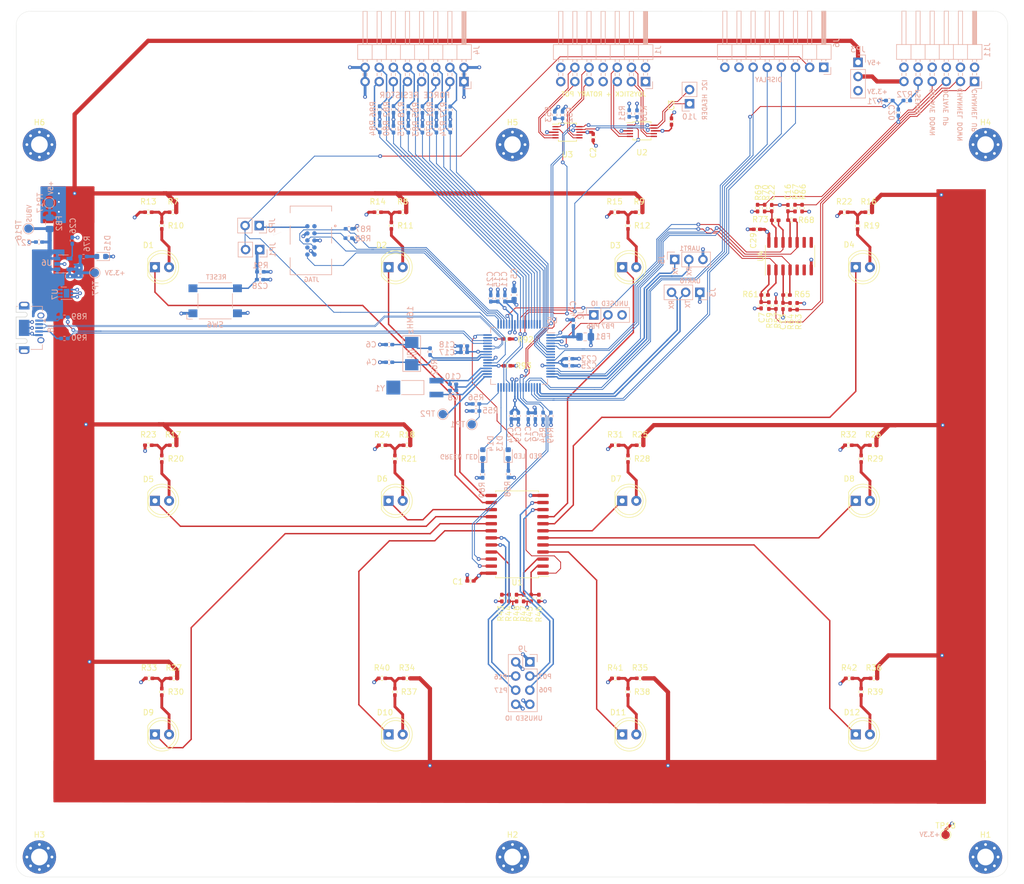
<source format=kicad_pcb>
(kicad_pcb (version 20171130) (host pcbnew "(5.1.9)-1")
  (layers (0 F.Cu signal) (1 In1.Cu signal hide) (2 In2.Cu signal hide) (31 B.Cu signal) (34 B.Paste user) (35 F.Paste user) (36 B.SilkS user) (37 F.SilkS user) (38 B.Mask user) (39 F.Mask user) (44 Edge.Cuts user))
  (net 0 "")
  (net 1 GND)
  (net 2 +3V3)
  (net 3 "/MCU USB POWER IO/OSC0")
  (net 4 VDDC)
  (net 5 "/MCU USB POWER IO/OSC1")
  (net 6 "Net-(C7-Pad1)")
  (net 7 "/MCU USB POWER IO/GNDX")
  (net 8 "/MCU USB POWER IO/XOSC0")
  (net 9 "/MCU USB POWER IO/XOSC1")
  (net 10 "Net-(C13-Pad1)")
  (net 11 +3.3VA)
  (net 12 "Net-(C16-Pad1)")
  (net 13 P_SENSE)
  (net 14 "Net-(C22-Pad1)")
  (net 15 "Net-(C26-Pad1)")
  (net 16 VBUS)
  (net 17 "Net-(C28-Pad1)")
  (net 18 "Net-(D1-Pad2)")
  (net 19 LED0)
  (net 20 "Net-(D2-Pad2)")
  (net 21 LED4)
  (net 22 LED8)
  (net 23 "Net-(D3-Pad2)")
  (net 24 LED1)
  (net 25 "Net-(D4-Pad2)")
  (net 26 LED5)
  (net 27 "Net-(D5-Pad2)")
  (net 28 "Net-(D6-Pad2)")
  (net 29 LED9)
  (net 30 "Net-(D7-Pad2)")
  (net 31 LED2)
  (net 32 "Net-(D8-Pad2)")
  (net 33 LED6)
  (net 34 "Net-(D9-Pad2)")
  (net 35 LED10)
  (net 36 LED3)
  (net 37 "Net-(D10-Pad2)")
  (net 38 LED7)
  (net 39 "Net-(D11-Pad2)")
  (net 40 LED11)
  (net 41 "Net-(D12-Pad2)")
  (net 42 "Net-(D13-Pad1)")
  (net 43 "/MCU USB POWER IO/RED_LED")
  (net 44 "/MCU USB POWER IO/GREEN_LED")
  (net 45 "Net-(D14-Pad1)")
  (net 46 "Net-(D15-Pad2)")
  (net 47 +5V)
  (net 48 ADC0_IN0)
  (net 49 ADC0_IN1)
  (net 50 ADC0_IN2)
  (net 51 ADC0_IN3)
  (net 52 ADC1_IN0)
  (net 53 ADC1_IN1)
  (net 54 ADC1_IN2)
  (net 55 ADC1_IN3)
  (net 56 PB7)
  (net 57 PB6)
  (net 58 UART0_TX)
  (net 59 UART0_RX)
  (net 60 AIN0)
  (net 61 AIN1)
  (net 62 AIN2)
  (net 63 AIN3)
  (net 64 AIN4)
  (net 65 AIN5)
  (net 66 AIN6)
  (net 67 AIN7)
  (net 68 AIN8)
  (net 69 AIN9)
  (net 70 AIN10)
  (net 71 AIN11)
  (net 72 UART1_RX)
  (net 73 UART1_TX)
  (net 74 "Net-(J6-Pad1)")
  (net 75 RST_N)
  (net 76 DISP_SS)
  (net 77 DISP_CLK)
  (net 78 DISP_MISO)
  (net 79 DISP_MOSI)
  (net 80 "Net-(J7-Pad1)")
  (net 81 JTAG_TMS)
  (net 82 JTAG_TCK)
  (net 83 JTAG_TDO)
  (net 84 "Net-(J7-Pad7)")
  (net 85 JTAG_TDI)
  (net 86 JTAG_RST_N)
  (net 87 "Net-(J8-Pad4)")
  (net 88 P06)
  (net 89 P17)
  (net 90 P07)
  (net 91 P16)
  (net 92 IOE_A0)
  (net 93 IOE_A1)
  (net 94 IOE_A2)
  (net 95 "Net-(R10-Pad1)")
  (net 96 "Net-(R11-Pad1)")
  (net 97 "Net-(R12-Pad1)")
  (net 98 "Net-(R16-Pad2)")
  (net 99 "Net-(R17-Pad2)")
  (net 100 "Net-(R18-Pad2)")
  (net 101 "Net-(R25-Pad2)")
  (net 102 "Net-(R26-Pad2)")
  (net 103 "Net-(R27-Pad2)")
  (net 104 "Net-(R34-Pad2)")
  (net 105 "Net-(R35-Pad2)")
  (net 106 "Net-(R36-Pad2)")
  (net 107 I2C_SCL)
  (net 108 "Net-(R50-Pad2)")
  (net 109 "Net-(R52-Pad2)")
  (net 110 I2C_SDA)
  (net 111 "/MCU USB POWER IO/WAKE_N")
  (net 112 CHN_UP)
  (net 113 "Net-(R62-Pad1)")
  (net 114 CHN_DWN)
  (net 115 OCT_UP)
  (net 116 OCT_DWN)
  (net 117 USB_VBUS)
  (net 118 USB_ID)
  (net 119 BOARD_ID)
  (net 120 "Net-(R93-Pad1)")
  (net 121 "Net-(TP2-Pad1)")
  (net 122 IO_EXP_INT_N)
  (net 123 ADC1_RDY)
  (net 124 ADC0_RDY)
  (net 125 USB_D+)
  (net 126 USB_D-)
  (net 127 "Net-(H6-Pad1)")
  (net 128 SW_CHN_UP)
  (net 129 SW_CHN_DWN)
  (net 130 SW_OCT_UP)
  (net 131 SW_OCT_DWN)
  (net 132 SW_PSENSE)
  (net 133 "Net-(J11-Pad11)")
  (module Connector_USB:USB_Micro-AB_Molex_47590-0001 (layer B.Cu) (at 70.9422 130.5941 90)
    (fp_text reference J8 (at 0 4.8 270) (layer B.SilkS) (effects (justify mirror)))
    (fp_text value USB_B_Micro)
    (fp_line (start 2.8 -1.45) (end 3.75 -1.45) (layer Edge.Cuts) (width 0.1))
    (fp_line (start 2.8 0.125) (end 2.8 -1.45) (layer Edge.Cuts) (width 0.1))
    (fp_line (start 1.95 0.125) (end 1.95 -1.45) (layer Edge.Cuts) (width 0.1))
    (fp_line (start -1.95 -1.45) (end 1.95 -1.45) (layer Edge.Cuts) (width 0.1))
    (fp_line (start -1.95 0.125) (end -1.95 -1.45) (layer Edge.Cuts) (width 0.1))
    (fp_line (start -2.8 0.125) (end -2.8 -1.45) (layer Edge.Cuts) (width 0.1))
    (fp_line (start -3.75 -1.45) (end -2.8 -1.45) (layer Edge.Cuts) (width 0.1))
    (fp_arc (start 2.375 0.125) (end 1.95 0.125) (angle -180) (layer Edge.Cuts) (width 0.1))
    (fp_arc (start -2.375 0.125) (end -2.8 0.125) (angle -180) (layer Edge.Cuts) (width 0.1))
    (pad 6 thru_hole oval (at -2.225 3 90) (size 1.05 1.25) (drill oval 0.65 0.85) (layers *.Cu *.Mask) (net 1 GND))
    (pad 5 smd rect (at -1.3 2.675 90) (size 0.4 1.35) (layers B.Cu B.Paste B.Mask) (net 1 GND))
    (pad 4 smd rect (at -0.65 2.675 90) (size 0.4 1.35) (layers B.Cu B.Paste B.Mask) (net 87 "Net-(J8-Pad4)"))
    (pad 3 smd rect (at 0 2.675 90) (size 0.4 1.35) (layers B.Cu B.Paste B.Mask) (net 125 USB_D+))
    (pad 1 smd rect (at 1.3 2.675 90) (size 0.4 1.35) (layers B.Cu B.Paste B.Mask) (net 16 VBUS))
    (pad 6 thru_hole oval (at 2.225 3 90) (size 1.05 1.25) (drill oval 0.65 0.85) (layers *.Cu *.Mask) (net 1 GND))
    (pad 6 thru_hole oval (at -4.175 0 90) (size 1 1.9) (drill oval 0.6 1.3) (layers *.Cu *.Mask) (net 1 GND))
    (pad 6 thru_hole oval (at 4.175 0 90) (size 1 1.9) (drill oval 0.6 1.3) (layers *.Cu *.Mask) (net 1 GND))
    (pad 2 smd rect (at 0.65 2.675 90) (size 0.4 1.35) (layers B.Cu B.Paste B.Mask) (net 126 USB_D-))
    (pad 6 smd rect (at 0 0 90) (size 2.9 1.9) (layers B.Cu B.Paste B.Mask) (net 1 GND))
    (pad 6 smd rect (at 3.7375 0 90) (size 0.875 1.9) (layers B.Cu B.Mask) (net 1 GND))
    (pad 6 smd rect (at -3.7375 0 90) (size 0.875 1.9) (layers B.Cu B.Mask) (net 1 GND))
  )
  (module Connector_PinHeader_2.54mm:PinHeader_2x04_P2.54mm_Vertical (layer B.Cu) (at 161.8488 190.6524 180)
    (fp_text reference J9 (at 1.27 2.33) (layer B.SilkS) (effects (justify mirror)))
    (fp_text value Conn_02x04_Odd_Even)
    (pad 1 thru_hole rect (at 0 0 180) (size 1.7 1.7) (drill 1) (layers *.Cu *.Mask) (net 1 GND))
    (pad 2 thru_hole oval (at 2.54 0 180) (size 1.7 1.7) (drill 1) (layers *.Cu *.Mask) (net 1 GND))
    (pad 3 thru_hole oval (at 0 -2.54 180) (size 1.7 1.7) (drill 1) (layers *.Cu *.Mask) (net 90 P07))
    (pad 4 thru_hole oval (at 2.54 -2.54 180) (size 1.7 1.7) (drill 1) (layers *.Cu *.Mask) (net 91 P16))
    (pad 5 thru_hole oval (at 0 -5.08 180) (size 1.7 1.7) (drill 1) (layers *.Cu *.Mask) (net 88 P06))
    (pad 6 thru_hole oval (at 2.54 -5.08 180) (size 1.7 1.7) (drill 1) (layers *.Cu *.Mask) (net 89 P17))
    (pad 7 thru_hole oval (at 0 -7.62 180) (size 1.7 1.7) (drill 1) (layers *.Cu *.Mask) (net 1 GND))
    (pad 8 thru_hole oval (at 2.54 -7.62 180) (size 1.7 1.7) (drill 1) (layers *.Cu *.Mask) (net 1 GND))
  )
  (module Resistor_SMD:R_0402_1005Metric_Pad0.72x0.64mm_HandSolder (layer B.Cu) (at 166.3319 92.329 90)
    (fp_text reference R53 (at 0.127 -1.143 270) (layer B.SilkS) (effects (justify mirror)))
    (fp_text value 4.7K)
    (pad 1 smd roundrect (at -0.5975 0 90) (size 0.715 0.64) (layers B.Cu B.Paste B.Mask) (net 109 "Net-(R52-Pad2)"))
    (pad 2 smd roundrect (at 0.5975 0 90) (size 0.715 0.64) (layers B.Cu B.Paste B.Mask) (net 1 GND))
  )
  (module Resistor_SMD:R_0402_1005Metric_Pad0.72x0.64mm_HandSolder (layer B.Cu) (at 167.7289 92.329 270)
    (fp_text reference R52 (at 0 -1.27 270) (layer B.SilkS) (effects (justify mirror)))
    (fp_text value 4.7K)
    (pad 2 smd roundrect (at 0.5975 0 270) (size 0.715 0.64) (layers B.Cu B.Paste B.Mask) (net 109 "Net-(R52-Pad2)"))
    (pad 1 smd roundrect (at -0.5975 0 270) (size 0.715 0.64) (layers B.Cu B.Paste B.Mask) (net 2 +3V3))
  )
  (module Resistor_SMD:R_0402_1005Metric_Pad0.72x0.64mm_HandSolder (layer F.Cu) (at 159.4612 179.1716 270)
    (fp_text reference R48 (at 2.794 0 270) (layer F.SilkS))
    (fp_text value 4.7K hide)
    (pad 1 smd roundrect (at -0.5975 0 270) (size 0.715 0.64) (layers F.Cu F.Paste F.Mask) (net 94 IOE_A2))
    (pad 2 smd roundrect (at 0.5975 0 270) (size 0.715 0.64) (layers F.Cu F.Paste F.Mask) (net 1 GND))
  )
  (module Resistor_SMD:R_0402_1005Metric_Pad0.72x0.64mm_HandSolder (layer F.Cu) (at 162.0774 179.1716 90)
    (fp_text reference R45 (at -2.921 -0.254 270) (layer F.SilkS))
    (fp_text value 4.7K hide)
    (pad 2 smd roundrect (at 0.5975 0 90) (size 0.715 0.64) (layers F.Cu F.Paste F.Mask) (net 93 IOE_A1))
    (pad 1 smd roundrect (at -0.5975 0 90) (size 0.715 0.64) (layers F.Cu F.Paste F.Mask) (net 2 +3V3))
  )
  (module Resistor_SMD:R_0402_1005Metric_Pad0.72x0.64mm_HandSolder (layer F.Cu) (at 163.4744 179.1716 270)
    (fp_text reference R46 (at 2.921 0 270) (layer F.SilkS))
    (fp_text value 4.7K hide)
    (pad 1 smd roundrect (at -0.5975 0 270) (size 0.715 0.64) (layers F.Cu F.Paste F.Mask) (net 93 IOE_A1))
    (pad 2 smd roundrect (at 0.5975 0 270) (size 0.715 0.64) (layers F.Cu F.Paste F.Mask) (net 1 GND))
  )
  (module Resistor_SMD:R_0402_1005Metric_Pad0.72x0.64mm_HandSolder (layer F.Cu) (at 160.7312 179.1716 90)
    (fp_text reference R47 (at -2.794 0 270) (layer F.SilkS))
    (fp_text value 4.7K hide)
    (pad 2 smd roundrect (at 0.5975 0 90) (size 0.715 0.64) (layers F.Cu F.Paste F.Mask) (net 94 IOE_A2))
    (pad 1 smd roundrect (at -0.5975 0 90) (size 0.715 0.64) (layers F.Cu F.Paste F.Mask) (net 2 +3V3))
  )
  (module Capacitor_SMD:C_0402_1005Metric_Pad0.74x0.62mm_HandSolder (layer B.Cu) (at 168.9354 136.144)
    (fp_text reference C23 (at 3.556 0) (layer B.SilkS) (effects (justify mirror)))
    (fp_text value 0.1uF hide)
    (pad 2 smd roundrect (at 0.5675 0) (size 0.735 0.62) (layers B.Cu B.Paste B.Mask) (net 1 GND))
    (pad 1 smd roundrect (at -0.5675 0) (size 0.735 0.62) (layers B.Cu B.Paste B.Mask) (net 2 +3V3))
  )
  (module Capacitor_SMD:C_0402_1005Metric_Pad0.74x0.62mm_HandSolder (layer B.Cu) (at 150.0124 135.001 180)
    (fp_text reference C17 (at 3.048 0) (layer B.SilkS) (effects (justify mirror)))
    (fp_text value 0.01uF hide)
    (pad 2 smd roundrect (at 0.5675 0 180) (size 0.735 0.62) (layers B.Cu B.Paste B.Mask) (net 1 GND))
    (pad 1 smd roundrect (at -0.5675 0 180) (size 0.735 0.62) (layers B.Cu B.Paste B.Mask) (net 2 +3V3))
  )
  (module Capacitor_SMD:C_0402_1005Metric_Pad0.74x0.62mm_HandSolder (layer F.Cu) (at 151.1808 176.0982 180)
    (fp_text reference C1 (at 2.286 -0.127) (layer F.SilkS))
    (fp_text value 0.1uF hide)
    (pad 2 smd roundrect (at 0.5675 0 180) (size 0.735 0.62) (layers F.Cu F.Paste F.Mask) (net 1 GND))
    (pad 1 smd roundrect (at -0.5675 0 180) (size 0.735 0.62) (layers F.Cu F.Paste F.Mask) (net 2 +3V3))
  )
  (module Capacitor_SMD:C_0402_1005Metric_Pad0.74x0.62mm_HandSolder (layer B.Cu) (at 168.9354 137.414)
    (fp_text reference C25 (at 3.5306 -0.0254) (layer B.SilkS) (effects (justify mirror)))
    (fp_text value 0.1uF hide)
    (pad 1 smd roundrect (at -0.5675 0) (size 0.735 0.62) (layers B.Cu B.Paste B.Mask) (net 2 +3V3))
    (pad 2 smd roundrect (at 0.5675 0) (size 0.735 0.62) (layers B.Cu B.Paste B.Mask) (net 1 GND))
  )
  (module Capacitor_SMD:C_0402_1005Metric_Pad0.74x0.62mm_HandSolder (layer B.Cu) (at 158.5214 146.431 270)
    (fp_text reference C24 (at 3.4544 0.1524 270) (layer B.SilkS) (effects (justify mirror)))
    (fp_text value 0.1uF hide)
    (pad 2 smd roundrect (at 0.5675 0 270) (size 0.735 0.62) (layers B.Cu B.Paste B.Mask) (net 1 GND))
    (pad 1 smd roundrect (at -0.5675 0 270) (size 0.735 0.62) (layers B.Cu B.Paste B.Mask) (net 2 +3V3))
  )
  (module Capacitor_SMD:C_0402_1005Metric_Pad0.74x0.62mm_HandSolder (layer B.Cu) (at 136.5504 136.779 180)
    (fp_text reference C4 (at 3.175 0) (layer B.SilkS) (effects (justify mirror)))
    (fp_text value 10pF hide)
    (pad 1 smd roundrect (at -0.5675 0 180) (size 0.735 0.62) (layers B.Cu B.Paste B.Mask) (net 3 "/MCU USB POWER IO/OSC0"))
    (pad 2 smd roundrect (at 0.5675 0 180) (size 0.735 0.62) (layers B.Cu B.Paste B.Mask) (net 1 GND))
  )
  (module Capacitor_SMD:C_0603_1608Metric_Pad1.08x0.95mm_HandSolder (layer B.Cu) (at 159.0167 124.6897 90)
    (fp_text reference C5 (at 3.8365 0 270) (layer B.SilkS) (effects (justify mirror)))
    (fp_text value 2.2uF hide)
    (pad 1 smd roundrect (at -0.8625 0 90) (size 1.075 0.95) (layers B.Cu B.Paste B.Mask) (net 4 VDDC))
    (pad 2 smd roundrect (at 0.8625 0 90) (size 1.075 0.95) (layers B.Cu B.Paste B.Mask) (net 1 GND))
  )
  (module Capacitor_SMD:C_0402_1005Metric_Pad0.74x0.62mm_HandSolder (layer B.Cu) (at 136.5504 133.604 180)
    (fp_text reference C6 (at 3.2425 0) (layer B.SilkS) (effects (justify mirror)))
    (fp_text value 10pF hide)
    (pad 2 smd roundrect (at 0.5675 0 180) (size 0.735 0.62) (layers B.Cu B.Paste B.Mask) (net 1 GND))
    (pad 1 smd roundrect (at -0.5675 0 180) (size 0.735 0.62) (layers B.Cu B.Paste B.Mask) (net 5 "/MCU USB POWER IO/OSC1"))
  )
  (module Capacitor_SMD:C_0402_1005Metric_Pad0.74x0.62mm_HandSolder (layer F.Cu) (at 203.4286 126.5261 270)
    (fp_text reference C7 (at 2.2265 -0.127 90) (layer F.SilkS))
    (fp_text value 0.1uF hide)
    (pad 1 smd roundrect (at -0.5675 0 270) (size 0.735 0.62) (layers F.Cu F.Paste F.Mask) (net 6 "Net-(C7-Pad1)"))
    (pad 2 smd roundrect (at 0.5675 0 270) (size 0.735 0.62) (layers F.Cu F.Paste F.Mask) (net 1 GND))
  )
  (module Capacitor_SMD:C_0402_1005Metric_Pad0.74x0.62mm_HandSolder (layer B.Cu) (at 148.0479 141.859)
    (fp_text reference C8 (at 0 1.27) (layer B.SilkS) (effects (justify mirror)))
    (fp_text value 24pF hide)
    (pad 2 smd roundrect (at 0.5675 0) (size 0.735 0.62) (layers B.Cu B.Paste B.Mask) (net 7 "/MCU USB POWER IO/GNDX"))
    (pad 1 smd roundrect (at -0.5675 0) (size 0.735 0.62) (layers B.Cu B.Paste B.Mask) (net 8 "/MCU USB POWER IO/XOSC0"))
  )
  (module Capacitor_SMD:C_0402_1005Metric_Pad0.74x0.62mm_HandSolder (layer B.Cu) (at 162.8394 146.431 270)
    (fp_text reference C9 (at 3.6576 -0.0254 90) (layer B.SilkS) (effects (justify mirror)))
    (fp_text value 1uF hide)
    (pad 2 smd roundrect (at 0.5675 0 270) (size 0.735 0.62) (layers B.Cu B.Paste B.Mask) (net 1 GND))
    (pad 1 smd roundrect (at -0.5675 0 270) (size 0.735 0.62) (layers B.Cu B.Paste B.Mask) (net 4 VDDC))
  )
  (module Capacitor_SMD:C_0402_1005Metric_Pad0.74x0.62mm_HandSolder (layer B.Cu) (at 148.0399 140.716 180)
    (fp_text reference C10 (at 0 1.397) (layer B.SilkS) (effects (justify mirror)))
    (fp_text value 24pF hide)
    (pad 1 smd roundrect (at -0.5675 0 180) (size 0.735 0.62) (layers B.Cu B.Paste B.Mask) (net 7 "/MCU USB POWER IO/GNDX"))
    (pad 2 smd roundrect (at 0.5675 0 180) (size 0.735 0.62) (layers B.Cu B.Paste B.Mask) (net 9 "/MCU USB POWER IO/XOSC1"))
  )
  (module Capacitor_SMD:C_0402_1005Metric_Pad0.74x0.62mm_HandSolder (layer B.Cu) (at 157.3657 125.2982 90)
    (fp_text reference C11 (at 3.429 -0.127 270) (layer B.SilkS) (effects (justify mirror)))
    (fp_text value 0.1uF hide)
    (pad 1 smd roundrect (at -0.5675 0 90) (size 0.735 0.62) (layers B.Cu B.Paste B.Mask) (net 4 VDDC))
    (pad 2 smd roundrect (at 0.5675 0 90) (size 0.735 0.62) (layers B.Cu B.Paste B.Mask) (net 1 GND))
  )
  (module Capacitor_SMD:C_0402_1005Metric_Pad0.74x0.62mm_HandSolder (layer B.Cu) (at 161.5694 146.431 270)
    (fp_text reference C12 (at 3.2512 0.0254 90) (layer B.SilkS) (effects (justify mirror)))
    (fp_text value 0.1uF hide)
    (pad 2 smd roundrect (at 0.5675 0 270) (size 0.735 0.62) (layers B.Cu B.Paste B.Mask) (net 1 GND))
    (pad 1 smd roundrect (at -0.5675 0 270) (size 0.735 0.62) (layers B.Cu B.Paste B.Mask) (net 4 VDDC))
  )
  (module Capacitor_SMD:C_0402_1005Metric_Pad0.74x0.62mm_HandSolder (layer F.Cu) (at 207.3656 126.6611 270)
    (fp_text reference C13 (at 2.8535 0 90) (layer F.SilkS))
    (fp_text value 0.1uF hide)
    (pad 1 smd roundrect (at -0.5675 0 270) (size 0.735 0.62) (layers F.Cu F.Paste F.Mask) (net 10 "Net-(C13-Pad1)"))
    (pad 2 smd roundrect (at 0.5675 0 270) (size 0.735 0.62) (layers F.Cu F.Paste F.Mask) (net 1 GND))
  )
  (module Capacitor_SMD:C_0402_1005Metric_Pad0.74x0.62mm_HandSolder (layer B.Cu) (at 169.672 129.7178 90)
    (fp_text reference C14 (at 2.5654 -0.0254 90) (layer B.SilkS) (effects (justify mirror)))
    (fp_text value 0.1uF hide)
    (pad 1 smd roundrect (at -0.5675 0 90) (size 0.735 0.62) (layers B.Cu B.Paste B.Mask) (net 11 +3.3VA))
    (pad 2 smd roundrect (at 0.5675 0 90) (size 0.735 0.62) (layers B.Cu B.Paste B.Mask) (net 1 GND))
  )
  (module Capacitor_SMD:C_0402_1005Metric_Pad0.74x0.62mm_HandSolder (layer B.Cu) (at 156.0957 125.2982 90)
    (fp_text reference C15 (at 3.429 -0.127 90) (layer B.SilkS) (effects (justify mirror)))
    (fp_text value 0.01uF hide)
    (pad 1 smd roundrect (at -0.5675 0 90) (size 0.735 0.62) (layers B.Cu B.Paste B.Mask) (net 2 +3V3))
    (pad 2 smd roundrect (at 0.5675 0 90) (size 0.735 0.62) (layers B.Cu B.Paste B.Mask) (net 1 GND))
  )
  (module Capacitor_SMD:C_0402_1005Metric_Pad0.74x0.62mm_HandSolder (layer F.Cu) (at 208.2546 109.0676 90)
    (fp_text reference C16 (at 2.921 0 90) (layer F.SilkS))
    (fp_text value 0.1uF hide)
    (pad 2 smd roundrect (at 0.5675 0 90) (size 0.735 0.62) (layers F.Cu F.Paste F.Mask) (net 1 GND))
    (pad 1 smd roundrect (at -0.5675 0 90) (size 0.735 0.62) (layers F.Cu F.Paste F.Mask) (net 12 "Net-(C16-Pad1)"))
  )
  (module Capacitor_SMD:C_0402_1005Metric_Pad0.74x0.62mm_HandSolder (layer B.Cu) (at 150.0124 133.858 180)
    (fp_text reference C18 (at 3.048 0.254) (layer B.SilkS) (effects (justify mirror)))
    (fp_text value 0.01uF hide)
    (pad 1 smd roundrect (at -0.5675 0 180) (size 0.735 0.62) (layers B.Cu B.Paste B.Mask) (net 2 +3V3))
    (pad 2 smd roundrect (at 0.5675 0 180) (size 0.735 0.62) (layers B.Cu B.Paste B.Mask) (net 1 GND))
  )
  (module Capacitor_SMD:C_0402_1005Metric_Pad0.74x0.62mm_HandSolder (layer B.Cu) (at 159.7914 146.431 270)
    (fp_text reference C19 (at 3.3274 0.0508 270) (layer B.SilkS) (effects (justify mirror)))
    (fp_text value 0.01uF hide)
    (pad 2 smd roundrect (at 0.5675 0 270) (size 0.735 0.62) (layers B.Cu B.Paste B.Mask) (net 1 GND))
    (pad 1 smd roundrect (at -0.5675 0 270) (size 0.735 0.62) (layers B.Cu B.Paste B.Mask) (net 2 +3V3))
  )
  (module Capacitor_SMD:C_0402_1005Metric_Pad0.74x0.62mm_HandSolder (layer B.Cu) (at 228.092 91.8845 270)
    (fp_text reference C20 (at 0 1.16 90) (layer B.SilkS) (effects (justify mirror)))
    (fp_text value 0.1uF hide)
    (pad 1 smd roundrect (at -0.5675 0 270) (size 0.735 0.62) (layers B.Cu B.Paste B.Mask) (net 13 P_SENSE))
    (pad 2 smd roundrect (at 0.5675 0 270) (size 0.735 0.62) (layers B.Cu B.Paste B.Mask) (net 1 GND))
  )
  (module Capacitor_SMD:C_0402_1005Metric_Pad0.74x0.62mm_HandSolder (layer B.Cu) (at 154.8257 125.2982 90)
    (fp_text reference C21 (at 3.429 -0.127 90) (layer B.SilkS) (effects (justify mirror)))
    (fp_text value 0.1uF hide)
    (pad 1 smd roundrect (at -0.5675 0 90) (size 0.735 0.62) (layers B.Cu B.Paste B.Mask) (net 2 +3V3))
    (pad 2 smd roundrect (at 0.5675 0 90) (size 0.735 0.62) (layers B.Cu B.Paste B.Mask) (net 1 GND))
  )
  (module Capacitor_SMD:C_0402_1005Metric_Pad0.74x0.62mm_HandSolder (layer F.Cu) (at 205.3336 109.0676 90)
    (fp_text reference C22 (at 2.794 0 90) (layer F.SilkS))
    (fp_text value 0.1uF hide)
    (pad 2 smd roundrect (at 0.5675 0 90) (size 0.735 0.62) (layers F.Cu F.Paste F.Mask) (net 1 GND))
    (pad 1 smd roundrect (at -0.5675 0 90) (size 0.735 0.62) (layers F.Cu F.Paste F.Mask) (net 14 "Net-(C22-Pad1)"))
  )
  (module Capacitor_SMD:C_0402_1005Metric_Pad0.74x0.62mm_HandSolder (layer F.Cu) (at 173.2407 96.3168 270)
    (fp_text reference C2 (at 2.794 0 90) (layer F.SilkS))
    (fp_text value 0.1uF)
    (pad 1 smd roundrect (at -0.5675 0 270) (size 0.735 0.62) (layers F.Cu F.Paste F.Mask) (net 2 +3V3))
    (pad 2 smd roundrect (at 0.5675 0 270) (size 0.735 0.62) (layers F.Cu F.Paste F.Mask) (net 1 GND))
  )
  (module Capacitor_SMD:C_0402_1005Metric_Pad0.74x0.62mm_HandSolder (layer F.Cu) (at 187.3123 93.4974 90)
    (fp_text reference C3 (at 2.921 0 90) (layer F.SilkS))
    (fp_text value 0.1uF)
    (pad 2 smd roundrect (at 0.5675 0 90) (size 0.735 0.62) (layers F.Cu F.Paste F.Mask) (net 1 GND))
    (pad 1 smd roundrect (at -0.5675 0 90) (size 0.735 0.62) (layers F.Cu F.Paste F.Mask) (net 2 +3V3))
  )
  (module Capacitor_SMD:C_0402_1005Metric_Pad0.74x0.62mm_HandSolder (layer B.Cu) (at 79.5782 114.9096 90)
    (fp_text reference C26 (at 2.667 0.127 90) (layer B.SilkS) (effects (justify mirror)))
    (fp_text value 0.1uF hide)
    (pad 1 smd roundrect (at -0.5675 0 90) (size 0.735 0.62) (layers B.Cu B.Paste B.Mask) (net 15 "Net-(C26-Pad1)"))
    (pad 2 smd roundrect (at 0.5675 0 90) (size 0.735 0.62) (layers B.Cu B.Paste B.Mask) (net 1 GND))
  )
  (module Capacitor_SMD:C_0402_1005Metric_Pad0.74x0.62mm_HandSolder (layer B.Cu) (at 73.6092 115.1636 180)
    (fp_text reference C27 (at 2.7345 -0.127 180) (layer B.SilkS) (effects (justify mirror)))
    (fp_text value 1uF hide)
    (pad 2 smd roundrect (at 0.5675 0 180) (size 0.735 0.62) (layers B.Cu B.Paste B.Mask) (net 1 GND))
    (pad 1 smd roundrect (at -0.5675 0 180) (size 0.735 0.62) (layers B.Cu B.Paste B.Mask) (net 16 VBUS))
  )
  (module Capacitor_SMD:C_0402_1005Metric_Pad0.74x0.62mm_HandSolder (layer B.Cu) (at 113.3515 121.92)
    (fp_text reference C28 (at 0 1.16) (layer B.SilkS) (effects (justify mirror)))
    (fp_text value 0.1uF hide)
    (pad 1 smd roundrect (at -0.5675 0) (size 0.735 0.62) (layers B.Cu B.Paste B.Mask) (net 17 "Net-(C28-Pad1)"))
    (pad 2 smd roundrect (at 0.5675 0) (size 0.735 0.62) (layers B.Cu B.Paste B.Mask) (net 1 GND))
  )
  (module LED_THT:LED_D5.0mm (layer F.Cu) (at 94.4528 119.6902)
    (fp_text reference D1 (at -1.184 -3.96) (layer F.SilkS))
    (fp_text value LED)
    (pad 2 thru_hole circle (at 2.54 0) (size 1.8 1.8) (drill 0.9) (layers *.Cu *.Mask) (net 18 "Net-(D1-Pad2)"))
    (pad 1 thru_hole rect (at 0 0) (size 1.8 1.8) (drill 0.9) (layers *.Cu *.Mask) (net 21 LED4))
  )
  (module LED_THT:LED_D5.0mm (layer F.Cu) (at 136.4528 119.6902)
    (fp_text reference D2 (at -1.274 -3.96) (layer F.SilkS))
    (fp_text value LED)
    (pad 2 thru_hole circle (at 2.54 0) (size 1.8 1.8) (drill 0.9) (layers *.Cu *.Mask) (net 20 "Net-(D2-Pad2)"))
    (pad 1 thru_hole rect (at 0 0) (size 1.8 1.8) (drill 0.9) (layers *.Cu *.Mask) (net 26 LED5))
  )
  (module LED_THT:LED_D5.0mm (layer F.Cu) (at 178.4528 119.6902)
    (fp_text reference D3 (at -1.237 -3.917) (layer F.SilkS))
    (fp_text value LED)
    (pad 1 thru_hole rect (at 0 0) (size 1.8 1.8) (drill 0.9) (layers *.Cu *.Mask) (net 33 LED6))
    (pad 2 thru_hole circle (at 2.54 0) (size 1.8 1.8) (drill 0.9) (layers *.Cu *.Mask) (net 23 "Net-(D3-Pad2)"))
  )
  (module LED_THT:LED_D5.0mm (layer F.Cu) (at 220.4528 119.6902)
    (fp_text reference D4 (at -1.2 -4.044) (layer F.SilkS))
    (fp_text value LED)
    (pad 1 thru_hole rect (at 0 0) (size 1.8 1.8) (drill 0.9) (layers *.Cu *.Mask) (net 38 LED7))
    (pad 2 thru_hole circle (at 2.54 0) (size 1.8 1.8) (drill 0.9) (layers *.Cu *.Mask) (net 25 "Net-(D4-Pad2)"))
  )
  (module LED_THT:LED_D5.0mm (layer F.Cu) (at 94.4528 161.6902)
    (fp_text reference D5 (at -1.184 -3.88) (layer F.SilkS))
    (fp_text value LED)
    (pad 1 thru_hole rect (at 0 0) (size 1.8 1.8) (drill 0.9) (layers *.Cu *.Mask) (net 31 LED2))
    (pad 2 thru_hole circle (at 2.54 0) (size 1.8 1.8) (drill 0.9) (layers *.Cu *.Mask) (net 27 "Net-(D5-Pad2)"))
  )
  (module LED_THT:LED_D5.0mm (layer F.Cu) (at 136.4528 161.6902)
    (fp_text reference D6 (at -1.147 -3.96) (layer F.SilkS))
    (fp_text value LED)
    (pad 2 thru_hole circle (at 2.54 0) (size 1.8 1.8) (drill 0.9) (layers *.Cu *.Mask) (net 28 "Net-(D6-Pad2)"))
    (pad 1 thru_hole rect (at 0 0) (size 1.8 1.8) (drill 0.9) (layers *.Cu *.Mask) (net 36 LED3))
  )
  (module LED_THT:LED_D5.0mm (layer F.Cu) (at 178.4528 161.6902)
    (fp_text reference D7 (at -1.11 -3.96) (layer F.SilkS))
    (fp_text value LED)
    (pad 2 thru_hole circle (at 2.54 0) (size 1.8 1.8) (drill 0.9) (layers *.Cu *.Mask) (net 30 "Net-(D7-Pad2)"))
    (pad 1 thru_hole rect (at 0 0) (size 1.8 1.8) (drill 0.9) (layers *.Cu *.Mask) (net 22 LED8))
  )
  (module LED_THT:LED_D5.0mm (layer F.Cu) (at 220.4528 161.6902)
    (fp_text reference D8 (at -1.2 -3.96) (layer F.SilkS))
    (fp_text value LED)
    (pad 2 thru_hole circle (at 2.54 0) (size 1.8 1.8) (drill 0.9) (layers *.Cu *.Mask) (net 32 "Net-(D8-Pad2)"))
    (pad 1 thru_hole rect (at 0 0) (size 1.8 1.8) (drill 0.9) (layers *.Cu *.Mask) (net 29 LED9))
  )
  (module LED_THT:LED_D5.0mm (layer F.Cu) (at 94.4528 203.6902)
    (fp_text reference D9 (at -1.184 -3.96) (layer F.SilkS))
    (fp_text value LED)
    (pad 2 thru_hole circle (at 2.54 0) (size 1.8 1.8) (drill 0.9) (layers *.Cu *.Mask) (net 34 "Net-(D9-Pad2)"))
    (pad 1 thru_hole rect (at 0 0) (size 1.8 1.8) (drill 0.9) (layers *.Cu *.Mask) (net 24 LED1))
  )
  (module LED_THT:LED_D5.0mm (layer F.Cu) (at 136.4528 203.6902)
    (fp_text reference D10 (at -0.639 -3.96) (layer F.SilkS))
    (fp_text value LED)
    (pad 1 thru_hole rect (at 0 0) (size 1.8 1.8) (drill 0.9) (layers *.Cu *.Mask) (net 19 LED0))
    (pad 2 thru_hole circle (at 2.54 0) (size 1.8 1.8) (drill 0.9) (layers *.Cu *.Mask) (net 37 "Net-(D10-Pad2)"))
  )
  (module LED_THT:LED_D5.0mm (layer F.Cu) (at 178.4528 203.6902)
    (fp_text reference D11 (at -0.729 -3.97) (layer F.SilkS))
    (fp_text value LED)
    (pad 1 thru_hole rect (at 0 0) (size 1.8 1.8) (drill 0.9) (layers *.Cu *.Mask) (net 40 LED11))
    (pad 2 thru_hole circle (at 2.54 0) (size 1.8 1.8) (drill 0.9) (layers *.Cu *.Mask) (net 39 "Net-(D11-Pad2)"))
  )
  (module LED_THT:LED_D5.0mm (layer F.Cu) (at 220.4528 203.6902)
    (fp_text reference D12 (at -0.692 -3.97) (layer F.SilkS))
    (fp_text value LED)
    (pad 1 thru_hole rect (at 0 0) (size 1.8 1.8) (drill 0.9) (layers *.Cu *.Mask) (net 35 LED10))
    (pad 2 thru_hole circle (at 2.54 0) (size 1.8 1.8) (drill 0.9) (layers *.Cu *.Mask) (net 41 "Net-(D12-Pad2)"))
  )
  (module LED_SMD:LED_0603_1608Metric (layer B.Cu) (at 157.9626 153.289 90)
    (fp_text reference D13 (at 1.905 -1.524 90) (layer B.SilkS) (effects (justify mirror)))
    (fp_text value LED_RED)
    (pad 1 smd roundrect (at -0.7875 0 90) (size 0.875 0.95) (layers B.Cu B.Paste B.Mask) (net 42 "Net-(D13-Pad1)"))
    (pad 2 smd roundrect (at 0.7875 0 90) (size 0.875 0.95) (layers B.Cu B.Paste B.Mask) (net 43 "/MCU USB POWER IO/RED_LED"))
  )
  (module LED_SMD:LED_0603_1608Metric (layer B.Cu) (at 153.3906 153.289 90)
    (fp_text reference D14 (at 1.905 1.397 90) (layer B.SilkS) (effects (justify mirror)))
    (fp_text value LED_GREEN)
    (pad 2 smd roundrect (at 0.7875 0 90) (size 0.875 0.95) (layers B.Cu B.Paste B.Mask) (net 44 "/MCU USB POWER IO/GREEN_LED"))
    (pad 1 smd roundrect (at -0.7875 0 90) (size 0.875 0.95) (layers B.Cu B.Paste B.Mask) (net 45 "Net-(D14-Pad1)"))
  )
  (module LED_SMD:LED_0603_1608Metric (layer B.Cu) (at 84.7852 117.7671 180)
    (fp_text reference D15 (at -1.143 2.413 270) (layer B.SilkS) (effects (justify mirror)))
    (fp_text value +3.3V hide)
    (pad 1 smd roundrect (at -0.7875 0 180) (size 0.875 0.95) (layers B.Cu B.Paste B.Mask) (net 1 GND))
    (pad 2 smd roundrect (at 0.7875 0 180) (size 0.875 0.95) (layers B.Cu B.Paste B.Mask) (net 46 "Net-(D15-Pad2)"))
  )
  (module Inductor_SMD:L_0805_2012Metric_Pad1.15x1.40mm_HandSolder (layer B.Cu) (at 171.8056 132.207 180)
    (fp_text reference FB1 (at -3.2004 0.0508) (layer B.SilkS) (effects (justify mirror)))
    (fp_text value 600_Ohm@100MHz hide)
    (pad 2 smd roundrect (at 1.025 0 180) (size 1.15 1.4) (layers B.Cu B.Paste B.Mask) (roundrect_rratio 0.2173904347826087) (net 11 +3.3VA))
    (pad 1 smd roundrect (at -1.025 0 180) (size 1.15 1.4) (layers B.Cu B.Paste B.Mask) (roundrect_rratio 0.2173904347826087) (net 2 +3V3))
  )
  (module Inductor_SMD:L_0805_2012Metric_Pad1.15x1.40mm_HandSolder (layer B.Cu) (at 75.5142 111.7981 270)
    (fp_text reference FB2 (at 0 -1.7145 90) (layer B.SilkS) (effects (justify mirror)))
    (fp_text value 600_Ohm@100MHz hide)
    (pad 1 smd roundrect (at -1.025 0 270) (size 1.15 1.4) (layers B.Cu B.Paste B.Mask) (roundrect_rratio 0.2173904347826087) (net 47 +5V))
    (pad 2 smd roundrect (at 1.025 0 270) (size 1.15 1.4) (layers B.Cu B.Paste B.Mask) (roundrect_rratio 0.2173904347826087) (net 16 VBUS))
  )
  (module Connector_PinHeader_2.54mm:PinHeader_2x07_P2.54mm_Horizontal (layer B.Cu) (at 182.6514 86.3219 90)
    (fp_text reference J1 (at 5.655 2.27 270) (layer B.SilkS) (effects (justify mirror)))
    (fp_text value Conn_02x07_Odd_Even)
    (pad 1 thru_hole rect (at 0 0 90) (size 1.7 1.7) (drill 1) (layers *.Cu *.Mask) (net 2 +3V3))
    (pad 2 thru_hole oval (at 2.54 0 90) (size 1.7 1.7) (drill 1) (layers *.Cu *.Mask) (net 2 +3V3))
    (pad 3 thru_hole oval (at 0 -2.54 90) (size 1.7 1.7) (drill 1) (layers *.Cu *.Mask) (net 54 ADC1_IN2))
    (pad 4 thru_hole oval (at 2.54 -2.54 90) (size 1.7 1.7) (drill 1) (layers *.Cu *.Mask) (net 55 ADC1_IN3))
    (pad 5 thru_hole oval (at 0 -5.08 90) (size 1.7 1.7) (drill 1) (layers *.Cu *.Mask) (net 52 ADC1_IN0))
    (pad 6 thru_hole oval (at 2.54 -5.08 90) (size 1.7 1.7) (drill 1) (layers *.Cu *.Mask) (net 53 ADC1_IN1))
    (pad 7 thru_hole oval (at 0 -7.62 90) (size 1.7 1.7) (drill 1) (layers *.Cu *.Mask) (net 1 GND))
    (pad 8 thru_hole oval (at 2.54 -7.62 90) (size 1.7 1.7) (drill 1) (layers *.Cu *.Mask) (net 1 GND))
    (pad 9 thru_hole oval (at 0 -10.16 90) (size 1.7 1.7) (drill 1) (layers *.Cu *.Mask) (net 51 ADC0_IN3))
    (pad 10 thru_hole oval (at 2.54 -10.16 90) (size 1.7 1.7) (drill 1) (layers *.Cu *.Mask) (net 50 ADC0_IN2))
    (pad 11 thru_hole oval (at 0 -12.7 90) (size 1.7 1.7) (drill 1) (layers *.Cu *.Mask) (net 48 ADC0_IN0))
    (pad 12 thru_hole oval (at 2.54 -12.7 90) (size 1.7 1.7) (drill 1) (layers *.Cu *.Mask) (net 49 ADC0_IN1))
    (pad 13 thru_hole oval (at 0 -15.24 90) (size 1.7 1.7) (drill 1) (layers *.Cu *.Mask) (net 1 GND))
    (pad 14 thru_hole oval (at 2.54 -15.24 90) (size 1.7 1.7) (drill 1) (layers *.Cu *.Mask) (net 1 GND))
  )
  (module Connector_PinHeader_2.54mm:PinHeader_1x03_P2.54mm_Vertical (layer B.Cu) (at 192.405 124.206 90)
    (fp_text reference J3 (at 0 2.33 90) (layer B.SilkS) (effects (justify mirror)))
    (fp_text value Conn_01x03_Male)
    (pad 3 thru_hole oval (at 0 -5.08 90) (size 1.7 1.7) (drill 1) (layers *.Cu *.Mask) (net 59 UART0_RX))
    (pad 2 thru_hole oval (at 0 -2.54 90) (size 1.7 1.7) (drill 1) (layers *.Cu *.Mask) (net 58 UART0_TX))
    (pad 1 thru_hole rect (at 0 0 90) (size 1.7 1.7) (drill 1) (layers *.Cu *.Mask) (net 1 GND))
  )
  (module Connector_PinHeader_2.54mm:PinHeader_2x08_P2.54mm_Horizontal (layer B.Cu) (at 150.0124 86.3219 90)
    (fp_text reference J4 (at 5.655 2.27 270) (layer B.SilkS) (effects (justify mirror)))
    (fp_text value Conn_02x08_Odd_Even)
    (pad 1 thru_hole rect (at 0 0 90) (size 1.7 1.7) (drill 1) (layers *.Cu *.Mask) (net 2 +3V3))
    (pad 2 thru_hole oval (at 2.54 0 90) (size 1.7 1.7) (drill 1) (layers *.Cu *.Mask) (net 2 +3V3))
    (pad 3 thru_hole oval (at 0 -2.54 90) (size 1.7 1.7) (drill 1) (layers *.Cu *.Mask) (net 61 AIN1))
    (pad 4 thru_hole oval (at 2.54 -2.54 90) (size 1.7 1.7) (drill 1) (layers *.Cu *.Mask) (net 60 AIN0))
    (pad 5 thru_hole oval (at 0 -5.08 90) (size 1.7 1.7) (drill 1) (layers *.Cu *.Mask) (net 63 AIN3))
    (pad 6 thru_hole oval (at 2.54 -5.08 90) (size 1.7 1.7) (drill 1) (layers *.Cu *.Mask) (net 62 AIN2))
    (pad 7 thru_hole oval (at 0 -7.62 90) (size 1.7 1.7) (drill 1) (layers *.Cu *.Mask) (net 65 AIN5))
    (pad 8 thru_hole oval (at 2.54 -7.62 90) (size 1.7 1.7) (drill 1) (layers *.Cu *.Mask) (net 64 AIN4))
    (pad 9 thru_hole oval (at 0 -10.16 90) (size 1.7 1.7) (drill 1) (layers *.Cu *.Mask) (net 67 AIN7))
    (pad 10 thru_hole oval (at 2.54 -10.16 90) (size 1.7 1.7) (drill 1) (layers *.Cu *.Mask) (net 66 AIN6))
    (pad 11 thru_hole oval (at 0 -12.7 90) (size 1.7 1.7) (drill 1) (layers *.Cu *.Mask) (net 69 AIN9))
    (pad 12 thru_hole oval (at 2.54 -12.7 90) (size 1.7 1.7) (drill 1) (layers *.Cu *.Mask) (net 68 AIN8))
    (pad 13 thru_hole oval (at 0 -15.24 90) (size 1.7 1.7) (drill 1) (layers *.Cu *.Mask) (net 71 AIN11))
    (pad 14 thru_hole oval (at 2.54 -15.24 90) (size 1.7 1.7) (drill 1) (layers *.Cu *.Mask) (net 70 AIN10))
    (pad 15 thru_hole oval (at 0 -17.78 90) (size 1.7 1.7) (drill 1) (layers *.Cu *.Mask) (net 2 +3V3))
    (pad 16 thru_hole oval (at 2.54 -17.78 90) (size 1.7 1.7) (drill 1) (layers *.Cu *.Mask) (net 2 +3V3))
  )
  (module Connector_PinHeader_2.54mm:PinHeader_1x03_P2.54mm_Vertical (layer B.Cu) (at 187.8965 118.3005 270)
    (fp_text reference J5 (at 0 2.33 90) (layer B.SilkS) (effects (justify mirror)))
    (fp_text value Conn_01x03_Male)
    (pad 1 thru_hole rect (at 0 0 270) (size 1.7 1.7) (drill 1) (layers *.Cu *.Mask) (net 73 UART1_TX))
    (pad 2 thru_hole oval (at 0 -2.54 270) (size 1.7 1.7) (drill 1) (layers *.Cu *.Mask) (net 72 UART1_RX))
    (pad 3 thru_hole oval (at 0 -5.08 270) (size 1.7 1.7) (drill 1) (layers *.Cu *.Mask) (net 1 GND))
  )
  (module Connector_PinHeader_2.54mm:PinHeader_1x08_P2.54mm_Horizontal (layer B.Cu) (at 214.6935 83.7565 90)
    (fp_text reference J6 (at 4.385 2.27 270) (layer B.SilkS) (effects (justify mirror)))
    (fp_text value Conn_01x08_Female)
    (pad 1 thru_hole rect (at 0 0 90) (size 1.7 1.7) (drill 1) (layers *.Cu *.Mask) (net 74 "Net-(J6-Pad1)"))
    (pad 2 thru_hole oval (at 0 -2.54 90) (size 1.7 1.7) (drill 1) (layers *.Cu *.Mask) (net 75 RST_N))
    (pad 3 thru_hole oval (at 0 -5.08 90) (size 1.7 1.7) (drill 1) (layers *.Cu *.Mask) (net 76 DISP_SS))
    (pad 4 thru_hole oval (at 0 -7.62 90) (size 1.7 1.7) (drill 1) (layers *.Cu *.Mask) (net 77 DISP_CLK))
    (pad 5 thru_hole oval (at 0 -10.16 90) (size 1.7 1.7) (drill 1) (layers *.Cu *.Mask) (net 78 DISP_MISO))
    (pad 6 thru_hole oval (at 0 -12.7 90) (size 1.7 1.7) (drill 1) (layers *.Cu *.Mask) (net 79 DISP_MOSI))
    (pad 7 thru_hole oval (at 0 -15.24 90) (size 1.7 1.7) (drill 1) (layers *.Cu *.Mask) (net 2 +3V3))
    (pad 8 thru_hole oval (at 0 -17.78 90) (size 1.7 1.7) (drill 1) (layers *.Cu *.Mask) (net 1 GND))
  )
  (module TC2050-IDC:TAG-CONNECT_TC2050-IDC (layer B.Cu) (at 122.4915 114.8715 270)
    (fp_text reference J7 (at -1.908355 5.979565 90) (layer B.SilkS) (effects (font (size 1.40248 1.40248) (thickness 0.015)) (justify mirror)))
    (fp_text value TC2050-IDC)
    (pad None np_thru_hole circle (at -3.81 0 270) (size 0.9906 0.9906) (drill 0.9906) (layers *.Cu *.Mask))
    (pad None np_thru_hole circle (at 3.81 1.015 270) (size 0.9906 0.9906) (drill 0.9906) (layers *.Cu *.Mask))
    (pad None np_thru_hole circle (at 3.81 -1.015 270) (size 0.9906 0.9906) (drill 0.9906) (layers *.Cu *.Mask))
    (pad None np_thru_hole circle (at -3.81 2.54 270) (size 2.3749 2.3749) (drill 2.3749) (layers *.Cu *.Mask))
    (pad None np_thru_hole circle (at 1.905 2.54 270) (size 2.3749 2.3749) (drill 2.3749) (layers *.Cu *.Mask))
    (pad None np_thru_hole circle (at -3.81 -2.54 270) (size 2.3749 2.3749) (drill 2.3749) (layers *.Cu *.Mask))
    (pad None np_thru_hole circle (at 1.905 -2.54 270) (size 2.3749 2.3749) (drill 2.3749) (layers *.Cu *.Mask))
    (pad 1 smd circle (at -2.54 -0.635 270) (size 0.7874 0.7874) (layers B.Cu B.Mask) (net 80 "Net-(J7-Pad1)"))
    (pad 2 smd circle (at -1.27 -0.635 270) (size 0.7874 0.7874) (layers B.Cu B.Mask) (net 81 JTAG_TMS))
    (pad 3 smd circle (at 0 -0.635 270) (size 0.7874 0.7874) (layers B.Cu B.Mask) (net 1 GND))
    (pad 4 smd circle (at 1.27 -0.635 270) (size 0.7874 0.7874) (layers B.Cu B.Mask) (net 82 JTAG_TCK))
    (pad 5 smd circle (at 2.54 -0.635 270) (size 0.7874 0.7874) (layers B.Cu B.Mask) (net 1 GND))
    (pad 6 smd circle (at 2.54 0.635 270) (size 0.7874 0.7874) (layers B.Cu B.Mask) (net 83 JTAG_TDO))
    (pad 7 smd circle (at 1.27 0.635 270) (size 0.7874 0.7874) (layers B.Cu B.Mask) (net 84 "Net-(J7-Pad7)"))
    (pad 8 smd circle (at 0 0.635 270) (size 0.7874 0.7874) (layers B.Cu B.Mask) (net 85 JTAG_TDI))
    (pad 9 smd circle (at -1.27 0.635 270) (size 0.7874 0.7874) (layers B.Cu B.Mask) (net 1 GND))
    (pad 10 smd circle (at -2.54 0.635 270) (size 0.7874 0.7874) (layers B.Cu B.Mask) (net 86 JTAG_RST_N))
  )
  (module Connector_PinHeader_2.54mm:PinHeader_1x02_P2.54mm_Vertical (layer B.Cu) (at 113.284 116.5225 90)
    (fp_text reference JP1 (at 0 2.33 90) (layer B.SilkS) (effects (justify mirror)))
    (fp_text value Jumper_NC_Small hide)
    (pad 1 thru_hole rect (at 0 0 90) (size 1.7 1.7) (drill 1) (layers *.Cu *.Mask) (net 17 "Net-(C28-Pad1)"))
    (pad 2 thru_hole oval (at 0 -2.54 90) (size 1.7 1.7) (drill 1) (layers *.Cu *.Mask) (net 75 RST_N))
  )
  (module Connector_PinHeader_2.54mm:PinHeader_1x02_P2.54mm_Vertical (layer B.Cu) (at 113.1951 112.2045 90)
    (fp_text reference JP2 (at 0 2.33 90) (layer B.SilkS) (effects (justify mirror)))
    (fp_text value Jumper_NO_Small hide)
    (pad 2 thru_hole oval (at 0 -2.54 90) (size 1.7 1.7) (drill 1) (layers *.Cu *.Mask) (net 75 RST_N))
    (pad 1 thru_hole rect (at 0 0 90) (size 1.7 1.7) (drill 1) (layers *.Cu *.Mask) (net 86 JTAG_RST_N))
  )
  (module Resistor_SMD:R_0402_1005Metric_Pad0.72x0.64mm_HandSolder (layer F.Cu) (at 97.6763 109.8042 180)
    (fp_text reference R7 (at -0.0375 1.905) (layer F.SilkS))
    (fp_text value 0 hide)
    (pad 2 smd roundrect (at 0.5975 0 180) (size 0.715 0.64) (layers F.Cu F.Paste F.Mask) (net 95 "Net-(R10-Pad1)"))
    (pad 1 smd roundrect (at -0.5975 0 180) (size 0.715 0.64) (layers F.Cu F.Paste F.Mask) (net 47 +5V))
  )
  (module Resistor_SMD:R_0402_1005Metric_Pad0.72x0.64mm_HandSolder (layer F.Cu) (at 139.0263 109.8042 180)
    (fp_text reference R8 (at 0.0375 1.905) (layer F.SilkS))
    (fp_text value 0 hide)
    (pad 2 smd roundrect (at 0.5975 0 180) (size 0.715 0.64) (layers F.Cu F.Paste F.Mask) (net 96 "Net-(R11-Pad1)"))
    (pad 1 smd roundrect (at -0.5975 0 180) (size 0.715 0.64) (layers F.Cu F.Paste F.Mask) (net 47 +5V))
  )
  (module Resistor_SMD:R_0402_1005Metric_Pad0.72x0.64mm_HandSolder (layer F.Cu) (at 181.4963 109.8042 180)
    (fp_text reference R9 (at 0 1.905) (layer F.SilkS))
    (fp_text value 0 hide)
    (pad 1 smd roundrect (at -0.5975 0 180) (size 0.715 0.64) (layers F.Cu F.Paste F.Mask) (net 47 +5V))
    (pad 2 smd roundrect (at 0.5975 0 180) (size 0.715 0.64) (layers F.Cu F.Paste F.Mask) (net 97 "Net-(R12-Pad1)"))
  )
  (module Resistor_SMD:R_0402_1005Metric_Pad0.72x0.64mm_HandSolder (layer F.Cu) (at 95.6818 112.2172 270)
    (fp_text reference R10 (at 0 -2.54) (layer F.SilkS))
    (fp_text value 10K hide)
    (pad 2 smd roundrect (at 0.5975 0 270) (size 0.715 0.64) (layers F.Cu F.Paste F.Mask) (net 18 "Net-(D1-Pad2)"))
    (pad 1 smd roundrect (at -0.5975 0 270) (size 0.715 0.64) (layers F.Cu F.Paste F.Mask) (net 95 "Net-(R10-Pad1)"))
  )
  (module Resistor_SMD:R_0402_1005Metric_Pad0.72x0.64mm_HandSolder (layer F.Cu) (at 136.9568 112.2172 270)
    (fp_text reference R11 (at 0 -2.54) (layer F.SilkS))
    (fp_text value 10K hide)
    (pad 2 smd roundrect (at 0.5975 0 270) (size 0.715 0.64) (layers F.Cu F.Paste F.Mask) (net 20 "Net-(D2-Pad2)"))
    (pad 1 smd roundrect (at -0.5975 0 270) (size 0.715 0.64) (layers F.Cu F.Paste F.Mask) (net 96 "Net-(R11-Pad1)"))
  )
  (module Resistor_SMD:R_0402_1005Metric_Pad0.72x0.64mm_HandSolder (layer F.Cu) (at 179.5018 112.2172 270)
    (fp_text reference R12 (at 0 -2.54 180) (layer F.SilkS))
    (fp_text value 10K hide)
    (pad 1 smd roundrect (at -0.5975 0 270) (size 0.715 0.64) (layers F.Cu F.Paste F.Mask) (net 97 "Net-(R12-Pad1)"))
    (pad 2 smd roundrect (at 0.5975 0 270) (size 0.715 0.64) (layers F.Cu F.Paste F.Mask) (net 23 "Net-(D3-Pad2)"))
  )
  (module Resistor_SMD:R_0402_1005Metric_Pad0.72x0.64mm_HandSolder (layer F.Cu) (at 93.2688 109.8042)
    (fp_text reference R13 (at 0 -1.905) (layer F.SilkS))
    (fp_text value 0 hide)
    (pad 1 smd roundrect (at -0.5975 0) (size 0.715 0.64) (layers F.Cu F.Paste F.Mask) (net 2 +3V3))
    (pad 2 smd roundrect (at 0.5975 0) (size 0.715 0.64) (layers F.Cu F.Paste F.Mask) (net 95 "Net-(R10-Pad1)"))
  )
  (module Resistor_SMD:R_0402_1005Metric_Pad0.72x0.64mm_HandSolder (layer F.Cu) (at 134.5063 109.8042)
    (fp_text reference R14 (at 0 -1.905) (layer F.SilkS))
    (fp_text value 0 hide)
    (pad 1 smd roundrect (at -0.5975 0) (size 0.715 0.64) (layers F.Cu F.Paste F.Mask) (net 2 +3V3))
    (pad 2 smd roundrect (at 0.5975 0) (size 0.715 0.64) (layers F.Cu F.Paste F.Mask) (net 96 "Net-(R11-Pad1)"))
  )
  (module Resistor_SMD:R_0402_1005Metric_Pad0.72x0.64mm_HandSolder (layer F.Cu) (at 177.1263 109.8042)
    (fp_text reference R15 (at -0.0375 -1.905) (layer F.SilkS))
    (fp_text value 0 hide)
    (pad 2 smd roundrect (at 0.5975 0) (size 0.715 0.64) (layers F.Cu F.Paste F.Mask) (net 97 "Net-(R12-Pad1)"))
    (pad 1 smd roundrect (at -0.5975 0) (size 0.715 0.64) (layers F.Cu F.Paste F.Mask) (net 2 +3V3))
  )
  (module Resistor_SMD:R_0402_1005Metric_Pad0.72x0.64mm_HandSolder (layer F.Cu) (at 222.7713 109.8042 180)
    (fp_text reference R16 (at 0 1.905) (layer F.SilkS))
    (fp_text value 0 hide)
    (pad 2 smd roundrect (at 0.5975 0 180) (size 0.715 0.64) (layers F.Cu F.Paste F.Mask) (net 98 "Net-(R16-Pad2)"))
    (pad 1 smd roundrect (at -0.5975 0 180) (size 0.715 0.64) (layers F.Cu F.Paste F.Mask) (net 47 +5V))
  )
  (module Resistor_SMD:R_0402_1005Metric_Pad0.72x0.64mm_HandSolder (layer F.Cu) (at 97.7138 151.6972 180)
    (fp_text reference R17 (at 0 1.905) (layer F.SilkS))
    (fp_text value 0 hide)
    (pad 1 smd roundrect (at -0.5975 0 180) (size 0.715 0.64) (layers F.Cu F.Paste F.Mask) (net 47 +5V))
    (pad 2 smd roundrect (at 0.5975 0 180) (size 0.715 0.64) (layers F.Cu F.Paste F.Mask) (net 99 "Net-(R17-Pad2)"))
  )
  (module Resistor_SMD:R_0402_1005Metric_Pad0.72x0.64mm_HandSolder (layer F.Cu) (at 139.7508 151.6972 180)
    (fp_text reference R18 (at 0 1.905) (layer F.SilkS))
    (fp_text value 0 hide)
    (pad 2 smd roundrect (at 0.5975 0 180) (size 0.715 0.64) (layers F.Cu F.Paste F.Mask) (net 100 "Net-(R18-Pad2)"))
    (pad 1 smd roundrect (at -0.5975 0 180) (size 0.715 0.64) (layers F.Cu F.Paste F.Mask) (net 47 +5V))
  )
  (module Resistor_SMD:R_0402_1005Metric_Pad0.72x0.64mm_HandSolder (layer F.Cu) (at 220.7768 112.2547 270)
    (fp_text reference R19 (at -0.0375 -2.54 180) (layer F.SilkS))
    (fp_text value 10K hide)
    (pad 2 smd roundrect (at 0.5975 0 270) (size 0.715 0.64) (layers F.Cu F.Paste F.Mask) (net 25 "Net-(D4-Pad2)"))
    (pad 1 smd roundrect (at -0.5975 0 270) (size 0.715 0.64) (layers F.Cu F.Paste F.Mask) (net 98 "Net-(R16-Pad2)"))
  )
  (module Resistor_SMD:R_0402_1005Metric_Pad0.72x0.64mm_HandSolder (layer F.Cu) (at 95.6818 154.1272 270)
    (fp_text reference R20 (at 0 -2.54 180) (layer F.SilkS))
    (fp_text value 10K hide)
    (pad 2 smd roundrect (at 0.5975 0 270) (size 0.715 0.64) (layers F.Cu F.Paste F.Mask) (net 27 "Net-(D5-Pad2)"))
    (pad 1 smd roundrect (at -0.5975 0 270) (size 0.715 0.64) (layers F.Cu F.Paste F.Mask) (net 99 "Net-(R17-Pad2)"))
  )
  (module Resistor_SMD:R_0402_1005Metric_Pad0.72x0.64mm_HandSolder (layer F.Cu) (at 137.5918 154.1272 270)
    (fp_text reference R21 (at 0 -2.54 180) (layer F.SilkS))
    (fp_text value 10K hide)
    (pad 1 smd roundrect (at -0.5975 0 270) (size 0.715 0.64) (layers F.Cu F.Paste F.Mask) (net 100 "Net-(R18-Pad2)"))
    (pad 2 smd roundrect (at 0.5975 0 270) (size 0.715 0.64) (layers F.Cu F.Paste F.Mask) (net 28 "Net-(D6-Pad2)"))
  )
  (module Resistor_SMD:R_0402_1005Metric_Pad0.72x0.64mm_HandSolder (layer F.Cu) (at 218.4013 109.8042)
    (fp_text reference R22 (at -0.0375 -1.905) (layer F.SilkS))
    (fp_text value 0 hide)
    (pad 1 smd roundrect (at -0.5975 0) (size 0.715 0.64) (layers F.Cu F.Paste F.Mask) (net 2 +3V3))
    (pad 2 smd roundrect (at 0.5975 0) (size 0.715 0.64) (layers F.Cu F.Paste F.Mask) (net 98 "Net-(R16-Pad2)"))
  )
  (module Resistor_SMD:R_0402_1005Metric_Pad0.72x0.64mm_HandSolder (layer F.Cu) (at 93.2688 151.6972)
    (fp_text reference R23 (at 0 -1.905) (layer F.SilkS))
    (fp_text value 0 hide)
    (pad 1 smd roundrect (at -0.5975 0) (size 0.715 0.64) (layers F.Cu F.Paste F.Mask) (net 2 +3V3))
    (pad 2 smd roundrect (at 0.5975 0) (size 0.715 0.64) (layers F.Cu F.Paste F.Mask) (net 99 "Net-(R17-Pad2)"))
  )
  (module Resistor_SMD:R_0402_1005Metric_Pad0.72x0.64mm_HandSolder (layer F.Cu) (at 135.3058 151.6972)
    (fp_text reference R24 (at 0 -1.905) (layer F.SilkS))
    (fp_text value 0 hide)
    (pad 1 smd roundrect (at -0.5975 0) (size 0.715 0.64) (layers F.Cu F.Paste F.Mask) (net 2 +3V3))
    (pad 2 smd roundrect (at 0.5975 0) (size 0.715 0.64) (layers F.Cu F.Paste F.Mask) (net 100 "Net-(R18-Pad2)"))
  )
  (module Resistor_SMD:R_0402_1005Metric_Pad0.72x0.64mm_HandSolder (layer F.Cu) (at 181.6608 151.6972 180)
    (fp_text reference R25 (at 0 1.905) (layer F.SilkS))
    (fp_text value 0 hide)
    (pad 2 smd roundrect (at 0.5975 0 180) (size 0.715 0.64) (layers F.Cu F.Paste F.Mask) (net 101 "Net-(R25-Pad2)"))
    (pad 1 smd roundrect (at -0.5975 0 180) (size 0.715 0.64) (layers F.Cu F.Paste F.Mask) (net 47 +5V))
  )
  (module Resistor_SMD:R_0402_1005Metric_Pad0.72x0.64mm_HandSolder (layer F.Cu) (at 223.5708 151.6972 180)
    (fp_text reference R26 (at 0 1.905) (layer F.SilkS))
    (fp_text value 0 hide)
    (pad 1 smd roundrect (at -0.5975 0 180) (size 0.715 0.64) (layers F.Cu F.Paste F.Mask) (net 47 +5V))
    (pad 2 smd roundrect (at 0.5975 0 180) (size 0.715 0.64) (layers F.Cu F.Paste F.Mask) (net 102 "Net-(R26-Pad2)"))
  )
  (module Resistor_SMD:R_0402_1005Metric_Pad0.72x0.64mm_HandSolder (layer F.Cu) (at 97.8408 193.6072 180)
    (fp_text reference R27 (at 0 1.905) (layer F.SilkS))
    (fp_text value 0 hide)
    (pad 2 smd roundrect (at 0.5975 0 180) (size 0.715 0.64) (layers F.Cu F.Paste F.Mask) (net 103 "Net-(R27-Pad2)"))
    (pad 1 smd roundrect (at -0.5975 0 180) (size 0.715 0.64) (layers F.Cu F.Paste F.Mask) (net 47 +5V))
  )
  (module Resistor_SMD:R_0402_1005Metric_Pad0.72x0.64mm_HandSolder (layer F.Cu) (at 179.5018 154.1272 270)
    (fp_text reference R28 (at 0 -2.54 180) (layer F.SilkS))
    (fp_text value 10K hide)
    (pad 1 smd roundrect (at -0.5975 0 270) (size 0.715 0.64) (layers F.Cu F.Paste F.Mask) (net 101 "Net-(R25-Pad2)"))
    (pad 2 smd roundrect (at 0.5975 0 270) (size 0.715 0.64) (layers F.Cu F.Paste F.Mask) (net 30 "Net-(D7-Pad2)"))
  )
  (module Resistor_SMD:R_0402_1005Metric_Pad0.72x0.64mm_HandSolder (layer F.Cu) (at 221.4118 154.1272 270)
    (fp_text reference R29 (at 0 -2.54 180) (layer F.SilkS))
    (fp_text value 10K hide)
    (pad 1 smd roundrect (at -0.5975 0 270) (size 0.715 0.64) (layers F.Cu F.Paste F.Mask) (net 102 "Net-(R26-Pad2)"))
    (pad 2 smd roundrect (at 0.5975 0 270) (size 0.715 0.64) (layers F.Cu F.Paste F.Mask) (net 32 "Net-(D8-Pad2)"))
  )
  (module Resistor_SMD:R_0402_1005Metric_Pad0.72x0.64mm_HandSolder (layer F.Cu) (at 95.6818 196.0372 270)
    (fp_text reference R30 (at 0 -2.54 180) (layer F.SilkS))
    (fp_text value 10K hide)
    (pad 2 smd roundrect (at 0.5975 0 270) (size 0.715 0.64) (layers F.Cu F.Paste F.Mask) (net 34 "Net-(D9-Pad2)"))
    (pad 1 smd roundrect (at -0.5975 0 270) (size 0.715 0.64) (layers F.Cu F.Paste F.Mask) (net 103 "Net-(R27-Pad2)"))
  )
  (module Resistor_SMD:R_0402_1005Metric_Pad0.72x0.64mm_HandSolder (layer F.Cu) (at 177.2158 151.6972)
    (fp_text reference R31 (at 0 -1.905) (layer F.SilkS))
    (fp_text value 0 hide)
    (pad 1 smd roundrect (at -0.5975 0) (size 0.715 0.64) (layers F.Cu F.Paste F.Mask) (net 2 +3V3))
    (pad 2 smd roundrect (at 0.5975 0) (size 0.715 0.64) (layers F.Cu F.Paste F.Mask) (net 101 "Net-(R25-Pad2)"))
  )
  (module Resistor_SMD:R_0402_1005Metric_Pad0.72x0.64mm_HandSolder (layer F.Cu) (at 219.1258 151.6972)
    (fp_text reference R32 (at 0 -1.905) (layer F.SilkS))
    (fp_text value 0 hide)
    (pad 2 smd roundrect (at 0.5975 0) (size 0.715 0.64) (layers F.Cu F.Paste F.Mask) (net 102 "Net-(R26-Pad2)"))
    (pad 1 smd roundrect (at -0.5975 0) (size 0.715 0.64) (layers F.Cu F.Paste F.Mask) (net 2 +3V3))
  )
  (module Resistor_SMD:R_0402_1005Metric_Pad0.72x0.64mm_HandSolder (layer F.Cu) (at 93.3958 193.6072)
    (fp_text reference R33 (at 0 -1.905) (layer F.SilkS))
    (fp_text value 0 hide)
    (pad 1 smd roundrect (at -0.5975 0) (size 0.715 0.64) (layers F.Cu F.Paste F.Mask) (net 2 +3V3))
    (pad 2 smd roundrect (at 0.5975 0) (size 0.715 0.64) (layers F.Cu F.Paste F.Mask) (net 103 "Net-(R27-Pad2)"))
  )
  (module Resistor_SMD:R_0402_1005Metric_Pad0.72x0.64mm_HandSolder (layer F.Cu) (at 139.7508 193.6072 180)
    (fp_text reference R34 (at 0 1.905) (layer F.SilkS))
    (fp_text value 0 hide)
    (pad 2 smd roundrect (at 0.5975 0 180) (size 0.715 0.64) (layers F.Cu F.Paste F.Mask) (net 104 "Net-(R34-Pad2)"))
    (pad 1 smd roundrect (at -0.5975 0 180) (size 0.715 0.64) (layers F.Cu F.Paste F.Mask) (net 47 +5V))
  )
  (module Resistor_SMD:R_0402_1005Metric_Pad0.72x0.64mm_HandSolder (layer F.Cu) (at 181.6608 193.6072 180)
    (fp_text reference R35 (at 0 1.905) (layer F.SilkS))
    (fp_text value 0 hide)
    (pad 1 smd roundrect (at -0.5975 0 180) (size 0.715 0.64) (layers F.Cu F.Paste F.Mask) (net 47 +5V))
    (pad 2 smd roundrect (at 0.5975 0 180) (size 0.715 0.64) (layers F.Cu F.Paste F.Mask) (net 105 "Net-(R35-Pad2)"))
  )
  (module Resistor_SMD:R_0402_1005Metric_Pad0.72x0.64mm_HandSolder (layer F.Cu) (at 223.6978 193.6072 180)
    (fp_text reference R36 (at 0 1.905) (layer F.SilkS))
    (fp_text value 0 hide)
    (pad 2 smd roundrect (at 0.5975 0 180) (size 0.715 0.64) (layers F.Cu F.Paste F.Mask) (net 106 "Net-(R36-Pad2)"))
    (pad 1 smd roundrect (at -0.5975 0 180) (size 0.715 0.64) (layers F.Cu F.Paste F.Mask) (net 47 +5V))
  )
  (module Resistor_SMD:R_0402_1005Metric_Pad0.72x0.64mm_HandSolder (layer F.Cu) (at 137.5918 196.0372 270)
    (fp_text reference R37 (at 0 -2.54 180) (layer F.SilkS))
    (fp_text value 10K hide)
    (pad 2 smd roundrect (at 0.5975 0 270) (size 0.715 0.64) (layers F.Cu F.Paste F.Mask) (net 37 "Net-(D10-Pad2)"))
    (pad 1 smd roundrect (at -0.5975 0 270) (size 0.715 0.64) (layers F.Cu F.Paste F.Mask) (net 104 "Net-(R34-Pad2)"))
  )
  (module Resistor_SMD:R_0402_1005Metric_Pad0.72x0.64mm_HandSolder (layer F.Cu) (at 179.5018 196.0372 270)
    (fp_text reference R38 (at 0 -2.54 180) (layer F.SilkS))
    (fp_text value 10K hide)
    (pad 1 smd roundrect (at -0.5975 0 270) (size 0.715 0.64) (layers F.Cu F.Paste F.Mask) (net 105 "Net-(R35-Pad2)"))
    (pad 2 smd roundrect (at 0.5975 0 270) (size 0.715 0.64) (layers F.Cu F.Paste F.Mask) (net 39 "Net-(D11-Pad2)"))
  )
  (module Resistor_SMD:R_0402_1005Metric_Pad0.72x0.64mm_HandSolder (layer F.Cu) (at 221.4118 196.0372 270)
    (fp_text reference R39 (at 0 -2.54 180) (layer F.SilkS))
    (fp_text value 10K hide)
    (pad 2 smd roundrect (at 0.5975 0 270) (size 0.715 0.64) (layers F.Cu F.Paste F.Mask) (net 41 "Net-(D12-Pad2)"))
    (pad 1 smd roundrect (at -0.5975 0 270) (size 0.715 0.64) (layers F.Cu F.Paste F.Mask) (net 106 "Net-(R36-Pad2)"))
  )
  (module Resistor_SMD:R_0402_1005Metric_Pad0.72x0.64mm_HandSolder (layer F.Cu) (at 135.2683 193.6072)
    (fp_text reference R40 (at 0 -1.905) (layer F.SilkS))
    (fp_text value 0 hide)
    (pad 2 smd roundrect (at 0.5975 0) (size 0.715 0.64) (layers F.Cu F.Paste F.Mask) (net 104 "Net-(R34-Pad2)"))
    (pad 1 smd roundrect (at -0.5975 0) (size 0.715 0.64) (layers F.Cu F.Paste F.Mask) (net 2 +3V3))
  )
  (module Resistor_SMD:R_0402_1005Metric_Pad0.72x0.64mm_HandSolder (layer F.Cu) (at 177.2158 193.6072)
    (fp_text reference R41 (at 0 -1.905) (layer F.SilkS))
    (fp_text value 0 hide)
    (pad 2 smd roundrect (at 0.5975 0) (size 0.715 0.64) (layers F.Cu F.Paste F.Mask) (net 105 "Net-(R35-Pad2)"))
    (pad 1 smd roundrect (at -0.5975 0) (size 0.715 0.64) (layers F.Cu F.Paste F.Mask) (net 2 +3V3))
  )
  (module Resistor_SMD:R_0402_1005Metric_Pad0.72x0.64mm_HandSolder (layer F.Cu) (at 219.2528 193.6072)
    (fp_text reference R42 (at 0 -1.905) (layer F.SilkS))
    (fp_text value 0 hide)
    (pad 1 smd roundrect (at -0.5975 0) (size 0.715 0.64) (layers F.Cu F.Paste F.Mask) (net 2 +3V3))
    (pad 2 smd roundrect (at 0.5975 0) (size 0.715 0.64) (layers F.Cu F.Paste F.Mask) (net 106 "Net-(R36-Pad2)"))
  )
  (module Resistor_SMD:R_0402_1005Metric_Pad0.72x0.64mm_HandSolder (layer F.Cu) (at 156.8196 179.1716 90)
    (fp_text reference R43 (at -2.7686 -0.2032 270) (layer F.SilkS))
    (fp_text value 4.7K hide)
    (pad 1 smd roundrect (at -0.5975 0 90) (size 0.715 0.64) (layers F.Cu F.Paste F.Mask) (net 2 +3V3))
    (pad 2 smd roundrect (at 0.5975 0 90) (size 0.715 0.64) (layers F.Cu F.Paste F.Mask) (net 92 IOE_A0))
  )
  (module Resistor_SMD:R_0402_1005Metric_Pad0.72x0.64mm_HandSolder (layer F.Cu) (at 158.115 179.1583 270)
    (fp_text reference R44 (at 2.8073 0.0762 270) (layer F.SilkS))
    (fp_text value 4.7K hide)
    (pad 1 smd roundrect (at -0.5975 0 270) (size 0.715 0.64) (layers F.Cu F.Paste F.Mask) (net 92 IOE_A0))
    (pad 2 smd roundrect (at 0.5975 0 270) (size 0.715 0.64) (layers F.Cu F.Paste F.Mask) (net 1 GND))
  )
  (module Resistor_SMD:R_0402_1005Metric_Pad0.72x0.64mm_HandSolder (layer B.Cu) (at 165.6334 146.431 90)
    (fp_text reference R49 (at -3.4798 -0.0762 90) (layer B.SilkS) (effects (justify mirror)))
    (fp_text value 10K hide)
    (pad 2 smd roundrect (at 0.5975 0 90) (size 0.715 0.64) (layers B.Cu B.Paste B.Mask) (net 107 I2C_SCL))
    (pad 1 smd roundrect (at -0.5975 0 90) (size 0.715 0.64) (layers B.Cu B.Paste B.Mask) (net 2 +3V3))
  )
  (module Resistor_SMD:R_0402_1005Metric_Pad0.72x0.64mm_HandSolder (layer B.Cu) (at 181.1147 92.0871 270)
    (fp_text reference R50 (at -0.0375 -1.27 270) (layer B.SilkS) (effects (justify mirror)))
    (fp_text value 4.7K)
    (pad 1 smd roundrect (at -0.5975 0 270) (size 0.715 0.64) (layers B.Cu B.Paste B.Mask) (net 2 +3V3))
    (pad 2 smd roundrect (at 0.5975 0 270) (size 0.715 0.64) (layers B.Cu B.Paste B.Mask) (net 108 "Net-(R50-Pad2)"))
  )
  (module Resistor_SMD:R_0402_1005Metric_Pad0.72x0.64mm_HandSolder (layer B.Cu) (at 179.7177 92.0496 90)
    (fp_text reference R51 (at 0 -1.27 270) (layer B.SilkS) (effects (justify mirror)))
    (fp_text value 4.7K)
    (pad 2 smd roundrect (at 0.5975 0 90) (size 0.715 0.64) (layers B.Cu B.Paste B.Mask) (net 1 GND))
    (pad 1 smd roundrect (at -0.5975 0 90) (size 0.715 0.64) (layers B.Cu B.Paste B.Mask) (net 108 "Net-(R50-Pad2)"))
  )
  (module Resistor_SMD:R_0402_1005Metric_Pad0.72x0.64mm_HandSolder (layer B.Cu) (at 164.2364 146.431 90)
    (fp_text reference R54 (at -3.4544 -0.0508 90) (layer B.SilkS) (effects (justify mirror)))
    (fp_text value 10K hide)
    (pad 1 smd roundrect (at -0.5975 0 90) (size 0.715 0.64) (layers B.Cu B.Paste B.Mask) (net 2 +3V3))
    (pad 2 smd roundrect (at 0.5975 0 90) (size 0.715 0.64) (layers B.Cu B.Paste B.Mask) (net 110 I2C_SDA))
  )
  (module Resistor_SMD:R_0402_1005Metric_Pad0.72x0.64mm_HandSolder (layer B.Cu) (at 152.1714 145.542)
    (fp_text reference R55 (at 2.5908 -0.0762) (layer B.SilkS) (effects (justify mirror)))
    (fp_text value 10K hide)
    (pad 1 smd roundrect (at -0.5975 0) (size 0.715 0.64) (layers B.Cu B.Paste B.Mask) (net 2 +3V3))
    (pad 2 smd roundrect (at 0.5975 0) (size 0.715 0.64) (layers B.Cu B.Paste B.Mask) (net 111 "/MCU USB POWER IO/WAKE_N"))
  )
  (module Resistor_SMD:R_0402_1005Metric_Pad0.72x0.64mm_HandSolder (layer B.Cu) (at 152.1714 144.272 180)
    (fp_text reference R56 (at 0 1.17) (layer B.SilkS) (effects (justify mirror)))
    (fp_text value 0 hide)
    (pad 2 smd roundrect (at 0.5975 0 180) (size 0.715 0.64) (layers B.Cu B.Paste B.Mask) (net 1 GND))
    (pad 1 smd roundrect (at -0.5975 0 180) (size 0.715 0.64) (layers B.Cu B.Paste B.Mask) (net 111 "/MCU USB POWER IO/WAKE_N"))
  )
  (module Resistor_SMD:R_0402_1005Metric_Pad0.72x0.64mm_HandSolder (layer F.Cu) (at 206.0956 126.5936 270)
    (fp_text reference R57 (at 2.667 -0.254 90) (layer F.SilkS))
    (fp_text value 10K hide)
    (pad 1 smd roundrect (at -0.5975 0 270) (size 0.715 0.64) (layers F.Cu F.Paste F.Mask) (net 2 +3V3))
    (pad 2 smd roundrect (at 0.5975 0 270) (size 0.715 0.64) (layers F.Cu F.Paste F.Mask) (net 128 SW_CHN_UP))
  )
  (module Resistor_SMD:R_0402_1005Metric_Pad0.72x0.64mm_HandSolder (layer B.Cu) (at 157.988 156.8958 270)
    (fp_text reference R58 (at 2.667 0.127 90) (layer B.SilkS) (effects (justify mirror)))
    (fp_text value 4.7K)
    (pad 2 smd roundrect (at 0.5975 0 270) (size 0.715 0.64) (layers B.Cu B.Paste B.Mask) (net 1 GND))
    (pad 1 smd roundrect (at -0.5975 0 270) (size 0.715 0.64) (layers B.Cu B.Paste B.Mask) (net 42 "Net-(D13-Pad1)"))
  )
  (module Resistor_SMD:R_0402_1005Metric_Pad0.72x0.64mm_HandSolder (layer F.Cu) (at 204.8256 126.5936 90)
    (fp_text reference R59 (at -2.667 0.127 90) (layer F.SilkS))
    (fp_text value 10K hide)
    (pad 1 smd roundrect (at -0.5975 0 90) (size 0.715 0.64) (layers F.Cu F.Paste F.Mask) (net 128 SW_CHN_UP))
    (pad 2 smd roundrect (at 0.5975 0 90) (size 0.715 0.64) (layers F.Cu F.Paste F.Mask) (net 6 "Net-(C7-Pad1)"))
  )
  (module Resistor_SMD:R_0402_1005Metric_Pad0.72x0.64mm_HandSolder (layer B.Cu) (at 153.3652 156.9466 270)
    (fp_text reference R60 (at 2.794 0.127 90) (layer B.SilkS) (effects (justify mirror)))
    (fp_text value 4.7K)
    (pad 2 smd roundrect (at 0.5975 0 270) (size 0.715 0.64) (layers B.Cu B.Paste B.Mask) (net 1 GND))
    (pad 1 smd roundrect (at -0.5975 0 270) (size 0.715 0.64) (layers B.Cu B.Paste B.Mask) (net 45 "Net-(D14-Pad1)"))
  )
  (module Resistor_SMD:R_0402_1005Metric_Pad0.72x0.64mm_HandSolder (layer F.Cu) (at 204.0636 124.6886 180)
    (fp_text reference R61 (at 2.54 0.127) (layer F.SilkS))
    (fp_text value 0 hide)
    (pad 2 smd roundrect (at 0.5975 0 180) (size 0.715 0.64) (layers F.Cu F.Paste F.Mask) (net 6 "Net-(C7-Pad1)"))
    (pad 1 smd roundrect (at -0.5975 0 180) (size 0.715 0.64) (layers F.Cu F.Paste F.Mask) (net 112 CHN_UP))
  )
  (module Resistor_SMD:R_0402_1005Metric_Pad0.72x0.64mm_HandSolder (layer B.Cu) (at 143.9164 134.874 90)
    (fp_text reference R62 (at -2.794 0.762 90) (layer B.SilkS) (effects (justify mirror)))
    (fp_text value 0 hide)
    (pad 2 smd roundrect (at 0.5975 0 90) (size 0.715 0.64) (layers B.Cu B.Paste B.Mask) (net 5 "/MCU USB POWER IO/OSC1"))
    (pad 1 smd roundrect (at -0.5975 0 90) (size 0.715 0.64) (layers B.Cu B.Paste B.Mask) (net 113 "Net-(R62-Pad1)"))
  )
  (module Resistor_SMD:R_0402_1005Metric_Pad0.72x0.64mm_HandSolder (layer F.Cu) (at 209.9056 126.7206 270)
    (fp_text reference R63 (at 2.794 -0.254 90) (layer F.SilkS))
    (fp_text value 10K hide)
    (pad 1 smd roundrect (at -0.5975 0 270) (size 0.715 0.64) (layers F.Cu F.Paste F.Mask) (net 2 +3V3))
    (pad 2 smd roundrect (at 0.5975 0 270) (size 0.715 0.64) (layers F.Cu F.Paste F.Mask) (net 129 SW_CHN_DWN))
  )
  (module Resistor_SMD:R_0402_1005Metric_Pad0.72x0.64mm_HandSolder (layer F.Cu) (at 208.6356 126.7206 90)
    (fp_text reference R64 (at -2.794 0.127 90) (layer F.SilkS))
    (fp_text value 10K hide)
    (pad 1 smd roundrect (at -0.5975 0 90) (size 0.715 0.64) (layers F.Cu F.Paste F.Mask) (net 129 SW_CHN_DWN))
    (pad 2 smd roundrect (at 0.5975 0 90) (size 0.715 0.64) (layers F.Cu F.Paste F.Mask) (net 10 "Net-(C13-Pad1)"))
  )
  (module Resistor_SMD:R_0402_1005Metric_Pad0.72x0.64mm_HandSolder (layer F.Cu) (at 208.0006 124.6886 180)
    (fp_text reference R65 (at -2.8315 0.127) (layer F.SilkS))
    (fp_text value 0 hide)
    (pad 1 smd roundrect (at -0.5975 0 180) (size 0.715 0.64) (layers F.Cu F.Paste F.Mask) (net 114 CHN_DWN))
    (pad 2 smd roundrect (at 0.5975 0 180) (size 0.715 0.64) (layers F.Cu F.Paste F.Mask) (net 10 "Net-(C13-Pad1)"))
  )
  (module Resistor_SMD:R_0402_1005Metric_Pad0.72x0.64mm_HandSolder (layer F.Cu) (at 210.7946 109.0676 90)
    (fp_text reference R66 (at 2.921 0.127 90) (layer F.SilkS))
    (fp_text value 10K hide)
    (pad 1 smd roundrect (at -0.5975 0 90) (size 0.715 0.64) (layers F.Cu F.Paste F.Mask) (net 2 +3V3))
    (pad 2 smd roundrect (at 0.5975 0 90) (size 0.715 0.64) (layers F.Cu F.Paste F.Mask) (net 130 SW_OCT_UP))
  )
  (module Resistor_SMD:R_0402_1005Metric_Pad0.72x0.64mm_HandSolder (layer F.Cu) (at 209.5246 109.0676 270)
    (fp_text reference R67 (at -2.921 -0.127 90) (layer F.SilkS))
    (fp_text value 10K hide)
    (pad 2 smd roundrect (at 0.5975 0 270) (size 0.715 0.64) (layers F.Cu F.Paste F.Mask) (net 12 "Net-(C16-Pad1)"))
    (pad 1 smd roundrect (at -0.5975 0 270) (size 0.715 0.64) (layers F.Cu F.Paste F.Mask) (net 130 SW_OCT_UP))
  )
  (module Resistor_SMD:R_0402_1005Metric_Pad0.72x0.64mm_HandSolder (layer F.Cu) (at 208.8896 111.2266 180)
    (fp_text reference R68 (at -2.667 0) (layer F.SilkS))
    (fp_text value 0 hide)
    (pad 2 smd roundrect (at 0.5975 0 180) (size 0.715 0.64) (layers F.Cu F.Paste F.Mask) (net 12 "Net-(C16-Pad1)"))
    (pad 1 smd roundrect (at -0.5975 0 180) (size 0.715 0.64) (layers F.Cu F.Paste F.Mask) (net 115 OCT_UP))
  )
  (module Resistor_SMD:R_0402_1005Metric_Pad0.72x0.64mm_HandSolder (layer F.Cu) (at 202.7936 109.0676 90)
    (fp_text reference R69 (at 2.794 0.127 90) (layer F.SilkS))
    (fp_text value 10K hide)
    (pad 1 smd roundrect (at -0.5975 0 90) (size 0.715 0.64) (layers F.Cu F.Paste F.Mask) (net 2 +3V3))
    (pad 2 smd roundrect (at 0.5975 0 90) (size 0.715 0.64) (layers F.Cu F.Paste F.Mask) (net 131 SW_OCT_DWN))
  )
  (module Resistor_SMD:R_0402_1005Metric_Pad0.72x0.64mm_HandSolder (layer F.Cu) (at 204.0636 109.0676 270)
    (fp_text reference R70 (at -2.794 -0.127 90) (layer F.SilkS))
    (fp_text value 10K hide)
    (pad 2 smd roundrect (at 0.5975 0 270) (size 0.715 0.64) (layers F.Cu F.Paste F.Mask) (net 14 "Net-(C22-Pad1)"))
    (pad 1 smd roundrect (at -0.5975 0 270) (size 0.715 0.64) (layers F.Cu F.Paste F.Mask) (net 131 SW_OCT_DWN))
  )
  (module Resistor_SMD:R_0402_1005Metric_Pad0.72x0.64mm_HandSolder (layer B.Cu) (at 226.4785 89.7255)
    (fp_text reference R71 (at -2.5775 0.127) (layer B.SilkS) (effects (justify mirror)))
    (fp_text value 10K hide)
    (pad 2 smd roundrect (at 0.5975 0) (size 0.715 0.64) (layers B.Cu B.Paste B.Mask) (net 13 P_SENSE))
    (pad 1 smd roundrect (at -0.5975 0) (size 0.715 0.64) (layers B.Cu B.Paste B.Mask) (net 2 +3V3))
  )
  (module Resistor_SMD:R_0402_1005Metric_Pad0.72x0.64mm_HandSolder (layer B.Cu) (at 229.616 89.7255 180)
    (fp_text reference R72 (at 0.381 1.0795) (layer B.SilkS) (effects (justify mirror)))
    (fp_text value 1K hide)
    (pad 1 smd roundrect (at -0.5975 0 180) (size 0.715 0.64) (layers B.Cu B.Paste B.Mask) (net 132 SW_PSENSE))
    (pad 2 smd roundrect (at 0.5975 0 180) (size 0.715 0.64) (layers B.Cu B.Paste B.Mask) (net 13 P_SENSE))
  )
  (module Resistor_SMD:R_0402_1005Metric_Pad0.72x0.64mm_HandSolder (layer F.Cu) (at 205.9686 111.2641 180)
    (fp_text reference R73 (at 2.667 0.1645) (layer F.SilkS))
    (fp_text value 0 hide)
    (pad 1 smd roundrect (at -0.5975 0 180) (size 0.715 0.64) (layers F.Cu F.Paste F.Mask) (net 116 OCT_DWN))
    (pad 2 smd roundrect (at 0.5975 0 180) (size 0.715 0.64) (layers F.Cu F.Paste F.Mask) (net 14 "Net-(C22-Pad1)"))
  )
  (module Resistor_SMD:R_0402_1005Metric_Pad0.72x0.64mm_HandSolder (layer B.Cu) (at 147.5486 94.8563 90)
    (fp_text reference R74 (at 0.1016 -1.27 270) (layer B.SilkS) (effects (justify mirror)))
    (fp_text value 100K hide)
    (pad 1 smd roundrect (at -0.5975 0 90) (size 0.715 0.64) (layers B.Cu B.Paste B.Mask) (net 61 AIN1))
    (pad 2 smd roundrect (at 0.5975 0 90) (size 0.715 0.64) (layers B.Cu B.Paste B.Mask) (net 1 GND))
  )
  (module Resistor_SMD:R_0402_1005Metric_Pad0.72x0.64mm_HandSolder (layer B.Cu) (at 140.0048 94.8817 90)
    (fp_text reference R75 (at 0.1524 -1.2954 270) (layer B.SilkS) (effects (justify mirror)))
    (fp_text value 100K hide)
    (pad 1 smd roundrect (at -0.5975 0 90) (size 0.715 0.64) (layers B.Cu B.Paste B.Mask) (net 67 AIN7))
    (pad 2 smd roundrect (at 0.5975 0 90) (size 0.715 0.64) (layers B.Cu B.Paste B.Mask) (net 1 GND))
  )
  (module Resistor_SMD:R_0402_1005Metric_Pad0.72x0.64mm_HandSolder (layer B.Cu) (at 81.6102 117.7671)
    (fp_text reference R76 (at 0.635 -2.286 270) (layer B.SilkS) (effects (justify mirror)))
    (fp_text value 10K hide)
    (pad 2 smd roundrect (at 0.5975 0) (size 0.715 0.64) (layers B.Cu B.Paste B.Mask) (net 46 "Net-(D15-Pad2)"))
    (pad 1 smd roundrect (at -0.5975 0) (size 0.715 0.64) (layers B.Cu B.Paste B.Mask) (net 2 +3V3))
  )
  (module Resistor_SMD:R_0402_1005Metric_Pad0.72x0.64mm_HandSolder (layer B.Cu) (at 147.5232 91.4019 270)
    (fp_text reference R77 (at 0 1.17 270) (layer B.SilkS) (effects (justify mirror)))
    (fp_text value 100K hide)
    (pad 1 smd roundrect (at -0.5975 0 270) (size 0.715 0.64) (layers B.Cu B.Paste B.Mask) (net 60 AIN0))
    (pad 2 smd roundrect (at 0.5975 0 270) (size 0.715 0.64) (layers B.Cu B.Paste B.Mask) (net 1 GND))
  )
  (module Resistor_SMD:R_0402_1005Metric_Pad0.72x0.64mm_HandSolder (layer B.Cu) (at 140.0048 91.3511 270)
    (fp_text reference R78 (at 0 1.27 270) (layer B.SilkS) (effects (justify mirror)))
    (fp_text value 100K hide)
    (pad 2 smd roundrect (at 0.5975 0 270) (size 0.715 0.64) (layers B.Cu B.Paste B.Mask) (net 1 GND))
    (pad 1 smd roundrect (at -0.5975 0 270) (size 0.715 0.64) (layers B.Cu B.Paste B.Mask) (net 66 AIN6))
  )
  (module Resistor_SMD:R_0402_1005Metric_Pad0.72x0.64mm_HandSolder (layer B.Cu) (at 145.0594 94.8696 90)
    (fp_text reference R79 (at 0.1149 -1.2446 270) (layer B.SilkS) (effects (justify mirror)))
    (fp_text value 100K hide)
    (pad 1 smd roundrect (at -0.5975 0 90) (size 0.715 0.64) (layers B.Cu B.Paste B.Mask) (net 63 AIN3))
    (pad 2 smd roundrect (at 0.5975 0 90) (size 0.715 0.64) (layers B.Cu B.Paste B.Mask) (net 1 GND))
  )
  (module Resistor_SMD:R_0402_1005Metric_Pad0.72x0.64mm_HandSolder (layer B.Cu) (at 137.3378 94.8817 90)
    (fp_text reference R80 (at 0.1778 -1.2954 270) (layer B.SilkS) (effects (justify mirror)))
    (fp_text value 100K hide)
    (pad 2 smd roundrect (at 0.5975 0 90) (size 0.715 0.64) (layers B.Cu B.Paste B.Mask) (net 1 GND))
    (pad 1 smd roundrect (at -0.5975 0 90) (size 0.715 0.64) (layers B.Cu B.Paste B.Mask) (net 69 AIN9))
  )
  (module Resistor_SMD:R_0402_1005Metric_Pad0.72x0.64mm_HandSolder (layer B.Cu) (at 145.0594 91.3511 270)
    (fp_text reference R81 (at 0 1.17 270) (layer B.SilkS) (effects (justify mirror)))
    (fp_text value 100K hide)
    (pad 2 smd roundrect (at 0.5975 0 270) (size 0.715 0.64) (layers B.Cu B.Paste B.Mask) (net 1 GND))
    (pad 1 smd roundrect (at -0.5975 0 270) (size 0.715 0.64) (layers B.Cu B.Paste B.Mask) (net 62 AIN2))
  )
  (module Resistor_SMD:R_0402_1005Metric_Pad0.72x0.64mm_HandSolder (layer B.Cu) (at 137.3378 91.3257 270)
    (fp_text reference R82 (at -0.0254 1.2446 270) (layer B.SilkS) (effects (justify mirror)))
    (fp_text value 100K hide)
    (pad 2 smd roundrect (at 0.5975 0 270) (size 0.715 0.64) (layers B.Cu B.Paste B.Mask) (net 1 GND))
    (pad 1 smd roundrect (at -0.5975 0 270) (size 0.715 0.64) (layers B.Cu B.Paste B.Mask) (net 68 AIN8))
  )
  (module Resistor_SMD:R_0402_1005Metric_Pad0.72x0.64mm_HandSolder (layer B.Cu) (at 142.5448 94.8817 90)
    (fp_text reference R83 (at 0.1016 -1.2192 270) (layer B.SilkS) (effects (justify mirror)))
    (fp_text value 100K hide)
    (pad 1 smd roundrect (at -0.5975 0 90) (size 0.715 0.64) (layers B.Cu B.Paste B.Mask) (net 65 AIN5))
    (pad 2 smd roundrect (at 0.5975 0 90) (size 0.715 0.64) (layers B.Cu B.Paste B.Mask) (net 1 GND))
  )
  (module Resistor_SMD:R_0402_1005Metric_Pad0.72x0.64mm_HandSolder (layer B.Cu) (at 134.874 94.8309 90)
    (fp_text reference R84 (at 0.1524 -1.27 270) (layer B.SilkS) (effects (justify mirror)))
    (fp_text value 100K hide)
    (pad 2 smd roundrect (at 0.5975 0 90) (size 0.715 0.64) (layers B.Cu B.Paste B.Mask) (net 1 GND))
    (pad 1 smd roundrect (at -0.5975 0 90) (size 0.715 0.64) (layers B.Cu B.Paste B.Mask) (net 71 AIN11))
  )
  (module Resistor_SMD:R_0402_1005Metric_Pad0.72x0.64mm_HandSolder (layer B.Cu) (at 142.5448 91.3511 270)
    (fp_text reference R85 (at 0.0762 1.2446 270) (layer B.SilkS) (effects (justify mirror)))
    (fp_text value 100K hide)
    (pad 2 smd roundrect (at 0.5975 0 270) (size 0.715 0.64) (layers B.Cu B.Paste B.Mask) (net 1 GND))
    (pad 1 smd roundrect (at -0.5975 0 270) (size 0.715 0.64) (layers B.Cu B.Paste B.Mask) (net 64 AIN4))
  )
  (module Resistor_SMD:R_0402_1005Metric_Pad0.72x0.64mm_HandSolder (layer B.Cu) (at 134.8486 91.3511 270)
    (fp_text reference R86 (at -0.0508 1.1938 270) (layer B.SilkS) (effects (justify mirror)))
    (fp_text value 100K hide)
    (pad 1 smd roundrect (at -0.5975 0 270) (size 0.715 0.64) (layers B.Cu B.Paste B.Mask) (net 70 AIN10))
    (pad 2 smd roundrect (at 0.5975 0 270) (size 0.715 0.64) (layers B.Cu B.Paste B.Mask) (net 1 GND))
  )
  (module Resistor_SMD:R_0402_1005Metric_Pad0.72x0.64mm_HandSolder (layer B.Cu) (at 129.3368 112.7887 180)
    (fp_text reference R87 (at -2.54 -0.0508) (layer B.SilkS) (effects (justify mirror)))
    (fp_text value 10K hide)
    (pad 2 smd roundrect (at 0.5975 0 180) (size 0.715 0.64) (layers B.Cu B.Paste B.Mask) (net 82 JTAG_TCK))
    (pad 1 smd roundrect (at -0.5975 0 180) (size 0.715 0.64) (layers B.Cu B.Paste B.Mask) (net 2 +3V3))
  )
  (module Resistor_SMD:R_0402_1005Metric_Pad0.72x0.64mm_HandSolder (layer B.Cu) (at 129.2987 114.4651 180)
    (fp_text reference R88 (at -2.5654 -0.0635) (layer B.SilkS) (effects (justify mirror)))
    (fp_text value 10K hide)
    (pad 1 smd roundrect (at -0.5975 0 180) (size 0.715 0.64) (layers B.Cu B.Paste B.Mask) (net 2 +3V3))
    (pad 2 smd roundrect (at 0.5975 0 180) (size 0.715 0.64) (layers B.Cu B.Paste B.Mask) (net 81 JTAG_TMS))
  )
  (module Resistor_SMD:R_0402_1005Metric_Pad0.72x0.64mm_HandSolder (layer B.Cu) (at 78.1812 128.6891)
    (fp_text reference R89 (at 2.667 -0.127 180) (layer B.SilkS) (effects (justify mirror)))
    (fp_text value 100 hide)
    (pad 1 smd roundrect (at -0.5975 0) (size 0.715 0.64) (layers B.Cu B.Paste B.Mask) (net 16 VBUS))
    (pad 2 smd roundrect (at 0.5975 0) (size 0.715 0.64) (layers B.Cu B.Paste B.Mask) (net 117 USB_VBUS))
  )
  (module Resistor_SMD:R_0402_1005Metric_Pad0.72x0.64mm_HandSolder (layer B.Cu) (at 78.1812 132.4991)
    (fp_text reference R90 (at 2.667 -0.127) (layer B.SilkS) (effects (justify mirror)))
    (fp_text value 100 hide)
    (pad 1 smd roundrect (at -0.5975 0) (size 0.715 0.64) (layers B.Cu B.Paste B.Mask) (net 87 "Net-(J8-Pad4)"))
    (pad 2 smd roundrect (at 0.5975 0) (size 0.715 0.64) (layers B.Cu B.Paste B.Mask) (net 118 USB_ID))
  )
  (module Resistor_SMD:R_0402_1005Metric_Pad0.72x0.64mm_HandSolder (layer B.Cu) (at 113.411 120.523 180)
    (fp_text reference R91 (at 0 1.17) (layer B.SilkS) (effects (justify mirror)))
    (fp_text value 10K hide)
    (pad 1 smd roundrect (at -0.5975 0 180) (size 0.715 0.64) (layers B.Cu B.Paste B.Mask) (net 2 +3V3))
    (pad 2 smd roundrect (at 0.5975 0 180) (size 0.715 0.64) (layers B.Cu B.Paste B.Mask) (net 17 "Net-(C28-Pad1)"))
  )
  (module Resistor_SMD:R_0402_1005Metric_Pad0.72x0.64mm_HandSolder (layer F.Cu) (at 157.6324 132.588)
    (fp_text reference R92 (at 3.429 0.127) (layer F.SilkS))
    (fp_text value 10K hide)
    (pad 2 smd roundrect (at 0.5975 0) (size 0.715 0.64) (layers F.Cu F.Paste F.Mask) (net 1 GND))
    (pad 1 smd roundrect (at -0.5975 0) (size 0.715 0.64) (layers F.Cu F.Paste F.Mask) (net 119 BOARD_ID))
  )
  (module Resistor_SMD:R_0402_1005Metric_Pad0.72x0.64mm_HandSolder (layer F.Cu) (at 157.7594 137.414)
    (fp_text reference R93 (at 2.9585 0 180) (layer F.SilkS))
    (fp_text value 0)
    (pad 2 smd roundrect (at 0.5975 0) (size 0.715 0.64) (layers F.Cu F.Paste F.Mask) (net 2 +3V3))
    (pad 1 smd roundrect (at -0.5975 0) (size 0.715 0.64) (layers F.Cu F.Paste F.Mask) (net 120 "Net-(R93-Pad1)"))
  )
  (module TestPoint:TestPoint_Pad_D1.5mm (layer B.Cu) (at 151.4094 147.955 180)
    (fp_text reference TP1 (at 2.54 0) (layer B.SilkS) (effects (justify mirror)))
    (fp_text value WAKE_N hide)
    (pad 1 smd circle (at 0 0 180) (size 1.5 1.5) (layers B.Cu B.Mask) (net 111 "/MCU USB POWER IO/WAKE_N"))
  )
  (module TestPoint:TestPoint_Pad_D1.5mm (layer B.Cu) (at 146.2024 146.1135 180)
    (fp_text reference TP2 (at 2.7305 0.0635) (layer B.SilkS) (effects (justify mirror)))
    (fp_text value HIB hide)
    (pad 1 smd circle (at 0 0 180) (size 1.5 1.5) (layers B.Cu B.Mask) (net 121 "Net-(TP2-Pad1)"))
  )
  (module TestPoint:TestPoint_Pad_D1.5mm (layer B.Cu) (at 83.6422 120.6881 270)
    (fp_text reference TP7 (at 2.794 -0.127 90) (layer B.SilkS) (effects (justify mirror)))
    (fp_text value 3.3V hide)
    (pad 1 smd circle (at 0 0 270) (size 1.5 1.5) (layers B.Cu B.Mask) (net 2 +3V3))
  )
  (module TestPoint:TestPoint_Pad_D1.5mm (layer B.Cu) (at 71.7042 112.7506 270)
    (fp_text reference TP16 (at 0.2794 1.7653 90) (layer B.SilkS) (effects (justify mirror)))
    (fp_text value VBUS hide)
    (pad 1 smd circle (at 0 0 270) (size 1.5 1.5) (layers B.Cu B.Mask) (net 16 VBUS))
  )
  (module TestPoint:TestPoint_Pad_D1.5mm (layer B.Cu) (at 75.4507 108.1151 270)
    (fp_text reference TP17 (at 0 1.651 90) (layer B.SilkS) (effects (justify mirror)))
    (fp_text value +5V hide)
    (pad 1 smd circle (at 0 0 270) (size 1.5 1.5) (layers B.Cu B.Mask) (net 47 +5V))
  )
  (module TestPoint:TestPoint_Pad_D1.5mm (layer F.Cu) (at 236.601 221.742)
    (fp_text reference TP18 (at 0 -1.648) (layer F.SilkS))
    (fp_text value +3.3V)
    (pad 1 smd circle (at 0 0) (size 1.5 1.5) (layers F.Cu F.Mask) (net 2 +3V3))
  )
  (module Package_SO:SOIC-24W_7.5x15.4mm_P1.27mm (layer F.Cu) (at 159.5628 167.7162 180)
    (fp_text reference U1 (at 0 -8.65) (layer F.SilkS))
    (fp_text value PCF8575PWR)
    (pad 1 smd roundrect (at -4.65 -6.985 180) (size 2.05 0.6) (layers F.Cu F.Paste F.Mask) (net 122 IO_EXP_INT_N))
    (pad 2 smd roundrect (at -4.65 -5.715 180) (size 2.05 0.6) (layers F.Cu F.Paste F.Mask) (net 93 IOE_A1))
    (pad 3 smd roundrect (at -4.65 -4.445 180) (size 2.05 0.6) (layers F.Cu F.Paste F.Mask) (net 94 IOE_A2))
    (pad 4 smd roundrect (at -4.65 -3.175 180) (size 2.05 0.6) (layers F.Cu F.Paste F.Mask) (net 40 LED11))
    (pad 5 smd roundrect (at -4.65 -1.905 180) (size 2.05 0.6) (layers F.Cu F.Paste F.Mask) (net 35 LED10))
    (pad 6 smd roundrect (at -4.65 -0.635 180) (size 2.05 0.6) (layers F.Cu F.Paste F.Mask) (net 29 LED9))
    (pad 7 smd roundrect (at -4.65 0.635 180) (size 2.05 0.6) (layers F.Cu F.Paste F.Mask) (net 22 LED8))
    (pad 8 smd roundrect (at -4.65 1.905 180) (size 2.05 0.6) (layers F.Cu F.Paste F.Mask) (net 38 LED7))
    (pad 9 smd roundrect (at -4.65 3.175 180) (size 2.05 0.6) (layers F.Cu F.Paste F.Mask) (net 33 LED6))
    (pad 10 smd roundrect (at -4.65 4.445 180) (size 2.05 0.6) (layers F.Cu F.Paste F.Mask) (net 88 P06))
    (pad 11 smd roundrect (at -4.65 5.715 180) (size 2.05 0.6) (layers F.Cu F.Paste F.Mask) (net 90 P07))
    (pad 12 smd roundrect (at -4.65 6.985 180) (size 2.05 0.6) (layers F.Cu F.Paste F.Mask) (net 1 GND))
    (pad 13 smd roundrect (at 4.65 6.985 180) (size 2.05 0.6) (layers F.Cu F.Paste F.Mask) (net 26 LED5))
    (pad 14 smd roundrect (at 4.65 5.715 180) (size 2.05 0.6) (layers F.Cu F.Paste F.Mask) (net 21 LED4))
    (pad 15 smd roundrect (at 4.65 4.445 180) (size 2.05 0.6) (layers F.Cu F.Paste F.Mask) (net 36 LED3))
    (pad 16 smd roundrect (at 4.65 3.175 180) (size 2.05 0.6) (layers F.Cu F.Paste F.Mask) (net 31 LED2))
    (pad 17 smd roundrect (at 4.65 1.905 180) (size 2.05 0.6) (layers F.Cu F.Paste F.Mask) (net 24 LED1))
    (pad 18 smd roundrect (at 4.65 0.635 180) (size 2.05 0.6) (layers F.Cu F.Paste F.Mask) (net 19 LED0))
    (pad 19 smd roundrect (at 4.65 -0.635 180) (size 2.05 0.6) (layers F.Cu F.Paste F.Mask) (net 91 P16))
    (pad 20 smd roundrect (at 4.65 -1.905 180) (size 2.05 0.6) (layers F.Cu F.Paste F.Mask) (net 89 P17))
    (pad 21 smd roundrect (at 4.65 -3.175 180) (size 2.05 0.6) (layers F.Cu F.Paste F.Mask) (net 92 IOE_A0))
    (pad 22 smd roundrect (at 4.65 -4.445 180) (size 2.05 0.6) (layers F.Cu F.Paste F.Mask) (net 107 I2C_SCL))
    (pad 23 smd roundrect (at 4.65 -5.715 180) (size 2.05 0.6) (layers F.Cu F.Paste F.Mask) (net 110 I2C_SDA))
    (pad 24 smd roundrect (at 4.65 -6.985 180) (size 2.05 0.6) (layers F.Cu F.Paste F.Mask) (net 2 +3V3))
  )
  (module Package_SO:TSSOP-10_3x3mm_P0.5mm (layer F.Cu) (at 182.0037 95.1738)
    (fp_text reference U2 (at 0 3.8862) (layer F.SilkS))
    (fp_text value ADS1015IDGS)
    (pad 1 smd rect (at -2.15 -1) (size 1.1 0.25) (layers F.Cu F.Paste F.Mask) (net 108 "Net-(R50-Pad2)"))
    (pad 2 smd rect (at -2.15 -0.5) (size 1.1 0.25) (layers F.Cu F.Paste F.Mask) (net 123 ADC1_RDY))
    (pad 3 smd rect (at -2.15 0) (size 1.1 0.25) (layers F.Cu F.Paste F.Mask) (net 1 GND))
    (pad 4 smd rect (at -2.15 0.5) (size 1.1 0.25) (layers F.Cu F.Paste F.Mask) (net 52 ADC1_IN0))
    (pad 5 smd rect (at -2.15 1) (size 1.1 0.25) (layers F.Cu F.Paste F.Mask) (net 53 ADC1_IN1))
    (pad 6 smd rect (at 2.15 1) (size 1.1 0.25) (layers F.Cu F.Paste F.Mask) (net 54 ADC1_IN2))
    (pad 7 smd rect (at 2.15 0.5) (size 1.1 0.25) (layers F.Cu F.Paste F.Mask) (net 55 ADC1_IN3))
    (pad 8 smd rect (at 2.15 0) (size 1.1 0.25) (layers F.Cu F.Paste F.Mask) (net 2 +3V3))
    (pad 9 smd rect (at 2.15 -0.5) (size 1.1 0.25) (layers F.Cu F.Paste F.Mask) (net 110 I2C_SDA))
    (pad 10 smd rect (at 2.15 -1) (size 1.1 0.25) (layers F.Cu F.Paste F.Mask) (net 107 I2C_SCL))
  )
  (module Package_SO:TSSOP-10_3x3mm_P0.5mm (layer F.Cu) (at 168.6179 95.425401)
    (fp_text reference U3 (at 0 4.015599) (layer F.SilkS))
    (fp_text value ADS1015IDGS)
    (pad 10 smd rect (at 2.15 -1) (size 1.1 0.25) (layers F.Cu F.Paste F.Mask) (net 107 I2C_SCL))
    (pad 9 smd rect (at 2.15 -0.5) (size 1.1 0.25) (layers F.Cu F.Paste F.Mask) (net 110 I2C_SDA))
    (pad 8 smd rect (at 2.15 0) (size 1.1 0.25) (layers F.Cu F.Paste F.Mask) (net 2 +3V3))
    (pad 7 smd rect (at 2.15 0.5) (size 1.1 0.25) (layers F.Cu F.Paste F.Mask) (net 51 ADC0_IN3))
    (pad 6 smd rect (at 2.15 1) (size 1.1 0.25) (layers F.Cu F.Paste F.Mask) (net 50 ADC0_IN2))
    (pad 5 smd rect (at -2.15 1) (size 1.1 0.25) (layers F.Cu F.Paste F.Mask) (net 49 ADC0_IN1))
    (pad 4 smd rect (at -2.15 0.5) (size 1.1 0.25) (layers F.Cu F.Paste F.Mask) (net 48 ADC0_IN0))
    (pad 3 smd rect (at -2.15 0) (size 1.1 0.25) (layers F.Cu F.Paste F.Mask) (net 1 GND))
    (pad 2 smd rect (at -2.15 -0.5) (size 1.1 0.25) (layers F.Cu F.Paste F.Mask) (net 124 ADC0_RDY))
    (pad 1 smd rect (at -2.15 -1) (size 1.1 0.25) (layers F.Cu F.Paste F.Mask) (net 109 "Net-(R52-Pad2)"))
  )
  (module Package_SO:SOIC-14_3.9x8.7mm_P1.27mm (layer F.Cu) (at 208.6356 117.7036 90)
    (fp_text reference U4 (at 0 -5.28 90) (layer F.SilkS))
    (fp_text value 74HC14 hide)
    (pad 1 smd roundrect (at -2.475 -3.81 90) (size 1.95 0.6) (layers F.Cu F.Paste F.Mask) (net 6 "Net-(C7-Pad1)"))
    (pad 2 smd roundrect (at -2.475 -2.54 90) (size 1.95 0.6) (layers F.Cu F.Paste F.Mask) (net 112 CHN_UP))
    (pad 3 smd roundrect (at -2.475 -1.27 90) (size 1.95 0.6) (layers F.Cu F.Paste F.Mask) (net 10 "Net-(C13-Pad1)"))
    (pad 4 smd roundrect (at -2.475 0 90) (size 1.95 0.6) (layers F.Cu F.Paste F.Mask) (net 114 CHN_DWN))
    (pad 5 smd roundrect (at -2.475 1.27 90) (size 1.95 0.6) (layers F.Cu F.Paste F.Mask))
    (pad 6 smd roundrect (at -2.475 2.54 90) (size 1.95 0.6) (layers F.Cu F.Paste F.Mask))
    (pad 7 smd roundrect (at -2.475 3.81 90) (size 1.95 0.6) (layers F.Cu F.Paste F.Mask) (net 1 GND))
    (pad 8 smd roundrect (at 2.475 3.81 90) (size 1.95 0.6) (layers F.Cu F.Paste F.Mask))
    (pad 9 smd roundrect (at 2.475 2.54 90) (size 1.95 0.6) (layers F.Cu F.Paste F.Mask))
    (pad 10 smd roundrect (at 2.475 1.27 90) (size 1.95 0.6) (layers F.Cu F.Paste F.Mask) (net 115 OCT_UP))
    (pad 11 smd roundrect (at 2.475 0 90) (size 1.95 0.6) (layers F.Cu F.Paste F.Mask) (net 12 "Net-(C16-Pad1)"))
    (pad 12 smd roundrect (at 2.475 -1.27 90) (size 1.95 0.6) (layers F.Cu F.Paste F.Mask) (net 116 OCT_DWN))
    (pad 13 smd roundrect (at 2.475 -2.54 90) (size 1.95 0.6) (layers F.Cu F.Paste F.Mask) (net 14 "Net-(C22-Pad1)"))
    (pad 14 smd roundrect (at 2.475 -3.81 90) (size 1.95 0.6) (layers F.Cu F.Paste F.Mask) (net 2 +3V3))
  )
  (module Package_QFP:LQFP-64_10x10mm_P0.5mm (layer B.Cu) (at 159.9184 135.636 180)
    (fp_text reference U5 (at -5.969 6.35) (layer B.SilkS) (effects (justify mirror)))
    (fp_text value TM4C123GH6PM hide)
    (pad 1 smd roundrect (at -5.675 3.75 180) (size 1.55 0.3) (layers B.Cu B.Paste B.Mask) (net 57 PB6))
    (pad 2 smd roundrect (at -5.675 3.25 180) (size 1.55 0.3) (layers B.Cu B.Paste B.Mask) (net 11 +3.3VA))
    (pad 3 smd roundrect (at -5.675 2.75 180) (size 1.55 0.3) (layers B.Cu B.Paste B.Mask) (net 1 GND))
    (pad 4 smd roundrect (at -5.675 2.25 180) (size 1.55 0.3) (layers B.Cu B.Paste B.Mask) (net 56 PB7))
    (pad 5 smd roundrect (at -5.675 1.75 180) (size 1.55 0.3) (layers B.Cu B.Paste B.Mask) (net 112 CHN_UP))
    (pad 6 smd roundrect (at -5.675 1.25 180) (size 1.55 0.3) (layers B.Cu B.Paste B.Mask) (net 60 AIN0))
    (pad 7 smd roundrect (at -5.675 0.75 180) (size 1.55 0.3) (layers B.Cu B.Paste B.Mask) (net 61 AIN1))
    (pad 8 smd roundrect (at -5.675 0.25 180) (size 1.55 0.3) (layers B.Cu B.Paste B.Mask) (net 62 AIN2))
    (pad 9 smd roundrect (at -5.675 -0.25 180) (size 1.55 0.3) (layers B.Cu B.Paste B.Mask) (net 63 AIN3))
    (pad 10 smd roundrect (at -5.675 -0.75 180) (size 1.55 0.3) (layers B.Cu B.Paste B.Mask) (net 114 CHN_DWN))
    (pad 11 smd roundrect (at -5.675 -1.25 180) (size 1.55 0.3) (layers B.Cu B.Paste B.Mask) (net 2 +3V3))
    (pad 12 smd roundrect (at -5.675 -1.75 180) (size 1.55 0.3) (layers B.Cu B.Paste B.Mask) (net 1 GND))
    (pad 13 smd roundrect (at -5.675 -2.25 180) (size 1.55 0.3) (layers B.Cu B.Paste B.Mask) (net 115 OCT_UP))
    (pad 14 smd roundrect (at -5.675 -2.75 180) (size 1.55 0.3) (layers B.Cu B.Paste B.Mask) (net 13 P_SENSE))
    (pad 15 smd roundrect (at -5.675 -3.25 180) (size 1.55 0.3) (layers B.Cu B.Paste B.Mask) (net 73 UART1_TX))
    (pad 16 smd roundrect (at -5.675 -3.75 180) (size 1.55 0.3) (layers B.Cu B.Paste B.Mask) (net 72 UART1_RX))
    (pad 17 smd roundrect (at -3.75 -5.675 180) (size 0.3 1.55) (layers B.Cu B.Paste B.Mask) (net 59 UART0_RX))
    (pad 18 smd roundrect (at -3.25 -5.675 180) (size 0.3 1.55) (layers B.Cu B.Paste B.Mask) (net 58 UART0_TX))
    (pad 19 smd roundrect (at -2.75 -5.675 180) (size 0.3 1.55) (layers B.Cu B.Paste B.Mask) (net 77 DISP_CLK))
    (pad 20 smd roundrect (at -2.25 -5.675 180) (size 0.3 1.55) (layers B.Cu B.Paste B.Mask) (net 76 DISP_SS))
    (pad 21 smd roundrect (at -1.75 -5.675 180) (size 0.3 1.55) (layers B.Cu B.Paste B.Mask) (net 78 DISP_MISO))
    (pad 22 smd roundrect (at -1.25 -5.675 180) (size 0.3 1.55) (layers B.Cu B.Paste B.Mask) (net 79 DISP_MOSI))
    (pad 23 smd roundrect (at -0.75 -5.675 180) (size 0.3 1.55) (layers B.Cu B.Paste B.Mask) (net 107 I2C_SCL))
    (pad 24 smd roundrect (at -0.25 -5.675 180) (size 0.3 1.55) (layers B.Cu B.Paste B.Mask) (net 110 I2C_SDA))
    (pad 25 smd roundrect (at 0.25 -5.675 180) (size 0.3 1.55) (layers B.Cu B.Paste B.Mask) (net 4 VDDC))
    (pad 26 smd roundrect (at 0.75 -5.675 180) (size 0.3 1.55) (layers B.Cu B.Paste B.Mask) (net 2 +3V3))
    (pad 27 smd roundrect (at 1.25 -5.675 180) (size 0.3 1.55) (layers B.Cu B.Paste B.Mask) (net 1 GND))
    (pad 28 smd roundrect (at 1.75 -5.675 180) (size 0.3 1.55) (layers B.Cu B.Paste B.Mask) (net 124 ADC0_RDY))
    (pad 29 smd roundrect (at 2.25 -5.675 180) (size 0.3 1.55) (layers B.Cu B.Paste B.Mask) (net 43 "/MCU USB POWER IO/RED_LED"))
    (pad 30 smd roundrect (at 2.75 -5.675 180) (size 0.3 1.55) (layers B.Cu B.Paste B.Mask) (net 123 ADC1_RDY))
    (pad 31 smd roundrect (at 3.25 -5.675 180) (size 0.3 1.55) (layers B.Cu B.Paste B.Mask) (net 44 "/MCU USB POWER IO/GREEN_LED"))
    (pad 32 smd roundrect (at 3.75 -5.675 180) (size 0.3 1.55) (layers B.Cu B.Paste B.Mask) (net 111 "/MCU USB POWER IO/WAKE_N"))
    (pad 33 smd roundrect (at 5.675 -3.75 180) (size 1.55 0.3) (layers B.Cu B.Paste B.Mask) (net 121 "Net-(TP2-Pad1)"))
    (pad 34 smd roundrect (at 5.675 -3.25 180) (size 1.55 0.3) (layers B.Cu B.Paste B.Mask) (net 8 "/MCU USB POWER IO/XOSC0"))
    (pad 35 smd roundrect (at 5.675 -2.75 180) (size 1.55 0.3) (layers B.Cu B.Paste B.Mask) (net 7 "/MCU USB POWER IO/GNDX"))
    (pad 36 smd roundrect (at 5.675 -2.25 180) (size 1.55 0.3) (layers B.Cu B.Paste B.Mask) (net 9 "/MCU USB POWER IO/XOSC1"))
    (pad 37 smd roundrect (at 5.675 -1.75 180) (size 1.55 0.3) (layers B.Cu B.Paste B.Mask) (net 120 "Net-(R93-Pad1)"))
    (pad 38 smd roundrect (at 5.675 -1.25 180) (size 1.55 0.3) (layers B.Cu B.Paste B.Mask) (net 75 RST_N))
    (pad 39 smd roundrect (at 5.675 -0.75 180) (size 1.55 0.3) (layers B.Cu B.Paste B.Mask) (net 1 GND))
    (pad 40 smd roundrect (at 5.675 -0.25 180) (size 1.55 0.3) (layers B.Cu B.Paste B.Mask) (net 3 "/MCU USB POWER IO/OSC0"))
    (pad 41 smd roundrect (at 5.675 0.25 180) (size 1.55 0.3) (layers B.Cu B.Paste B.Mask) (net 113 "Net-(R62-Pad1)"))
    (pad 42 smd roundrect (at 5.675 0.75 180) (size 1.55 0.3) (layers B.Cu B.Paste B.Mask) (net 2 +3V3))
    (pad 43 smd roundrect (at 5.675 1.25 180) (size 1.55 0.3) (layers B.Cu B.Paste B.Mask) (net 126 USB_D-))
    (pad 44 smd roundrect (at 5.675 1.75 180) (size 1.55 0.3) (layers B.Cu B.Paste B.Mask) (net 125 USB_D+))
    (pad 45 smd roundrect (at 5.675 2.25 180) (size 1.55 0.3) (layers B.Cu B.Paste B.Mask) (net 118 USB_ID))
    (pad 46 smd roundrect (at 5.675 2.75 180) (size 1.55 0.3) (layers B.Cu B.Paste B.Mask) (net 117 USB_VBUS))
    (pad 47 smd roundrect (at 5.675 3.25 180) (size 1.55 0.3) (layers B.Cu B.Paste B.Mask) (net 119 BOARD_ID))
    (pad 48 smd roundrect (at 5.675 3.75 180) (size 1.55 0.3) (layers B.Cu B.Paste B.Mask) (net 122 IO_EXP_INT_N))
    (pad 49 smd roundrect (at 3.75 5.675 180) (size 0.3 1.55) (layers B.Cu B.Paste B.Mask) (net 83 JTAG_TDO))
    (pad 50 smd roundrect (at 3.25 5.675 180) (size 0.3 1.55) (layers B.Cu B.Paste B.Mask) (net 85 JTAG_TDI))
    (pad 51 smd roundrect (at 2.75 5.675 180) (size 0.3 1.55) (layers B.Cu B.Paste B.Mask) (net 81 JTAG_TMS))
    (pad 52 smd roundrect (at 2.25 5.675 180) (size 0.3 1.55) (layers B.Cu B.Paste B.Mask) (net 82 JTAG_TCK))
    (pad 53 smd roundrect (at 1.75 5.675 180) (size 0.3 1.55) (layers B.Cu B.Paste B.Mask) (net 116 OCT_DWN))
    (pad 54 smd roundrect (at 1.25 5.675 180) (size 0.3 1.55) (layers B.Cu B.Paste B.Mask) (net 2 +3V3))
    (pad 55 smd roundrect (at 0.75 5.675 180) (size 0.3 1.55) (layers B.Cu B.Paste B.Mask) (net 1 GND))
    (pad 56 smd roundrect (at 0.25 5.675 180) (size 0.3 1.55) (layers B.Cu B.Paste B.Mask) (net 4 VDDC))
    (pad 57 smd roundrect (at -0.25 5.675 180) (size 0.3 1.55) (layers B.Cu B.Paste B.Mask) (net 71 AIN11))
    (pad 58 smd roundrect (at -0.75 5.675 180) (size 0.3 1.55) (layers B.Cu B.Paste B.Mask) (net 70 AIN10))
    (pad 59 smd roundrect (at -1.25 5.675 180) (size 0.3 1.55) (layers B.Cu B.Paste B.Mask) (net 69 AIN9))
    (pad 60 smd roundrect (at -1.75 5.675 180) (size 0.3 1.55) (layers B.Cu B.Paste B.Mask) (net 68 AIN8))
    (pad 61 smd roundrect (at -2.25 5.675 180) (size 0.3 1.55) (layers B.Cu B.Paste B.Mask) (net 67 AIN7))
    (pad 62 smd roundrect (at -2.75 5.675 180) (size 0.3 1.55) (layers B.Cu B.Paste B.Mask) (net 66 AIN6))
    (pad 63 smd roundrect (at -3.25 5.675 180) (size 0.3 1.55) (layers B.Cu B.Paste B.Mask) (net 65 AIN5))
    (pad 64 smd roundrect (at -3.75 5.675 180) (size 0.3 1.55) (layers B.Cu B.Paste B.Mask) (net 64 AIN4))
  )
  (module Package_TO_SOT_SMD:SOT-23-5 (layer B.Cu) (at 77.9907 119.1006)
    (fp_text reference U6 (at -2.9845 -0.1905) (layer B.SilkS) (effects (justify mirror)))
    (fp_text value TPS73633DBV hide)
    (pad 1 smd rect (at -1.1 0.95) (size 1.06 0.65) (layers B.Cu B.Paste B.Mask) (net 16 VBUS))
    (pad 2 smd rect (at -1.1 0) (size 1.06 0.65) (layers B.Cu B.Paste B.Mask) (net 1 GND))
    (pad 3 smd rect (at -1.1 -0.95) (size 1.06 0.65) (layers B.Cu B.Paste B.Mask) (net 16 VBUS))
    (pad 4 smd rect (at 1.1 -0.95) (size 1.06 0.65) (layers B.Cu B.Paste B.Mask) (net 15 "Net-(C26-Pad1)"))
    (pad 5 smd rect (at 1.1 0.95) (size 1.06 0.65) (layers B.Cu B.Paste B.Mask) (net 2 +3V3))
  )
  (module Package_SON:WSON-6-1EP_2x2mm_P0.65mm_EP1x1.6mm (layer B.Cu) (at 78.5622 124.3711 180)
    (fp_text reference U7 (at 2.0955 -0.1905 270) (layer B.SilkS) (effects (justify mirror)))
    (fp_text value TVS0500DRV hide)
    (pad 1 smd roundrect (at -0.8875 0.65 180) (size 0.375 0.4) (layers B.Cu B.Paste B.Mask) (net 1 GND))
    (pad 2 smd roundrect (at -0.8875 0 180) (size 0.375 0.4) (layers B.Cu B.Paste B.Mask) (net 1 GND))
    (pad 3 smd roundrect (at -0.8875 -0.65 180) (size 0.375 0.4) (layers B.Cu B.Paste B.Mask) (net 1 GND))
    (pad 4 smd roundrect (at 0.8875 -0.65 180) (size 0.375 0.4) (layers B.Cu B.Paste B.Mask) (net 16 VBUS))
    (pad 5 smd roundrect (at 0.8875 0 180) (size 0.375 0.4) (layers B.Cu B.Paste B.Mask) (net 16 VBUS))
    (pad 6 smd roundrect (at 0.8875 0.65 180) (size 0.375 0.4) (layers B.Cu B.Paste B.Mask) (net 16 VBUS))
    (pad 7 smd rect (at 0 0 180) (size 1 1.6) (layers B.Cu B.Mask) (net 1 GND))
  )
  (module AB26TRB-32:XTAL_AB26TRB-32.768KHZ-T (layer B.Cu) (at 141.1844 141.331)
    (fp_text reference Y1 (at -6.285 0.147) (layer B.SilkS) (effects (font (size 1.001772 1.001772)) (justify mirror)))
    (fp_text value 32.768KHz hide)
    (pad 3 smd rect (at -3.875 0) (size 2.5 2.5) (layers B.Cu B.Paste B.Mask))
    (pad 1 smd rect (at 3.875 1.25) (size 2.5 1) (layers B.Cu B.Paste B.Mask) (net 8 "/MCU USB POWER IO/XOSC0"))
    (pad 2 smd rect (at 3.875 -1.25) (size 2.5 1) (layers B.Cu B.Paste B.Mask) (net 9 "/MCU USB POWER IO/XOSC1"))
  )
  (module NX5032GA-16MHZ:CRYSTAL_5_3.2MM (layer B.Cu) (at 140.6144 135.223 90)
    (fp_text reference Y2 (at -0.165 2.845 270) (layer B.SilkS) (effects (font (thickness 0.015)) (justify mirror)))
    (fp_text value 16MHz hide)
    (fp_text user 16MHz (at 6.064 -0.254 270) (layer B.SilkS) (effects (font (size 1.016 1.016) (thickness 0.1524)) (justify mirror)))
    (pad 1 smd rect (at -2 0 90) (size 2 2.4) (layers B.Cu B.Paste B.Mask) (net 3 "/MCU USB POWER IO/OSC0"))
    (pad 2 smd rect (at 2 0 90) (size 2 2.4) (layers B.Cu B.Paste B.Mask) (net 5 "/MCU USB POWER IO/OSC1"))
  )
  (module Capacitor_SMD:C_0402_1005Metric_Pad0.74x0.62mm_HandSolder (layer F.Cu) (at 202.6666 112.8776 180)
    (fp_text reference C29 (at 0.635 -2.032 270) (layer F.SilkS))
    (fp_text value 0.01uF hide)
    (pad 1 smd roundrect (at -0.5675 0 180) (size 0.735 0.62) (layers F.Cu F.Paste F.Mask) (net 2 +3V3))
    (pad 2 smd roundrect (at 0.5675 0 180) (size 0.735 0.62) (layers F.Cu F.Paste F.Mask) (net 1 GND))
  )
  (module MountingHole:MountingHole_3mm_Pad_Via (layer F.Cu) (at 243.78 225.73)
    (fp_text reference H1 (at 0 -4) (layer F.SilkS))
    (fp_text value MountingHole_Pad)
    (pad 1 thru_hole circle (at 1.59099 -1.59099) (size 0.8 0.8) (drill 0.5) (layers *.Cu *.Mask) (net 1 GND))
    (pad 1 thru_hole circle (at 0 -2.25) (size 0.8 0.8) (drill 0.5) (layers *.Cu *.Mask) (net 1 GND))
    (pad 1 thru_hole circle (at -1.59099 -1.59099) (size 0.8 0.8) (drill 0.5) (layers *.Cu *.Mask) (net 1 GND))
    (pad 1 thru_hole circle (at -2.25 0) (size 0.8 0.8) (drill 0.5) (layers *.Cu *.Mask) (net 1 GND))
    (pad 1 thru_hole circle (at -1.59099 1.59099) (size 0.8 0.8) (drill 0.5) (layers *.Cu *.Mask) (net 1 GND))
    (pad 1 thru_hole circle (at 0 2.25) (size 0.8 0.8) (drill 0.5) (layers *.Cu *.Mask) (net 1 GND))
    (pad 1 thru_hole circle (at 1.59099 1.59099) (size 0.8 0.8) (drill 0.5) (layers *.Cu *.Mask) (net 1 GND))
    (pad 1 thru_hole circle (at 2.25 0) (size 0.8 0.8) (drill 0.5) (layers *.Cu *.Mask) (net 1 GND))
    (pad 1 thru_hole circle (at 0 0) (size 6 6) (drill 3) (layers *.Cu *.Mask) (net 1 GND))
  )
  (module MountingHole:MountingHole_3mm_Pad_Via (layer F.Cu) (at 158.73 225.73)
    (fp_text reference H2 (at 0 -4) (layer F.SilkS))
    (fp_text value MountingHole_Pad)
    (pad 1 thru_hole circle (at 0 0) (size 6 6) (drill 3) (layers *.Cu *.Mask) (net 1 GND))
    (pad 1 thru_hole circle (at 2.25 0) (size 0.8 0.8) (drill 0.5) (layers *.Cu *.Mask) (net 1 GND))
    (pad 1 thru_hole circle (at 1.59099 1.59099) (size 0.8 0.8) (drill 0.5) (layers *.Cu *.Mask) (net 1 GND))
    (pad 1 thru_hole circle (at 0 2.25) (size 0.8 0.8) (drill 0.5) (layers *.Cu *.Mask) (net 1 GND))
    (pad 1 thru_hole circle (at -1.59099 1.59099) (size 0.8 0.8) (drill 0.5) (layers *.Cu *.Mask) (net 1 GND))
    (pad 1 thru_hole circle (at -2.25 0) (size 0.8 0.8) (drill 0.5) (layers *.Cu *.Mask) (net 1 GND))
    (pad 1 thru_hole circle (at -1.59099 -1.59099) (size 0.8 0.8) (drill 0.5) (layers *.Cu *.Mask) (net 1 GND))
    (pad 1 thru_hole circle (at 0 -2.25) (size 0.8 0.8) (drill 0.5) (layers *.Cu *.Mask) (net 1 GND))
    (pad 1 thru_hole circle (at 1.59099 -1.59099) (size 0.8 0.8) (drill 0.5) (layers *.Cu *.Mask) (net 1 GND))
  )
  (module MountingHole:MountingHole_3mm_Pad_Via (layer F.Cu) (at 73.68 225.73)
    (fp_text reference H3 (at 0 -4) (layer F.SilkS))
    (fp_text value MountingHole_Pad)
    (pad 1 thru_hole circle (at 0 0) (size 6 6) (drill 3) (layers *.Cu *.Mask) (net 1 GND))
    (pad 1 thru_hole circle (at 2.25 0) (size 0.8 0.8) (drill 0.5) (layers *.Cu *.Mask) (net 1 GND))
    (pad 1 thru_hole circle (at 1.59099 1.59099) (size 0.8 0.8) (drill 0.5) (layers *.Cu *.Mask) (net 1 GND))
    (pad 1 thru_hole circle (at 0 2.25) (size 0.8 0.8) (drill 0.5) (layers *.Cu *.Mask) (net 1 GND))
    (pad 1 thru_hole circle (at -1.59099 1.59099) (size 0.8 0.8) (drill 0.5) (layers *.Cu *.Mask) (net 1 GND))
    (pad 1 thru_hole circle (at -2.25 0) (size 0.8 0.8) (drill 0.5) (layers *.Cu *.Mask) (net 1 GND))
    (pad 1 thru_hole circle (at -1.59099 -1.59099) (size 0.8 0.8) (drill 0.5) (layers *.Cu *.Mask) (net 1 GND))
    (pad 1 thru_hole circle (at 0 -2.25) (size 0.8 0.8) (drill 0.5) (layers *.Cu *.Mask) (net 1 GND))
    (pad 1 thru_hole circle (at 1.59099 -1.59099) (size 0.8 0.8) (drill 0.5) (layers *.Cu *.Mask) (net 1 GND))
  )
  (module MountingHole:MountingHole_3mm_Pad_Via (layer F.Cu) (at 243.78 97.65)
    (fp_text reference H4 (at 0 -4) (layer F.SilkS))
    (fp_text value MountingHole_Pad)
    (pad 1 thru_hole circle (at 1.59099 -1.59099) (size 0.8 0.8) (drill 0.5) (layers *.Cu *.Mask) (net 1 GND))
    (pad 1 thru_hole circle (at 0 -2.25) (size 0.8 0.8) (drill 0.5) (layers *.Cu *.Mask) (net 1 GND))
    (pad 1 thru_hole circle (at -1.59099 -1.59099) (size 0.8 0.8) (drill 0.5) (layers *.Cu *.Mask) (net 1 GND))
    (pad 1 thru_hole circle (at -2.25 0) (size 0.8 0.8) (drill 0.5) (layers *.Cu *.Mask) (net 1 GND))
    (pad 1 thru_hole circle (at -1.59099 1.59099) (size 0.8 0.8) (drill 0.5) (layers *.Cu *.Mask) (net 1 GND))
    (pad 1 thru_hole circle (at 0 2.25) (size 0.8 0.8) (drill 0.5) (layers *.Cu *.Mask) (net 1 GND))
    (pad 1 thru_hole circle (at 1.59099 1.59099) (size 0.8 0.8) (drill 0.5) (layers *.Cu *.Mask) (net 1 GND))
    (pad 1 thru_hole circle (at 2.25 0) (size 0.8 0.8) (drill 0.5) (layers *.Cu *.Mask) (net 1 GND))
    (pad 1 thru_hole circle (at 0 0) (size 6 6) (drill 3) (layers *.Cu *.Mask) (net 1 GND))
  )
  (module MountingHole:MountingHole_3mm_Pad_Via (layer F.Cu) (at 158.73 97.65)
    (fp_text reference H5 (at 0 -4) (layer F.SilkS))
    (fp_text value MountingHole_Pad)
    (pad 1 thru_hole circle (at 0 0) (size 6 6) (drill 3) (layers *.Cu *.Mask) (net 1 GND))
    (pad 1 thru_hole circle (at 2.25 0) (size 0.8 0.8) (drill 0.5) (layers *.Cu *.Mask) (net 1 GND))
    (pad 1 thru_hole circle (at 1.59099 1.59099) (size 0.8 0.8) (drill 0.5) (layers *.Cu *.Mask) (net 1 GND))
    (pad 1 thru_hole circle (at 0 2.25) (size 0.8 0.8) (drill 0.5) (layers *.Cu *.Mask) (net 1 GND))
    (pad 1 thru_hole circle (at -1.59099 1.59099) (size 0.8 0.8) (drill 0.5) (layers *.Cu *.Mask) (net 1 GND))
    (pad 1 thru_hole circle (at -2.25 0) (size 0.8 0.8) (drill 0.5) (layers *.Cu *.Mask) (net 1 GND))
    (pad 1 thru_hole circle (at -1.59099 -1.59099) (size 0.8 0.8) (drill 0.5) (layers *.Cu *.Mask) (net 1 GND))
    (pad 1 thru_hole circle (at 0 -2.25) (size 0.8 0.8) (drill 0.5) (layers *.Cu *.Mask) (net 1 GND))
    (pad 1 thru_hole circle (at 1.59099 -1.59099) (size 0.8 0.8) (drill 0.5) (layers *.Cu *.Mask) (net 1 GND))
  )
  (module MountingHole:MountingHole_3mm_Pad_Via (layer F.Cu) (at 73.68 97.65)
    (fp_text reference H6 (at 0 -4) (layer F.SilkS))
    (fp_text value MountingHole_Pad)
    (pad 1 thru_hole circle (at 1.59099 -1.59099) (size 0.8 0.8) (drill 0.5) (layers *.Cu *.Mask) (net 127 "Net-(H6-Pad1)"))
    (pad 1 thru_hole circle (at 0 -2.25) (size 0.8 0.8) (drill 0.5) (layers *.Cu *.Mask) (net 127 "Net-(H6-Pad1)"))
    (pad 1 thru_hole circle (at -1.59099 -1.59099) (size 0.8 0.8) (drill 0.5) (layers *.Cu *.Mask) (net 127 "Net-(H6-Pad1)"))
    (pad 1 thru_hole circle (at -2.25 0) (size 0.8 0.8) (drill 0.5) (layers *.Cu *.Mask) (net 127 "Net-(H6-Pad1)"))
    (pad 1 thru_hole circle (at -1.59099 1.59099) (size 0.8 0.8) (drill 0.5) (layers *.Cu *.Mask) (net 127 "Net-(H6-Pad1)"))
    (pad 1 thru_hole circle (at 0 2.25) (size 0.8 0.8) (drill 0.5) (layers *.Cu *.Mask) (net 127 "Net-(H6-Pad1)"))
    (pad 1 thru_hole circle (at 1.59099 1.59099) (size 0.8 0.8) (drill 0.5) (layers *.Cu *.Mask) (net 127 "Net-(H6-Pad1)"))
    (pad 1 thru_hole circle (at 2.25 0) (size 0.8 0.8) (drill 0.5) (layers *.Cu *.Mask) (net 127 "Net-(H6-Pad1)"))
    (pad 1 thru_hole circle (at 0 0) (size 6 6) (drill 3) (layers *.Cu *.Mask) (net 127 "Net-(H6-Pad1)"))
  )
  (module Connector_PinHeader_2.54mm:PinHeader_1x02_P2.54mm_Vertical (layer B.Cu) (at 190.5635 90.297)
    (fp_text reference J10 (at 0 2.33) (layer B.SilkS) (effects (justify mirror)))
    (fp_text value Conn_01x02_Male hide)
    (pad 1 thru_hole rect (at 0 0) (size 1.7 1.7) (drill 1) (layers *.Cu *.Mask) (net 110 I2C_SDA))
    (pad 2 thru_hole oval (at 0 -2.54) (size 1.7 1.7) (drill 1) (layers *.Cu *.Mask) (net 107 I2C_SCL))
  )
  (module Connector_PinHeader_2.54mm:PinHeader_2x06_P2.54mm_Horizontal (layer B.Cu) (at 241.808 86.2965 90)
    (fp_text reference J11 (at 5.655 2.27 90) (layer B.SilkS) (effects (justify mirror)))
    (fp_text value Conn_02x06_Odd_Even hide)
    (pad 1 thru_hole rect (at 0 0 90) (size 1.7 1.7) (drill 1) (layers *.Cu *.Mask) (net 128 SW_CHN_UP))
    (pad 2 thru_hole oval (at 2.54 0 90) (size 1.7 1.7) (drill 1) (layers *.Cu *.Mask) (net 1 GND))
    (pad 3 thru_hole oval (at 0 -2.54 90) (size 1.7 1.7) (drill 1) (layers *.Cu *.Mask) (net 129 SW_CHN_DWN))
    (pad 4 thru_hole oval (at 2.54 -2.54 90) (size 1.7 1.7) (drill 1) (layers *.Cu *.Mask) (net 1 GND))
    (pad 5 thru_hole oval (at 0 -5.08 90) (size 1.7 1.7) (drill 1) (layers *.Cu *.Mask) (net 130 SW_OCT_UP))
    (pad 6 thru_hole oval (at 2.54 -5.08 90) (size 1.7 1.7) (drill 1) (layers *.Cu *.Mask) (net 1 GND))
    (pad 7 thru_hole oval (at 0 -7.62 90) (size 1.7 1.7) (drill 1) (layers *.Cu *.Mask) (net 131 SW_OCT_DWN))
    (pad 8 thru_hole oval (at 2.54 -7.62 90) (size 1.7 1.7) (drill 1) (layers *.Cu *.Mask) (net 1 GND))
    (pad 9 thru_hole oval (at 0 -10.16 90) (size 1.7 1.7) (drill 1) (layers *.Cu *.Mask) (net 132 SW_PSENSE))
    (pad 10 thru_hole oval (at 2.54 -10.16 90) (size 1.7 1.7) (drill 1) (layers *.Cu *.Mask) (net 1 GND))
    (pad 11 thru_hole oval (at 0 -12.7 90) (size 1.7 1.7) (drill 1) (layers *.Cu *.Mask) (net 133 "Net-(J11-Pad11)"))
    (pad 12 thru_hole oval (at 2.54 -12.7 90) (size 1.7 1.7) (drill 1) (layers *.Cu *.Mask) (net 1 GND))
  )
  (module Connector_PinHeader_2.54mm:PinHeader_1x03_P2.54mm_Vertical (layer B.Cu) (at 220.853 82.8675 180)
    (fp_text reference JP3 (at 0 2.33) (layer B.SilkS) (effects (justify mirror)))
    (fp_text value Jumper_3_Open hide)
    (pad 1 thru_hole rect (at 0 0 180) (size 1.7 1.7) (drill 1) (layers *.Cu *.Mask) (net 47 +5V))
    (pad 2 thru_hole oval (at 0 -2.54 180) (size 1.7 1.7) (drill 1) (layers *.Cu *.Mask) (net 133 "Net-(J11-Pad11)"))
    (pad 3 thru_hole oval (at 0 -5.08 180) (size 1.7 1.7) (drill 1) (layers *.Cu *.Mask) (net 2 +3V3))
  )
  (module Button_Switch_SMD:SW_SPST_Omron_B3FS-100xP (layer B.Cu) (at 105.283 125.73)
    (fp_text reference SW6 (at 0 4.3) (layer B.SilkS) (effects (justify mirror)))
    (fp_text value B3F-1000)
    (pad 2 smd rect (at 4 2.25 180) (size 1.6 1.4) (layers B.Cu B.Paste B.Mask) (net 1 GND))
    (pad 1 smd rect (at -4 2.25 180) (size 1.6 1.4) (layers B.Cu B.Paste B.Mask) (net 1 GND))
    (pad 4 smd rect (at 4 -2.25 180) (size 1.6 1.4) (layers B.Cu B.Paste B.Mask) (net 17 "Net-(C28-Pad1)"))
    (pad 3 smd rect (at -4 -2.25 180) (size 1.6 1.4) (layers B.Cu B.Paste B.Mask) (net 17 "Net-(C28-Pad1)"))
  )
  (module Connector_PinHeader_2.54mm:PinHeader_1x03_P2.54mm_Vertical (layer B.Cu) (at 173.355 128.27 270)
    (fp_text reference J2 (at 0 2.33 270) (layer B.SilkS) (effects (justify mirror)))
    (fp_text value Conn_01x03_Male)
    (pad 1 thru_hole rect (at 0 0 270) (size 1.7 1.7) (drill 1) (layers *.Cu *.Mask) (net 57 PB6))
    (pad 2 thru_hole oval (at 0 -2.54 270) (size 1.7 1.7) (drill 1) (layers *.Cu *.Mask) (net 56 PB7))
    (pad 3 thru_hole oval (at 0 -5.08 270) (size 1.7 1.7) (drill 1) (layers *.Cu *.Mask) (net 1 GND))
  )
  (gr_arc (start 72.0344 226.7839) (end 72.0344 229.3239) (angle 90) (layer Edge.Cuts) (width 0.0381))
  (gr_arc (start 245.2116 226.7585) (end 247.777 226.7585) (angle 90) (layer Edge.Cuts) (width 0.0381))
  (gr_arc (start 245.237 76.1873) (end 245.211601 73.647301) (angle 89.3999985) (layer Edge.Cuts) (width 0.0381))
  (gr_arc (start 72.0344 76.2127) (end 69.4944 76.2127) (angle 90.6) (layer Edge.Cuts) (width 0.0381))
  (gr_line (start 69.4944 134.366) (end 69.4944 226.7839) (layer Edge.Cuts) (width 0.05))
  (gr_line (start 69.4944 134.366) (end 69.4922 134.3441) (layer Edge.Cuts) (width 0.0381))
  (gr_line (start 69.4922 126.8441) (end 69.4944 76.2127) (layer Edge.Cuts) (width 0.05))
  (gr_text "CHANNEL UP" (at 241.808 91.5035 90) (layer B.SilkS) (effects (font (size 0.8128 0.8128) (thickness 0.1524)) (justify mirror)))
  (gr_text "CHANNEL DOWN" (at 239.2045 92.2655 90) (layer B.SilkS) (effects (font (size 0.8128 0.8128) (thickness 0.1524)) (justify mirror)))
  (gr_text "OCTAVE UP" (at 236.6645 90.932 90) (layer B.SilkS) (effects (font (size 0.8128 0.8128) (thickness 0.1524)) (justify mirror)))
  (gr_text "OCTAVE DOWN" (at 234.2515 91.821 90) (layer B.SilkS) (effects (font (size 0.8128 0.8128) (thickness 0.1524)) (justify mirror)))
  (gr_text PSENSE (at 231.648 90.043 90) (layer B.SilkS) (effects (font (size 0.8128 0.8128) (thickness 0.1524)) (justify mirror)))
  (gr_text +3.3V (at 224.3455 88.138) (layer B.SilkS) (effects (font (size 0.8128 0.8128) (thickness 0.1524)) (justify mirror)))
  (gr_text +5V (at 223.774 82.931) (layer B.SilkS) (effects (font (size 0.8128 0.8128) (thickness 0.1524)) (justify mirror)))
  (gr_text "I2C HEADER" (at 193.294 89.5985 90) (layer B.SilkS) (effects (font (size 0.8128 0.8128) (thickness 0.1524)) (justify mirror)))
  (gr_text DISPLAY (at 204.7875 85.979) (layer B.SilkS) (effects (font (size 0.8128 0.8128) (thickness 0.1524)) (justify mirror)))
  (gr_text "JOYSTICK + ROTARY POT" (at 175.133 88.5825) (layer F.SilkS) (effects (font (size 0.8128 0.8128) (thickness 0.1524)) (justify mirror)))
  (gr_text "FORCE RESISTOR" (at 141.1605 88.773) (layer B.SilkS) (effects (font (size 1 1) (thickness 0.1524)) (justify mirror)))
  (gr_text +3.3V (at 233.7435 221.6785) (layer B.SilkS) (effects (font (size 0.8128 0.8128) (thickness 0.1524)) (justify mirror)))
  (gr_text +3.3V (at 87.2744 120.7135) (layer B.SilkS) (effects (font (size 0.8128 0.8128) (thickness 0.1524)) (justify mirror)))
  (gr_text +5V (at 75.7174 105.41 90) (layer B.SilkS) (effects (font (size 0.8128 0.8128) (thickness 0.1524)) (justify mirror)))
  (gr_text VBUS (at 71.8439 110.0455 90) (layer B.SilkS) (effects (font (size 0.8128 0.8128) (thickness 0.1524)) (justify mirror)))
  (gr_text JTAG (at 122.6185 121.92) (layer B.SilkS) (effects (font (size 0.8128 0.8128) (thickness 0.1524)) (justify mirror)))
  (gr_text RESET (at 105.4735 121.4755) (layer B.SilkS) (effects (font (size 0.8128 0.8128) (thickness 0.1524)) (justify mirror)))
  (gr_text P06 (at 164.6555 195.707) (layer B.SilkS) (effects (font (size 0.8128 0.8128) (thickness 0.1524)) (justify mirror)))
  (gr_text P07 (at 164.592 193.294) (layer B.SilkS) (effects (font (size 0.8128 0.8128) (thickness 0.1524)) (justify mirror)))
  (gr_text P17 (at 156.6545 195.7705) (layer B.SilkS) (effects (font (size 0.8128 0.8128) (thickness 0.1524)) (justify mirror)))
  (gr_text P16 (at 156.591 193.3575) (layer B.SilkS) (effects (font (size 0.8128 0.8128) (thickness 0.1524)) (justify mirror)))
  (gr_text "UNUSED IO" (at 160.782 200.787) (layer B.SilkS) (effects (font (size 0.8128 0.8128) (thickness 0.1524)) (justify mirror)))
  (gr_text "RED LED" (at 161.4805 153.67) (layer B.SilkS) (effects (font (size 0.8128 0.8128) (thickness 0.1524)) (justify mirror)))
  (gr_text "GREEN LED" (at 149.098 153.7335 180) (layer B.SilkS) (effects (font (size 0.8128 0.8128) (thickness 0.1524)) (justify mirror)))
  (gr_text UART1 (at 190.627 116.332) (layer B.SilkS) (effects (font (size 0.8128 0.8128) (thickness 0.1524)) (justify mirror)))
  (gr_text TX (at 188.0235 120.3325 90) (layer B.SilkS) (effects (font (size 0.8128 0.8128) (thickness 0.1524)) (justify mirror)))
  (gr_text RX (at 190.5 120.4595 90) (layer B.SilkS) (effects (font (size 0.8128 0.8128) (thickness 0.1524)) (justify mirror)))
  (gr_text TX (at 190.246 126.3015 90) (layer B.SilkS) (effects (font (size 0.8128 0.8128) (thickness 0.1524)) (justify mirror)))
  (gr_text RX (at 187.325 126.4285 90) (layer B.SilkS) (effects (font (size 0.8128 0.8128) (thickness 0.1524)) (justify mirror)))
  (gr_text UART0 (at 190.6905 122.174) (layer B.SilkS) (effects (font (size 0.8128 0.8128) (thickness 0.1524)) (justify mirror)))
  (gr_text PB7 (at 175.895 130.302) (layer B.SilkS) (effects (font (size 0.8128 0.8128) (thickness 0.1524)) (justify mirror)))
  (gr_text PB6 (at 173.228 130.302) (layer B.SilkS) (effects (font (size 0.8128 0.8128) (thickness 0.1524)) (justify mirror)))
  (gr_text "UNUSED IO" (at 176.2125 126.238) (layer B.SilkS) (effects (font (size 0.8128 0.8128) (thickness 0.1524)) (justify mirror)))
  (gr_line (start 245.2116 229.3239) (end 72.0344 229.3239) (layer Edge.Cuts) (width 0.05))
  (gr_line (start 247.776594 76.135304) (end 247.777126 226.7585) (layer Edge.Cuts) (width 0.05))
  (gr_line (start 72.060998 73.672839) (end 245.211601 73.647301) (layer Edge.Cuts) (width 0.05))
  (via (at 77.1779 107.95) (size 0.6858) (drill 0.3302) (layers F.Cu B.Cu) (net 47))
  (via (at 77.1779 109.728) (size 0.6858) (drill 0.3302) (layers F.Cu B.Cu) (net 47))
  (segment (start 123.1265 114.8715) (end 123.077816 114.8715) (width 0.254) (layer B.Cu) (net 1))
  (segment (start 121.8565 113.6015) (end 121.8565 113.650184) (width 0.254) (layer B.Cu) (net 1))
  (via (at 122.467158 116.752158) (size 0.6858) (drill 0.3302) (layers F.Cu B.Cu) (net 1))
  (via (at 179.7177 90.2716) (size 0.6858) (drill 0.3302) (layers F.Cu B.Cu) (net 1))
  (segment (start 179.7177 91.4521) (end 179.7177 90.2716) (width 0.254) (layer B.Cu) (net 1))
  (via (at 164.9349 95.4024) (size 0.6858) (drill 0.3302) (layers F.Cu B.Cu) (net 1))
  (segment (start 164.957901 95.425401) (end 164.9349 95.4024) (width 0.254) (layer F.Cu) (net 1))
  (segment (start 166.4679 95.425401) (end 164.957901 95.425401) (width 0.254) (layer F.Cu) (net 1))
  (segment (start 179.8537 95.1738) (end 178.3207 95.1738) (width 0.254) (layer F.Cu) (net 1))
  (via (at 178.3207 95.1738) (size 0.6858) (drill 0.3302) (layers F.Cu B.Cu) (net 1))
  (via (at 202.2856 127.1016) (size 0.6858) (drill 0.3302) (layers F.Cu B.Cu) (net 1))
  (segment (start 202.2936 127.0936) (end 202.2856 127.1016) (width 0.254) (layer F.Cu) (net 1))
  (segment (start 203.4286 127.0936) (end 202.2936 127.0936) (width 0.254) (layer F.Cu) (net 1))
  (via (at 207.3656 128.7526) (size 0.6858) (drill 0.3302) (layers F.Cu B.Cu) (net 1))
  (segment (start 207.3656 127.2286) (end 207.3656 128.7526) (width 0.254) (layer F.Cu) (net 1))
  (via (at 206.7901 108.5001) (size 0.6858) (drill 0.3302) (layers F.Cu B.Cu) (net 1))
  (segment (start 208.2546 108.5001) (end 206.7901 108.5001) (width 0.254) (layer F.Cu) (net 1))
  (segment (start 205.3336 108.5001) (end 206.7901 108.5001) (width 0.254) (layer F.Cu) (net 1))
  (via (at 212.4456 118.3386) (size 0.6858) (drill 0.3302) (layers F.Cu B.Cu) (net 1))
  (segment (start 212.4456 120.1786) (end 212.4456 118.3386) (width 0.508) (layer F.Cu) (net 1))
  (via (at 201.0156 112.8776) (size 0.6858) (drill 0.3302) (layers F.Cu B.Cu) (net 1))
  (segment (start 202.0991 112.8776) (end 201.0156 112.8776) (width 0.508) (layer F.Cu) (net 1))
  (via (at 86.9442 117.7671) (size 0.6858) (drill 0.3302) (layers F.Cu B.Cu) (net 1))
  (segment (start 85.5727 117.7671) (end 86.9442 117.7671) (width 0.508) (layer B.Cu) (net 1))
  (via (at 80.4672 125.0061) (size 0.6858) (drill 0.3302) (layers F.Cu B.Cu) (net 1))
  (segment (start 80.4522 125.0211) (end 80.4672 125.0061) (width 0.254) (layer B.Cu) (net 1))
  (segment (start 79.4497 125.0211) (end 80.4522 125.0211) (width 0.254) (layer B.Cu) (net 1))
  (via (at 80.9752 124.3711) (size 0.6858) (drill 0.3302) (layers F.Cu B.Cu) (net 1))
  (segment (start 79.4497 124.3711) (end 80.9752 124.3711) (width 0.254) (layer B.Cu) (net 1))
  (via (at 80.4672 123.7361) (size 0.6858) (drill 0.3302) (layers F.Cu B.Cu) (net 1))
  (segment (start 80.4522 123.7211) (end 80.4672 123.7361) (width 0.254) (layer B.Cu) (net 1))
  (segment (start 79.4497 123.7211) (end 80.4522 123.7211) (width 0.254) (layer B.Cu) (net 1))
  (via (at 115.189 121.92) (size 0.6858) (drill 0.3302) (layers F.Cu B.Cu) (net 1))
  (segment (start 113.919 121.92) (end 115.189 121.92) (width 0.508) (layer B.Cu) (net 1))
  (segment (start 149.4449 135.001) (end 149.4449 133.858) (width 0.508) (layer B.Cu) (net 1))
  (via (at 148.4249 135.001) (size 0.6858) (drill 0.3302) (layers F.Cu B.Cu) (net 1))
  (segment (start 149.4449 135.001) (end 148.4249 135.001) (width 0.508) (layer B.Cu) (net 1))
  (via (at 148.4249 133.858) (size 0.6858) (drill 0.3302) (layers F.Cu B.Cu) (net 1))
  (segment (start 149.4449 133.858) (end 148.4249 133.858) (width 0.508) (layer B.Cu) (net 1))
  (via (at 134.8994 136.779) (size 0.6858) (drill 0.3302) (layers F.Cu B.Cu) (net 1))
  (segment (start 135.9829 136.779) (end 134.8994 136.779) (width 0.508) (layer B.Cu) (net 1))
  (via (at 134.8994 133.604) (size 0.6858) (drill 0.3302) (layers F.Cu B.Cu) (net 1))
  (segment (start 135.9829 133.604) (end 134.8994 133.604) (width 0.508) (layer B.Cu) (net 1))
  (segment (start 159.7914 146.9985) (end 158.5214 146.9985) (width 0.508) (layer B.Cu) (net 1))
  (via (at 158.5214 148.082) (size 0.6858) (drill 0.3302) (layers F.Cu B.Cu) (net 1))
  (segment (start 158.5214 146.9985) (end 158.5214 148.082) (width 0.508) (layer B.Cu) (net 1))
  (via (at 159.7914 148.0185) (size 0.6858) (drill 0.3302) (layers F.Cu B.Cu) (net 1))
  (segment (start 159.7914 146.9985) (end 159.7914 148.0185) (width 0.508) (layer B.Cu) (net 1))
  (via (at 161.5694 148.0312) (size 0.6858) (drill 0.3302) (layers F.Cu B.Cu) (net 1))
  (segment (start 161.5694 146.9985) (end 161.5694 148.0312) (width 0.508) (layer B.Cu) (net 1))
  (via (at 162.8394 148.0312) (size 0.6858) (drill 0.3302) (layers F.Cu B.Cu) (net 1))
  (segment (start 162.8394 146.9985) (end 162.8394 148.0312) (width 0.508) (layer B.Cu) (net 1))
  (via (at 150.495 144.272) (size 0.6858) (drill 0.3302) (layers F.Cu B.Cu) (net 1))
  (segment (start 151.5739 144.272) (end 150.495 144.272) (width 0.508) (layer B.Cu) (net 1))
  (via (at 152.2984 157.5562) (size 0.6858) (drill 0.3302) (layers F.Cu B.Cu) (net 1))
  (segment (start 152.3105 157.5441) (end 152.2984 157.5562) (width 0.508) (layer B.Cu) (net 1))
  (segment (start 153.3652 157.5441) (end 152.3105 157.5441) (width 0.508) (layer B.Cu) (net 1))
  (via (at 159.0294 157.5308) (size 0.6858) (drill 0.3302) (layers F.Cu B.Cu) (net 1))
  (segment (start 158.9919 157.4933) (end 159.0294 157.5308) (width 0.508) (layer B.Cu) (net 1))
  (segment (start 157.988 157.4933) (end 158.9919 157.4933) (width 0.508) (layer B.Cu) (net 1))
  (via (at 168.5798 129.1336) (size 0.6858) (drill 0.3302) (layers F.Cu B.Cu) (net 1))
  (segment (start 168.5965 129.1503) (end 168.5798 129.1336) (width 0.508) (layer B.Cu) (net 1))
  (segment (start 169.672 129.1503) (end 168.5965 129.1503) (width 0.508) (layer B.Cu) (net 1))
  (via (at 170.688 136.144) (size 0.6858) (drill 0.3302) (layers F.Cu B.Cu) (net 1))
  (segment (start 169.5029 136.144) (end 170.688 136.144) (width 0.508) (layer B.Cu) (net 1))
  (via (at 159.1564 131.4196) (size 0.6858) (drill 0.3302) (layers F.Cu B.Cu) (net 1))
  (via (at 164.1094 137.3632) (size 0.6858) (drill 0.3302) (layers F.Cu B.Cu) (net 1))
  (segment (start 164.1322 137.386) (end 164.1094 137.3632) (width 0.254) (layer B.Cu) (net 1))
  (segment (start 165.5934 137.386) (end 164.1322 137.386) (width 0.254) (layer B.Cu) (net 1))
  (via (at 157.3657 123.698) (size 0.6858) (drill 0.3302) (layers F.Cu B.Cu) (net 1))
  (segment (start 157.3657 124.7307) (end 157.3657 123.698) (width 0.508) (layer B.Cu) (net 1))
  (via (at 156.0957 123.698) (size 0.6858) (drill 0.3302) (layers F.Cu B.Cu) (net 1))
  (segment (start 156.0957 124.7307) (end 156.0957 123.698) (width 0.508) (layer B.Cu) (net 1))
  (via (at 154.8257 123.698) (size 0.6858) (drill 0.3302) (layers F.Cu B.Cu) (net 1))
  (segment (start 154.8257 124.7307) (end 154.8257 123.698) (width 0.508) (layer B.Cu) (net 1))
  (via (at 159.0421 122.4788) (size 0.6858) (drill 0.3302) (layers F.Cu B.Cu) (net 1))
  (segment (start 159.0167 122.5042) (end 159.0421 122.4788) (width 0.508) (layer B.Cu) (net 1))
  (segment (start 159.0167 123.8272) (end 159.0167 122.5042) (width 0.508) (layer B.Cu) (net 1))
  (via (at 150.5966 175.006) (size 0.6858) (drill 0.3302) (layers F.Cu B.Cu) (net 1))
  (segment (start 150.6133 175.0227) (end 150.5966 175.006) (width 0.508) (layer F.Cu) (net 1))
  (segment (start 150.6133 176.0982) (end 150.6133 175.0227) (width 0.508) (layer F.Cu) (net 1))
  (via (at 164.5412 179.7812) (size 0.6858) (drill 0.3302) (layers F.Cu B.Cu) (net 1))
  (segment (start 163.4744 179.7691) (end 164.5291 179.7691) (width 0.254) (layer F.Cu) (net 1))
  (segment (start 164.5291 179.7691) (end 164.5412 179.7812) (width 0.254) (layer F.Cu) (net 1))
  (segment (start 158.1283 179.7691) (end 158.115 179.7558) (width 0.254) (layer F.Cu) (net 1))
  (via (at 158.8008 180.7972) (size 0.6858) (drill 0.3302) (layers F.Cu B.Cu) (net 1))
  (segment (start 158.7875 180.7839) (end 158.8008 180.7972) (width 0.254) (layer F.Cu) (net 1))
  (segment (start 158.7875 179.7691) (end 158.7875 180.7839) (width 0.254) (layer F.Cu) (net 1))
  (segment (start 159.4612 179.7691) (end 158.7875 179.7691) (width 0.254) (layer F.Cu) (net 1))
  (segment (start 158.7875 179.7691) (end 158.1283 179.7691) (width 0.254) (layer F.Cu) (net 1))
  (segment (start 156.6418 96.8756) (end 156.6418 99.187) (width 0.508) (layer B.Cu) (net 1))
  (segment (start 159.1818 96.8756) (end 159.1818 99.1616) (width 0.508) (layer B.Cu) (net 1))
  (via (at 147.5486 93.1291) (size 0.6858) (drill 0.3302) (layers F.Cu B.Cu) (net 1))
  (segment (start 147.5232 93.1037) (end 147.5486 93.1291) (width 0.508) (layer B.Cu) (net 1))
  (segment (start 147.5232 91.9994) (end 147.5232 93.1037) (width 0.508) (layer B.Cu) (net 1))
  (segment (start 147.5486 94.2588) (end 147.5486 93.1291) (width 0.508) (layer B.Cu) (net 1))
  (via (at 145.0594 93.2053) (size 0.6858) (drill 0.3302) (layers F.Cu B.Cu) (net 1))
  (segment (start 145.0594 94.2721) (end 145.0594 93.2053) (width 0.508) (layer B.Cu) (net 1))
  (segment (start 145.0594 91.9486) (end 145.0594 93.2053) (width 0.508) (layer B.Cu) (net 1))
  (segment (start 142.5448 91.9486) (end 142.5448 94.2842) (width 0.508) (layer B.Cu) (net 1))
  (via (at 142.56769 93.2307) (size 0.6858) (drill 0.3302) (layers F.Cu B.Cu) (net 1))
  (segment (start 142.5448 93.25359) (end 142.56769 93.2307) (width 0.508) (layer B.Cu) (net 1))
  (segment (start 142.5448 94.2842) (end 142.5448 93.25359) (width 0.508) (layer B.Cu) (net 1))
  (via (at 140.0048 93.2307) (size 0.6858) (drill 0.3302) (layers F.Cu B.Cu) (net 1))
  (segment (start 140.0048 91.9486) (end 140.0048 93.2307) (width 0.508) (layer B.Cu) (net 1))
  (segment (start 140.0048 94.2842) (end 140.0048 93.2307) (width 0.508) (layer B.Cu) (net 1))
  (via (at 137.3378 93.1291) (size 0.6858) (drill 0.3302) (layers F.Cu B.Cu) (net 1))
  (segment (start 137.3378 91.9232) (end 137.3378 93.1291) (width 0.508) (layer B.Cu) (net 1))
  (segment (start 137.3378 94.2842) (end 137.3378 93.1291) (width 0.508) (layer B.Cu) (net 1))
  (via (at 134.8486 93.1037) (size 0.6858) (drill 0.3302) (layers F.Cu B.Cu) (net 1))
  (segment (start 134.874 93.1291) (end 134.8486 93.1037) (width 0.508) (layer B.Cu) (net 1))
  (segment (start 134.874 94.2334) (end 134.874 93.1291) (width 0.508) (layer B.Cu) (net 1))
  (segment (start 134.8486 91.9486) (end 134.8486 93.1037) (width 0.508) (layer B.Cu) (net 1))
  (via (at 187.8203 91.8464) (size 0.6858) (drill 0.3302) (layers F.Cu B.Cu) (net 1))
  (segment (start 187.3123 92.3544) (end 187.8203 91.8464) (width 0.254) (layer F.Cu) (net 1))
  (segment (start 187.3123 92.9299) (end 187.3123 92.3544) (width 0.254) (layer F.Cu) (net 1))
  (segment (start 166.3319 91.4908) (end 166.3319 91.7315) (width 0.508) (layer B.Cu) (net 1))
  (segment (start 166.9669 90.8558) (end 166.3319 91.4908) (width 0.508) (layer B.Cu) (net 1))
  (via (at 166.9669 90.8558) (size 0.6858) (drill 0.3302) (layers F.Cu B.Cu) (net 1))
  (via (at 160.5788 199.0598) (size 0.6858) (drill 0.3302) (layers F.Cu B.Cu) (net 1))
  (via (at 160.6042 189.2808) (size 0.6858) (drill 0.3302) (layers F.Cu B.Cu) (net 1))
  (via (at 160.655 197.5612) (size 0.6858) (drill 0.3302) (layers F.Cu B.Cu) (net 1))
  (via (at 160.5534 191.9478) (size 0.6858) (drill 0.3302) (layers F.Cu B.Cu) (net 1))
  (segment (start 159.3088 198.2724) (end 159.7914 198.2724) (width 0.508) (layer B.Cu) (net 1))
  (segment (start 159.7914 198.2724) (end 160.5788 199.0598) (width 0.508) (layer B.Cu) (net 1))
  (segment (start 161.8488 190.6524) (end 161.8488 190.5254) (width 0.508) (layer B.Cu) (net 1))
  (segment (start 161.8488 190.5254) (end 160.6042 189.2808) (width 0.508) (layer B.Cu) (net 1))
  (segment (start 161.8488 198.2724) (end 161.3662 198.2724) (width 0.508) (layer B.Cu) (net 1))
  (segment (start 161.3662 198.2724) (end 160.655 197.5612) (width 0.508) (layer B.Cu) (net 1))
  (segment (start 159.3088 190.7032) (end 160.5534 191.9478) (width 0.508) (layer B.Cu) (net 1))
  (segment (start 159.3088 190.6524) (end 159.3088 190.7032) (width 0.508) (layer B.Cu) (net 1))
  (via (at 159.3342 132.588) (size 0.6858) (drill 0.3302) (layers F.Cu B.Cu) (net 1))
  (segment (start 158.2299 132.588) (end 159.3342 132.588) (width 0.508) (layer F.Cu) (net 1))
  (segment (start 159.1684 131.4076) (end 159.1564 131.4196) (width 0.254) (layer B.Cu) (net 1))
  (segment (start 159.1684 129.961) (end 159.1684 131.4076) (width 0.254) (layer B.Cu) (net 1))
  (via (at 121.1199 114.1222) (size 0.6858) (drill 0.3302) (layers F.Cu B.Cu) (net 1))
  (via (at 124.1171 114.8842) (size 0.6858) (drill 0.3302) (layers F.Cu B.Cu) (net 1))
  (segment (start 124.1044 114.8715) (end 124.1171 114.8842) (width 0.508) (layer B.Cu) (net 1))
  (segment (start 123.1265 114.8715) (end 124.1044 114.8715) (width 0.508) (layer B.Cu) (net 1))
  (segment (start 123.1265 117.4115) (end 122.467158 116.752158) (width 0.508) (layer B.Cu) (net 1))
  (segment (start 121.1326 114.1222) (end 121.1199 114.1222) (width 0.508) (layer B.Cu) (net 1))
  (segment (start 121.6533 113.6015) (end 121.1326 114.1222) (width 0.508) (layer B.Cu) (net 1))
  (segment (start 121.8565 113.6015) (end 121.6533 113.6015) (width 0.508) (layer B.Cu) (net 1))
  (segment (start 155.2695 136.386) (end 155.702 135.9535) (width 0.254) (layer B.Cu) (net 1))
  (segment (start 154.2434 136.386) (end 155.2695 136.386) (width 0.254) (layer B.Cu) (net 1))
  (via (at 155.702 135.9535) (size 0.6858) (drill 0.3302) (layers F.Cu B.Cu) (net 1))
  (via (at 167.5765 133.0325) (size 0.6858) (drill 0.3302) (layers F.Cu B.Cu) (net 1))
  (segment (start 165.5934 132.886) (end 167.43 132.886) (width 0.254) (layer B.Cu) (net 1))
  (segment (start 167.43 132.886) (end 167.5765 133.0325) (width 0.254) (layer B.Cu) (net 1))
  (segment (start 158.6684 141.311) (end 158.6684 139.862162) (width 0.254) (layer B.Cu) (net 1))
  (segment (start 158.6684 139.862162) (end 158.65801 139.851772) (width 0.254) (layer B.Cu) (net 1))
  (via (at 158.65801 139.851772) (size 0.6858) (drill 0.3302) (layers F.Cu B.Cu) (net 1))
  (segment (start 170.677682 137.414) (end 170.682841 137.408841) (width 0.508) (layer B.Cu) (net 1))
  (via (at 170.682841 137.408841) (size 0.6858) (drill 0.3302) (layers F.Cu B.Cu) (net 1))
  (segment (start 169.5029 137.414) (end 170.677682 137.414) (width 0.508) (layer B.Cu) (net 1))
  (via (at 111.125 127.889) (size 0.6858) (drill 0.3302) (layers F.Cu B.Cu) (net 1))
  (segment (start 111.034 127.98) (end 111.125 127.889) (width 0.508) (layer B.Cu) (net 1))
  (segment (start 109.283 127.98) (end 111.034 127.98) (width 0.508) (layer B.Cu) (net 1))
  (via (at 99.187 128.016) (size 0.6858) (drill 0.3302) (layers F.Cu B.Cu) (net 1))
  (segment (start 99.223 127.98) (end 99.187 128.016) (width 0.508) (layer B.Cu) (net 1))
  (segment (start 101.283 127.98) (end 99.223 127.98) (width 0.508) (layer B.Cu) (net 1))
  (via (at 228.092 93.5736) (size 0.6858) (drill 0.3302) (layers F.Cu B.Cu) (net 1))
  (segment (start 228.092 92.452) (end 228.092 93.5736) (width 0.254) (layer B.Cu) (net 1))
  (segment (start 164.2128 160.7312) (end 161.96311 160.7312) (width 0.508) (layer F.Cu) (net 1))
  (via (at 161.96311 160.7312) (size 0.6858) (drill 0.3302) (layers F.Cu B.Cu) (net 1))
  (via (at 192.405 125.9205) (size 0.6858) (drill 0.3302) (layers F.Cu B.Cu) (net 1))
  (segment (start 192.405 124.206) (end 192.405 125.9205) (width 0.508) (layer B.Cu) (net 1))
  (via (at 192.9765 116.459) (size 0.6858) (drill 0.3302) (layers F.Cu B.Cu) (net 1))
  (segment (start 192.9765 118.3005) (end 192.9765 116.459) (width 0.508) (layer B.Cu) (net 1))
  (via (at 173.736 97.8535) (size 0.6858) (drill 0.3302) (layers F.Cu B.Cu) (net 1))
  (segment (start 173.2407 97.3582) (end 173.736 97.8535) (width 0.254) (layer F.Cu) (net 1))
  (segment (start 173.2407 96.8843) (end 173.2407 97.3582) (width 0.254) (layer F.Cu) (net 1))
  (via (at 80.5434 114.3635) (size 0.6858) (drill 0.3302) (layers F.Cu B.Cu) (net 1))
  (segment (start 80.522 114.3421) (end 80.5434 114.3635) (width 0.254) (layer B.Cu) (net 1))
  (segment (start 79.5782 114.3421) (end 80.522 114.3421) (width 0.254) (layer B.Cu) (net 1))
  (via (at 71.9074 115.189) (size 0.6858) (drill 0.3302) (layers F.Cu B.Cu) (net 1))
  (segment (start 71.9328 115.1636) (end 71.9074 115.189) (width 0.254) (layer B.Cu) (net 1))
  (segment (start 73.0417 115.1636) (end 71.9328 115.1636) (width 0.254) (layer B.Cu) (net 1))
  (via (at 78.1939 119.126) (size 0.6858) (drill 0.3302) (layers F.Cu B.Cu) (net 1))
  (segment (start 78.1685 119.1006) (end 78.1939 119.126) (width 0.254) (layer B.Cu) (net 1))
  (segment (start 76.8907 119.1006) (end 78.1685 119.1006) (width 0.254) (layer B.Cu) (net 1))
  (via (at 72.3519 130.6195) (size 0.6858) (drill 0.3302) (layers F.Cu B.Cu) (net 1))
  (segment (start 72.3265 130.5941) (end 72.3519 130.6195) (width 0.254) (layer B.Cu) (net 1))
  (segment (start 70.9422 130.5941) (end 72.3265 130.5941) (width 0.254) (layer B.Cu) (net 1))
  (segment (start 70.9422 130.5941) (end 70.9422 130.1242) (width 0.254) (layer B.Cu) (net 1))
  (via (at 72.3519 129.54) (size 0.6858) (drill 0.3302) (layers F.Cu B.Cu) (net 1))
  (segment (start 71.5264 129.54) (end 72.3519 129.54) (width 0.254) (layer B.Cu) (net 1))
  (segment (start 70.9422 130.1242) (end 71.5264 129.54) (width 0.254) (layer B.Cu) (net 1))
  (segment (start 70.9422 130.9243) (end 70.9422 130.5941) (width 0.254) (layer B.Cu) (net 1))
  (via (at 72.3519 131.6355) (size 0.6858) (drill 0.3302) (layers F.Cu B.Cu) (net 1))
  (segment (start 71.6534 131.6355) (end 72.3519 131.6355) (width 0.254) (layer B.Cu) (net 1))
  (segment (start 70.9422 130.9243) (end 71.6534 131.6355) (width 0.254) (layer B.Cu) (net 1))
  (segment (start 72.6105 131.8941) (end 72.3519 131.6355) (width 0.254) (layer B.Cu) (net 1))
  (segment (start 73.6172 131.8941) (end 72.6105 131.8941) (width 0.254) (layer B.Cu) (net 1))
  (segment (start 168.3479 137.394) (end 168.3679 137.414) (width 0.254) (layer B.Cu) (net 2))
  (segment (start 167.3914 136.886) (end 167.1774 136.886) (width 0.254) (layer B.Cu) (net 2))
  (segment (start 167.9194 137.414) (end 167.3914 136.886) (width 0.508) (layer B.Cu) (net 2))
  (segment (start 168.3679 137.414) (end 167.9194 137.414) (width 0.508) (layer B.Cu) (net 2))
  (segment (start 168.3679 136.144) (end 167.9194 136.144) (width 0.508) (layer B.Cu) (net 2))
  (segment (start 167.9194 136.144) (end 167.2844 136.779) (width 0.508) (layer B.Cu) (net 2))
  (segment (start 158.5214 145.693) (end 159.1684 145.046) (width 0.508) (layer B.Cu) (net 2))
  (segment (start 158.5214 145.8635) (end 158.5214 145.693) (width 0.508) (layer B.Cu) (net 2))
  (segment (start 159.7914 145.669) (end 159.1684 145.046) (width 0.508) (layer B.Cu) (net 2))
  (segment (start 159.7914 145.8635) (end 159.7914 145.669) (width 0.508) (layer B.Cu) (net 2))
  (segment (start 154.8257 125.8657) (end 156.0957 125.8657) (width 0.508) (layer B.Cu) (net 2))
  (segment (start 150.7784 134.886) (end 150.5799 134.6875) (width 0.254) (layer B.Cu) (net 2))
  (segment (start 150.5799 134.6875) (end 150.5799 135.001) (width 0.508) (layer B.Cu) (net 2))
  (segment (start 150.5799 133.858) (end 150.5799 134.6875) (width 0.508) (layer B.Cu) (net 2))
  (via (at 181.1147 90.2716) (size 0.6858) (drill 0.3302) (layers F.Cu B.Cu) (net 2))
  (segment (start 181.1147 91.4896) (end 181.1147 90.2716) (width 0.254) (layer B.Cu) (net 2))
  (via (at 185.6867 95.1738) (size 0.6858) (drill 0.3302) (layers F.Cu B.Cu) (net 2))
  (segment (start 184.1537 95.1738) (end 185.6867 95.1738) (width 0.254) (layer F.Cu) (net 2))
  (via (at 206.0956 124.5616) (size 0.6858) (drill 0.3302) (layers F.Cu B.Cu) (net 2))
  (segment (start 206.0956 125.9961) (end 206.0956 124.5616) (width 0.254) (layer F.Cu) (net 2))
  (via (at 211.1756 126.2126) (size 0.6858) (drill 0.3302) (layers F.Cu B.Cu) (net 2))
  (segment (start 211.0861 126.1231) (end 211.1756 126.2126) (width 0.254) (layer F.Cu) (net 2))
  (segment (start 209.9056 126.1231) (end 211.0861 126.1231) (width 0.254) (layer F.Cu) (net 2))
  (via (at 201.7776 109.7026) (size 0.6858) (drill 0.3302) (layers F.Cu B.Cu) (net 2))
  (segment (start 201.8151 109.6651) (end 201.7776 109.7026) (width 0.254) (layer F.Cu) (net 2))
  (segment (start 202.7936 109.6651) (end 201.8151 109.6651) (width 0.254) (layer F.Cu) (net 2))
  (via (at 212.0646 109.7026) (size 0.6858) (drill 0.3302) (layers F.Cu B.Cu) (net 2))
  (segment (start 212.0271 109.6651) (end 212.0646 109.7026) (width 0.254) (layer F.Cu) (net 2))
  (segment (start 210.7946 109.6651) (end 212.0271 109.6651) (width 0.254) (layer F.Cu) (net 2))
  (segment (start 203.2341 112.8776) (end 204.0636 112.8776) (width 0.508) (layer F.Cu) (net 2))
  (via (at 204.5081 113.3221) (size 0.6858) (drill 0.3302) (layers F.Cu B.Cu) (net 2))
  (segment (start 204.8256 115.2286) (end 204.8256 113.6396) (width 0.508) (layer F.Cu) (net 2))
  (segment (start 204.8256 113.6396) (end 204.5081 113.3221) (width 0.508) (layer F.Cu) (net 2))
  (segment (start 204.0636 112.8776) (end 204.5081 113.3221) (width 0.508) (layer F.Cu) (net 2))
  (via (at 80.7212 121.1961) (size 0.6858) (drill 0.3302) (layers F.Cu B.Cu) (net 2))
  (via (at 79.1972 121.3231) (size 0.6858) (drill 0.3302) (layers F.Cu B.Cu) (net 2))
  (via (at 80.8482 119.7991) (size 0.6858) (drill 0.3302) (layers F.Cu B.Cu) (net 2))
  (segment (start 81.0127 117.7671) (end 81.0127 119.2016) (width 0.508) (layer B.Cu) (net 2))
  (segment (start 81.2292 120.6881) (end 80.7212 121.1961) (width 0.508) (layer B.Cu) (net 2))
  (segment (start 83.6422 120.6881) (end 81.2292 120.6881) (width 0.508) (layer B.Cu) (net 2))
  (via (at 115.2525 120.523) (size 0.6858) (drill 0.3302) (layers F.Cu B.Cu) (net 2))
  (segment (start 114.0085 120.523) (end 115.2525 120.523) (width 0.508) (layer B.Cu) (net 2))
  (via (at 164.2364 148.0566) (size 0.6858) (drill 0.3302) (layers F.Cu B.Cu) (net 2))
  (segment (start 164.2364 147.0285) (end 164.2364 148.0566) (width 0.508) (layer B.Cu) (net 2))
  (via (at 150.495 145.542) (size 0.6858) (drill 0.3302) (layers F.Cu B.Cu) (net 2))
  (segment (start 151.5739 145.542) (end 150.495 145.542) (width 0.508) (layer B.Cu) (net 2))
  (via (at 172.8216 130.6576) (size 0.6858) (drill 0.3302) (layers F.Cu B.Cu) (net 2))
  (segment (start 172.8306 130.6666) (end 172.8216 130.6576) (width 0.508) (layer B.Cu) (net 2))
  (segment (start 172.8306 132.207) (end 172.8306 130.6666) (width 0.508) (layer B.Cu) (net 2))
  (via (at 172.8216 133.731) (size 0.6858) (drill 0.3302) (layers F.Cu B.Cu) (net 2))
  (segment (start 172.8306 133.722) (end 172.8216 133.731) (width 0.508) (layer B.Cu) (net 2))
  (segment (start 172.8306 132.207) (end 172.8306 133.722) (width 0.508) (layer B.Cu) (net 2))
  (via (at 159.1684 143.649) (size 0.6858) (drill 0.3302) (layers F.Cu B.Cu) (net 2))
  (via (at 159.1684 144.9698) (size 0.6858) (drill 0.3302) (layers F.Cu B.Cu) (net 2))
  (segment (start 159.1684 142.9124) (end 159.1684 144.9698) (width 0.254) (layer B.Cu) (net 2))
  (segment (start 159.1684 144.9698) (end 159.1684 145.046) (width 0.254) (layer B.Cu) (net 2))
  (segment (start 159.1684 143.649) (end 159.1684 144.9698) (width 0.254) (layer B.Cu) (net 2))
  (segment (start 159.1684 141.311) (end 159.1684 142.9124) (width 0.254) (layer B.Cu) (net 2))
  (segment (start 159.1684 142.9124) (end 159.1684 143.649) (width 0.254) (layer B.Cu) (net 2))
  (via (at 167.2844 136.779) (size 0.6858) (drill 0.3302) (layers F.Cu B.Cu) (net 2))
  (segment (start 167.1774 136.886) (end 167.2844 136.779) (width 0.254) (layer B.Cu) (net 2))
  (segment (start 165.5934 136.886) (end 167.1774 136.886) (width 0.254) (layer B.Cu) (net 2))
  (via (at 152.69645 175.15005) (size 0.6858) (drill 0.3302) (layers F.Cu B.Cu) (net 2))
  (segment (start 153.1453 174.7012) (end 152.69645 175.15005) (width 0.508) (layer F.Cu) (net 2))
  (segment (start 154.9128 174.7012) (end 153.1453 174.7012) (width 0.508) (layer F.Cu) (net 2))
  (segment (start 152.69645 175.15005) (end 151.7483 176.0982) (width 0.508) (layer F.Cu) (net 2))
  (via (at 161.3662 180.848) (size 0.6858) (drill 0.3302) (layers F.Cu B.Cu) (net 2))
  (segment (start 161.3529 179.7691) (end 161.3529 180.8347) (width 0.254) (layer F.Cu) (net 2))
  (segment (start 161.3529 179.7691) (end 160.7312 179.7691) (width 0.254) (layer F.Cu) (net 2))
  (segment (start 162.0774 179.7691) (end 161.3529 179.7691) (width 0.254) (layer F.Cu) (net 2))
  (segment (start 161.3529 180.8347) (end 161.3662 180.848) (width 0.254) (layer F.Cu) (net 2))
  (via (at 155.7274 179.7558) (size 0.6858) (drill 0.3302) (layers F.Cu B.Cu) (net 2))
  (segment (start 155.7407 179.7691) (end 155.7274 179.7558) (width 0.254) (layer F.Cu) (net 2))
  (segment (start 156.8196 179.7691) (end 155.7407 179.7691) (width 0.254) (layer F.Cu) (net 2))
  (via (at 92.6846 152.7302) (size 0.6858) (drill 0.3302) (layers F.Cu B.Cu) (net 2))
  (segment (start 92.6713 152.7169) (end 92.6846 152.7302) (width 0.508) (layer F.Cu) (net 2))
  (segment (start 92.6713 151.6972) (end 92.6713 152.7169) (width 0.508) (layer F.Cu) (net 2))
  (segment (start 150.0124 83.7819) (end 150.0124 86.3219) (width 0.508) (layer B.Cu) (net 2))
  (segment (start 132.2324 83.7819) (end 132.2324 86.3219) (width 0.508) (layer B.Cu) (net 2))
  (via (at 150.0124 89.0905) (size 0.6858) (drill 0.3302) (layers F.Cu B.Cu) (net 2))
  (segment (start 150.0124 86.3219) (end 150.0124 89.0905) (width 0.508) (layer B.Cu) (net 2))
  (via (at 152.7556 83.7565) (size 0.6858) (drill 0.3302) (layers F.Cu B.Cu) (net 2))
  (segment (start 152.7302 83.7819) (end 152.7556 83.7565) (width 0.508) (layer B.Cu) (net 2))
  (segment (start 150.0124 83.7819) (end 152.7302 83.7819) (width 0.508) (layer B.Cu) (net 2))
  (via (at 132.2324 89.0651) (size 0.6858) (drill 0.3302) (layers F.Cu B.Cu) (net 2))
  (segment (start 132.2324 86.3219) (end 132.2324 89.0651) (width 0.508) (layer B.Cu) (net 2))
  (via (at 129.5146 83.7565) (size 0.6858) (drill 0.3302) (layers F.Cu B.Cu) (net 2))
  (segment (start 129.54 83.7819) (end 129.5146 83.7565) (width 0.508) (layer B.Cu) (net 2))
  (segment (start 132.2324 83.7819) (end 129.54 83.7819) (width 0.508) (layer B.Cu) (net 2))
  (via (at 172.196901 95.425401) (size 0.6858) (drill 0.3302) (layers F.Cu B.Cu) (net 2))
  (segment (start 170.7679 95.425401) (end 171.668299 95.425401) (width 0.254) (layer F.Cu) (net 2))
  (segment (start 171.668299 95.425401) (end 172.196901 95.425401) (width 0.254) (layer F.Cu) (net 2))
  (segment (start 187.3123 94.0649) (end 187.3123 94.7166) (width 0.254) (layer F.Cu) (net 2))
  (segment (start 186.8551 95.1738) (end 185.6867 95.1738) (width 0.254) (layer F.Cu) (net 2))
  (segment (start 187.3123 94.7166) (end 186.8551 95.1738) (width 0.254) (layer F.Cu) (net 2))
  (via (at 168.3131 90.8304) (size 0.6858) (drill 0.3302) (layers F.Cu B.Cu) (net 2))
  (segment (start 167.7289 91.4146) (end 168.3131 90.8304) (width 0.508) (layer B.Cu) (net 2))
  (segment (start 167.7289 91.7315) (end 167.7289 91.4146) (width 0.508) (layer B.Cu) (net 2))
  (segment (start 173.2407 95.7493) (end 173.2407 95.631) (width 0.508) (layer F.Cu) (net 2))
  (segment (start 173.035101 95.425401) (end 172.196901 95.425401) (width 0.508) (layer F.Cu) (net 2))
  (segment (start 173.2407 95.631) (end 173.035101 95.425401) (width 0.508) (layer F.Cu) (net 2))
  (via (at 159.4104 137.414) (size 0.6858) (drill 0.3302) (layers F.Cu B.Cu) (net 2))
  (segment (start 158.3569 137.414) (end 159.4104 137.414) (width 0.508) (layer F.Cu) (net 2))
  (segment (start 158.6684 128.3789) (end 158.6684 129.961) (width 0.254) (layer B.Cu) (net 2))
  (via (at 159.47018 139.884073) (size 0.6858) (drill 0.3302) (layers F.Cu B.Cu) (net 2))
  (segment (start 159.1684 141.311) (end 159.1684 140.185853) (width 0.254) (layer B.Cu) (net 2))
  (segment (start 159.1684 140.185853) (end 159.47018 139.884073) (width 0.254) (layer B.Cu) (net 2))
  (via (at 165.64611 148.0566) (size 0.6858) (drill 0.3302) (layers F.Cu B.Cu) (net 2))
  (segment (start 165.6334 147.0285) (end 165.6334 148.04389) (width 0.508) (layer B.Cu) (net 2))
  (segment (start 165.6334 148.04389) (end 165.64611 148.0566) (width 0.508) (layer B.Cu) (net 2))
  (via (at 224.663 89.7255) (size 0.6858) (drill 0.3302) (layers F.Cu B.Cu) (net 2))
  (segment (start 225.881 89.7255) (end 224.663 89.7255) (width 0.254) (layer B.Cu) (net 2))
  (via (at 90.805 110.744) (size 0.6858) (drill 0.3302) (layers F.Cu B.Cu) (net 2))
  (segment (start 91.7448 109.8042) (end 90.805 110.744) (width 0.508) (layer F.Cu) (net 2))
  (segment (start 92.6713 109.8042) (end 91.7448 109.8042) (width 0.508) (layer F.Cu) (net 2))
  (via (at 132.461 110.236) (size 0.6858) (drill 0.3302) (layers F.Cu B.Cu) (net 2))
  (segment (start 132.8928 109.8042) (end 132.461 110.236) (width 0.508) (layer F.Cu) (net 2))
  (segment (start 133.9088 109.8042) (end 132.8928 109.8042) (width 0.508) (layer F.Cu) (net 2))
  (via (at 130.81 112.268) (size 0.6858) (drill 0.3302) (layers F.Cu B.Cu) (net 2))
  (segment (start 130.2893 112.7887) (end 130.81 112.268) (width 0.508) (layer B.Cu) (net 2))
  (segment (start 129.9343 112.7887) (end 130.2893 112.7887) (width 0.508) (layer B.Cu) (net 2))
  (via (at 130.556 115.062) (size 0.6858) (drill 0.3302) (layers F.Cu B.Cu) (net 2))
  (segment (start 129.9591 114.4651) (end 130.556 115.062) (width 0.508) (layer B.Cu) (net 2))
  (segment (start 129.8962 114.4651) (end 129.9591 114.4651) (width 0.508) (layer B.Cu) (net 2))
  (via (at 91.948 194.31) (size 0.6858) (drill 0.3302) (layers F.Cu B.Cu) (net 2))
  (segment (start 92.6508 193.6072) (end 91.948 194.31) (width 0.508) (layer F.Cu) (net 2))
  (segment (start 92.7983 193.6072) (end 92.6508 193.6072) (width 0.508) (layer F.Cu) (net 2))
  (via (at 237.744 219.71) (size 0.6858) (drill 0.3302) (layers F.Cu B.Cu) (net 2))
  (segment (start 236.601 220.853) (end 237.744 219.71) (width 0.508) (layer F.Cu) (net 2))
  (segment (start 236.601 221.742) (end 236.601 220.853) (width 0.508) (layer F.Cu) (net 2))
  (via (at 133.858 194.31) (size 0.6858) (drill 0.3302) (layers F.Cu B.Cu) (net 2))
  (segment (start 134.5608 193.6072) (end 133.858 194.31) (width 0.508) (layer F.Cu) (net 2))
  (segment (start 134.6708 193.6072) (end 134.5608 193.6072) (width 0.508) (layer F.Cu) (net 2))
  (via (at 175.895 194.31) (size 0.6858) (drill 0.3302) (layers F.Cu B.Cu) (net 2))
  (segment (start 176.5978 193.6072) (end 175.895 194.31) (width 0.508) (layer F.Cu) (net 2))
  (segment (start 176.6183 193.6072) (end 176.5978 193.6072) (width 0.508) (layer F.Cu) (net 2))
  (via (at 217.678 194.564) (size 0.6858) (drill 0.3302) (layers F.Cu B.Cu) (net 2))
  (segment (start 218.6348 193.6072) (end 217.678 194.564) (width 0.508) (layer F.Cu) (net 2))
  (segment (start 218.6553 193.6072) (end 218.6348 193.6072) (width 0.508) (layer F.Cu) (net 2))
  (via (at 217.678 152.527) (size 0.6858) (drill 0.3302) (layers F.Cu B.Cu) (net 2))
  (segment (start 218.5078 151.6972) (end 217.678 152.527) (width 0.508) (layer F.Cu) (net 2))
  (segment (start 218.5283 151.6972) (end 218.5078 151.6972) (width 0.508) (layer F.Cu) (net 2))
  (via (at 175.895 152.4) (size 0.6858) (drill 0.3302) (layers F.Cu B.Cu) (net 2))
  (segment (start 176.5978 151.6972) (end 175.895 152.4) (width 0.508) (layer F.Cu) (net 2))
  (segment (start 176.6183 151.6972) (end 176.5978 151.6972) (width 0.508) (layer F.Cu) (net 2))
  (via (at 133.985 152.4) (size 0.6858) (drill 0.3302) (layers F.Cu B.Cu) (net 2))
  (segment (start 134.6878 151.6972) (end 133.985 152.4) (width 0.508) (layer F.Cu) (net 2))
  (segment (start 134.7083 151.6972) (end 134.6878 151.6972) (width 0.508) (layer F.Cu) (net 2))
  (via (at 158.242 131.445) (size 0.6858) (drill 0.3302) (layers F.Cu B.Cu) (net 2))
  (segment (start 158.6684 131.0186) (end 158.242 131.445) (width 0.254) (layer B.Cu) (net 2))
  (segment (start 158.6684 129.961) (end 158.6684 131.0186) (width 0.254) (layer B.Cu) (net 2))
  (via (at 157.32125 127.03175) (size 0.6858) (drill 0.3302) (layers F.Cu B.Cu) (net 2))
  (segment (start 156.1552 125.8657) (end 157.32125 127.03175) (width 0.254) (layer B.Cu) (net 2))
  (segment (start 156.0957 125.8657) (end 156.1552 125.8657) (width 0.254) (layer B.Cu) (net 2))
  (segment (start 157.32125 127.03175) (end 158.6684 128.3789) (width 0.254) (layer B.Cu) (net 2))
  (via (at 152.539 134.886) (size 0.6858) (drill 0.3302) (layers F.Cu B.Cu) (net 2))
  (segment (start 154.2434 134.886) (end 152.539 134.886) (width 0.254) (layer B.Cu) (net 2))
  (segment (start 152.539 134.886) (end 150.7784 134.886) (width 0.254) (layer B.Cu) (net 2))
  (segment (start 217.7923 109.8042) (end 217.1065 110.49) (width 0.508) (layer F.Cu) (net 2))
  (via (at 217.1065 110.49) (size 0.6858) (drill 0.3302) (layers F.Cu B.Cu) (net 2))
  (segment (start 217.8038 109.8042) (end 217.7923 109.8042) (width 0.508) (layer F.Cu) (net 2))
  (via (at 175.7045 110.617) (size 0.6858) (drill 0.3302) (layers F.Cu B.Cu) (net 2))
  (segment (start 176.5173 109.8042) (end 175.7045 110.617) (width 0.508) (layer F.Cu) (net 2))
  (segment (start 176.5288 109.8042) (end 176.5173 109.8042) (width 0.508) (layer F.Cu) (net 2))
  (segment (start 140.1704 136.779) (end 140.6144 137.223) (width 0.254) (layer B.Cu) (net 3))
  (segment (start 137.1179 136.779) (end 140.1704 136.779) (width 0.254) (layer B.Cu) (net 3))
  (segment (start 140.6144 137.223) (end 143.3454 137.223) (width 0.254) (layer B.Cu) (net 3))
  (segment (start 154.2434 135.886) (end 153.0644 135.886) (width 0.254) (layer B.Cu) (net 3))
  (segment (start 153.0644 135.886) (end 152.5524 136.398) (width 0.254) (layer B.Cu) (net 3))
  (segment (start 144.1704 136.398) (end 144.1069 136.4615) (width 0.254) (layer B.Cu) (net 3))
  (segment (start 152.5524 136.398) (end 144.1704 136.398) (width 0.254) (layer B.Cu) (net 3))
  (segment (start 143.3454 137.223) (end 144.1069 136.4615) (width 0.254) (layer B.Cu) (net 3))
  (segment (start 157.3657 125.8657) (end 157.4967 125.9967) (width 0.254) (layer B.Cu) (net 4))
  (segment (start 159.0167 125.5522) (end 159.0167 125.6792) (width 0.508) (layer B.Cu) (net 4))
  (segment (start 158.8302 125.8657) (end 157.3657 125.8657) (width 0.508) (layer B.Cu) (net 4))
  (segment (start 159.0167 125.6792) (end 158.8302 125.8657) (width 0.508) (layer B.Cu) (net 4))
  (segment (start 162.8394 145.8635) (end 161.5694 145.8635) (width 0.508) (layer B.Cu) (net 4))
  (segment (start 161.5694 145.1864) (end 161.5694 145.8635) (width 0.254) (layer B.Cu) (net 4))
  (segment (start 159.6684 143.2854) (end 161.5694 145.1864) (width 0.254) (layer B.Cu) (net 4))
  (segment (start 159.6684 141.311) (end 159.6684 143.2854) (width 0.254) (layer B.Cu) (net 4))
  (segment (start 159.6684 128.1684) (end 159.6684 129.961) (width 0.254) (layer B.Cu) (net 4))
  (segment (start 157.3657 125.8657) (end 159.6684 128.1684) (width 0.254) (layer B.Cu) (net 4))
  (via (at 159.4485 126.453921) (size 0.6858) (drill 0.3302) (layers F.Cu B.Cu) (net 4))
  (segment (start 159.0167 126.022121) (end 159.4485 126.453921) (width 0.508) (layer B.Cu) (net 4))
  (segment (start 159.0167 125.5522) (end 159.0167 126.022121) (width 0.508) (layer B.Cu) (net 4))
  (via (at 162.687 144.907) (size 0.6858) (drill 0.3302) (layers F.Cu B.Cu) (net 4))
  (segment (start 162.8394 145.0594) (end 162.687 144.907) (width 0.508) (layer B.Cu) (net 4))
  (segment (start 162.8394 145.8635) (end 162.8394 145.0594) (width 0.508) (layer B.Cu) (net 4))
  (segment (start 140.2334 133.604) (end 140.6144 133.223) (width 0.254) (layer B.Cu) (net 5))
  (segment (start 137.1179 133.604) (end 140.2334 133.604) (width 0.254) (layer B.Cu) (net 5))
  (segment (start 140.9954 133.604) (end 140.6144 133.223) (width 0.254) (layer B.Cu) (net 5))
  (segment (start 141.6679 134.2765) (end 140.6144 133.223) (width 0.254) (layer B.Cu) (net 5))
  (segment (start 143.9164 134.2765) (end 141.6679 134.2765) (width 0.254) (layer B.Cu) (net 5))
  (segment (start 203.4661 125.9961) (end 203.4286 125.9586) (width 0.254) (layer F.Cu) (net 6))
  (segment (start 204.8256 125.9961) (end 203.4661 125.9961) (width 0.254) (layer F.Cu) (net 6))
  (segment (start 203.4286 124.7261) (end 203.4661 124.6886) (width 0.254) (layer F.Cu) (net 6))
  (segment (start 203.4286 125.9586) (end 203.4286 124.7261) (width 0.254) (layer F.Cu) (net 6))
  (segment (start 204.8256 122.7836) (end 204.8256 120.1786) (width 0.254) (layer F.Cu) (net 6))
  (segment (start 203.4661 124.1431) (end 204.8256 122.7836) (width 0.254) (layer F.Cu) (net 6))
  (segment (start 203.4661 124.6886) (end 203.4661 124.1431) (width 0.254) (layer F.Cu) (net 6))
  (segment (start 148.6074 141.851) (end 148.6154 141.859) (width 0.508) (layer B.Cu) (net 7))
  (segment (start 150.3934 141.224) (end 148.7424 141.224) (width 0.254) (layer B.Cu) (net 7))
  (segment (start 154.2434 138.386) (end 153.2314 138.386) (width 0.254) (layer B.Cu) (net 7))
  (segment (start 148.7424 141.224) (end 148.6074 141.089) (width 0.254) (layer B.Cu) (net 7))
  (segment (start 153.2314 138.386) (end 150.3934 141.224) (width 0.254) (layer B.Cu) (net 7))
  (segment (start 148.6074 141.089) (end 148.6074 141.851) (width 0.508) (layer B.Cu) (net 7))
  (segment (start 148.6074 140.716) (end 148.6074 141.089) (width 0.508) (layer B.Cu) (net 7))
  (segment (start 147.4804 141.859) (end 147.4804 141.978) (width 0.254) (layer B.Cu) (net 8))
  (segment (start 146.8774 142.581) (end 145.0594 142.581) (width 0.254) (layer B.Cu) (net 8))
  (segment (start 149.7734 142.581) (end 153.4684 138.886) (width 0.254) (layer B.Cu) (net 8))
  (segment (start 153.4684 138.886) (end 154.2434 138.886) (width 0.254) (layer B.Cu) (net 8))
  (segment (start 147.4804 142.502) (end 147.5594 142.581) (width 0.254) (layer B.Cu) (net 8))
  (segment (start 147.4804 141.859) (end 147.4804 142.502) (width 0.254) (layer B.Cu) (net 8))
  (segment (start 147.5594 142.581) (end 149.7734 142.581) (width 0.254) (layer B.Cu) (net 8))
  (segment (start 146.8774 142.581) (end 147.5594 142.581) (width 0.254) (layer B.Cu) (net 8))
  (segment (start 147.4724 140.716) (end 147.4724 140.589) (width 0.254) (layer B.Cu) (net 9))
  (segment (start 146.9644 140.081) (end 145.0594 140.081) (width 0.254) (layer B.Cu) (net 9))
  (segment (start 147.4724 140.716) (end 147.4724 140.081) (width 0.254) (layer B.Cu) (net 9))
  (segment (start 146.9644 140.081) (end 147.4724 140.081) (width 0.254) (layer B.Cu) (net 9))
  (segment (start 152.9694 137.886) (end 154.2434 137.886) (width 0.254) (layer B.Cu) (net 9))
  (segment (start 150.7744 140.081) (end 152.9694 137.886) (width 0.254) (layer B.Cu) (net 9))
  (segment (start 147.4724 140.081) (end 150.7744 140.081) (width 0.254) (layer B.Cu) (net 9))
  (segment (start 207.3951 126.1231) (end 207.3656 126.0936) (width 0.254) (layer F.Cu) (net 10))
  (segment (start 208.6356 126.1231) (end 207.3951 126.1231) (width 0.254) (layer F.Cu) (net 10))
  (segment (start 207.3656 124.7261) (end 207.4031 124.6886) (width 0.254) (layer F.Cu) (net 10))
  (segment (start 207.3656 126.0936) (end 207.3656 124.7261) (width 0.254) (layer F.Cu) (net 10))
  (segment (start 207.4031 120.2161) (end 207.3656 120.1786) (width 0.254) (layer F.Cu) (net 10))
  (segment (start 207.4031 124.6886) (end 207.4031 120.2161) (width 0.254) (layer F.Cu) (net 10))
  (segment (start 170.7806 132.207) (end 169.672 132.207) (width 0.508) (layer B.Cu) (net 11))
  (segment (start 169.672 132.207) (end 169.672 130.2853) (width 0.508) (layer B.Cu) (net 11))
  (segment (start 168.3512 132.207) (end 167.7416 132.207) (width 0.508) (layer B.Cu) (net 11))
  (segment (start 169.672 132.207) (end 168.3512 132.207) (width 0.508) (layer B.Cu) (net 11))
  (segment (start 168.2877 132.2705) (end 168.3512 132.207) (width 0.254) (layer B.Cu) (net 11))
  (segment (start 166.654984 132.2705) (end 168.2877 132.2705) (width 0.254) (layer B.Cu) (net 11))
  (segment (start 166.539484 132.386) (end 166.654984 132.2705) (width 0.254) (layer B.Cu) (net 11))
  (segment (start 165.5934 132.386) (end 166.539484 132.386) (width 0.254) (layer B.Cu) (net 11))
  (segment (start 208.2846 109.6651) (end 208.2546 109.6351) (width 0.254) (layer F.Cu) (net 12))
  (segment (start 209.5246 109.6651) (end 208.2846 109.6651) (width 0.254) (layer F.Cu) (net 12))
  (segment (start 208.2546 111.1891) (end 208.2921 111.2266) (width 0.254) (layer F.Cu) (net 12))
  (segment (start 208.2546 109.6351) (end 208.2546 111.1891) (width 0.254) (layer F.Cu) (net 12))
  (segment (start 208.6356 111.5701) (end 208.6356 115.2286) (width 0.254) (layer F.Cu) (net 12))
  (segment (start 208.2921 111.2266) (end 208.6356 111.5701) (width 0.254) (layer F.Cu) (net 12))
  (segment (start 228.092 90.7415) (end 227.076 89.7255) (width 0.254) (layer B.Cu) (net 13))
  (segment (start 228.092 91.317) (end 228.092 90.7415) (width 0.254) (layer B.Cu) (net 13))
  (segment (start 228.092 90.652) (end 229.0185 89.7255) (width 0.254) (layer B.Cu) (net 13))
  (segment (start 228.092 91.317) (end 228.092 90.652) (width 0.254) (layer B.Cu) (net 13))
  (segment (start 225.552 90.7415) (end 226.06 90.7415) (width 0.1524) (layer B.Cu) (net 13))
  (segment (start 226.06 90.7415) (end 227.076 89.7255) (width 0.1524) (layer B.Cu) (net 13))
  (via (at 225.552 90.7415) (size 0.6858) (drill 0.3302) (layers F.Cu B.Cu) (net 13))
  (via (at 201.4474 92.6465) (size 0.6858) (drill 0.3302) (layers F.Cu B.Cu) (net 13))
  (segment (start 201.422 92.6211) (end 201.4474 92.6465) (width 0.1524) (layer B.Cu) (net 13))
  (segment (start 201.422 99.6315) (end 201.422 92.6211) (width 0.1524) (layer B.Cu) (net 13))
  (segment (start 167.390893 138.88719) (end 175.37431 138.88719) (width 0.1524) (layer B.Cu) (net 13))
  (segment (start 196.088 113.0935) (end 196.088 104.9655) (width 0.1524) (layer B.Cu) (net 13))
  (segment (start 175.37431 138.88719) (end 181.737 132.5245) (width 0.1524) (layer B.Cu) (net 13))
  (segment (start 181.737 132.5245) (end 181.737 123.364625) (width 0.1524) (layer B.Cu) (net 13))
  (segment (start 185.801 119.300625) (end 185.801 115.1255) (width 0.1524) (layer B.Cu) (net 13))
  (segment (start 181.737 123.364625) (end 185.801 119.300625) (width 0.1524) (layer B.Cu) (net 13))
  (segment (start 195.199 113.9825) (end 196.088 113.0935) (width 0.1524) (layer B.Cu) (net 13))
  (segment (start 185.801 115.1255) (end 186.944 113.9825) (width 0.1524) (layer B.Cu) (net 13))
  (segment (start 166.889703 138.386) (end 167.390893 138.88719) (width 0.1524) (layer B.Cu) (net 13))
  (segment (start 186.944 113.9825) (end 195.199 113.9825) (width 0.1524) (layer B.Cu) (net 13))
  (segment (start 165.5934 138.386) (end 166.889703 138.386) (width 0.1524) (layer B.Cu) (net 13))
  (segment (start 196.088 104.9655) (end 201.422 99.6315) (width 0.1524) (layer B.Cu) (net 13))
  (segment (start 225.4885 90.805) (end 225.552 90.7415) (width 0.1524) (layer F.Cu) (net 13))
  (segment (start 203.2889 90.805) (end 225.4885 90.805) (width 0.1524) (layer F.Cu) (net 13))
  (segment (start 201.4474 92.6465) (end 203.2889 90.805) (width 0.1524) (layer F.Cu) (net 13))
  (segment (start 205.3036 109.6651) (end 205.3336 109.6351) (width 0.254) (layer F.Cu) (net 14))
  (segment (start 204.0636 109.6651) (end 205.3036 109.6651) (width 0.254) (layer F.Cu) (net 14))
  (segment (start 205.3711 109.6726) (end 205.3336 109.6351) (width 0.254) (layer F.Cu) (net 14))
  (segment (start 205.3711 111.2641) (end 205.3711 109.6726) (width 0.254) (layer F.Cu) (net 14))
  (segment (start 206.0956 112.6236) (end 206.0956 115.2286) (width 0.254) (layer F.Cu) (net 14))
  (segment (start 205.3711 111.8991) (end 206.0956 112.6236) (width 0.254) (layer F.Cu) (net 14))
  (segment (start 205.3711 111.2641) (end 205.3711 111.8991) (width 0.254) (layer F.Cu) (net 14))
  (segment (start 79.5782 117.6631) (end 79.0907 118.1506) (width 0.254) (layer B.Cu) (net 15))
  (segment (start 79.5782 115.4771) (end 79.5782 117.6631) (width 0.254) (layer B.Cu) (net 15))
  (segment (start 76.9787 129.2941) (end 77.5837 128.6891) (width 0.254) (layer B.Cu) (net 16))
  (segment (start 73.6172 129.2941) (end 76.9787 129.2941) (width 0.254) (layer B.Cu) (net 16))
  (segment (start 77.6747 125.0211) (end 77.6582 125.0211) (width 0.254) (layer B.Cu) (net 16))
  (segment (start 77.6582 125.0211) (end 77.6432 125.0061) (width 0.254) (layer B.Cu) (net 16))
  (segment (start 77.6432 125.0061) (end 76.9112 125.0061) (width 0.254) (layer B.Cu) (net 16))
  (segment (start 77.6747 124.3711) (end 76.7842 124.3711) (width 0.254) (layer B.Cu) (net 16))
  (segment (start 77.6747 123.7211) (end 76.9262 123.7211) (width 0.254) (layer B.Cu) (net 16))
  (segment (start 75.4417 112.7506) (end 75.5142 112.8231) (width 0.508) (layer B.Cu) (net 16))
  (segment (start 71.7042 112.7506) (end 75.4417 112.7506) (width 0.508) (layer B.Cu) (net 16))
  (segment (start 75.5142 116.8781) (end 75.4507 116.9416) (width 0.762) (layer B.Cu) (net 16))
  (segment (start 75.2348 115.1636) (end 75.5142 114.8842) (width 0.508) (layer B.Cu) (net 16))
  (segment (start 74.1767 115.1636) (end 75.2348 115.1636) (width 0.508) (layer B.Cu) (net 16))
  (segment (start 75.5142 114.8842) (end 75.5142 116.8781) (width 0.762) (layer B.Cu) (net 16))
  (segment (start 75.5142 112.8231) (end 75.5142 114.8842) (width 0.762) (layer B.Cu) (net 16))
  (segment (start 76.8907 120.0506) (end 76.8907 121.3182) (width 0.254) (layer B.Cu) (net 16))
  (segment (start 76.8907 118.1506) (end 76.8907 116.9973) (width 0.254) (layer B.Cu) (net 16))
  (segment (start 112.784 120.5525) (end 112.8135 120.523) (width 0.254) (layer B.Cu) (net 17))
  (segment (start 112.784 121.92) (end 112.784 120.5525) (width 0.254) (layer B.Cu) (net 17))
  (segment (start 112.8135 116.993) (end 113.284 116.5225) (width 0.508) (layer B.Cu) (net 17))
  (segment (start 112.8135 120.523) (end 112.8135 116.993) (width 0.508) (layer B.Cu) (net 17))
  (segment (start 101.283 123.48) (end 109.283 123.48) (width 0.254) (layer B.Cu) (net 17))
  (segment (start 111.224 123.48) (end 112.784 121.92) (width 0.254) (layer B.Cu) (net 17))
  (segment (start 109.283 123.48) (end 111.224 123.48) (width 0.254) (layer B.Cu) (net 17))
  (segment (start 95.6818 112.8147) (end 95.6818 114.7572) (width 0.508) (layer F.Cu) (net 18))
  (segment (start 96.9928 116.0682) (end 96.9928 119.6902) (width 0.508) (layer F.Cu) (net 18))
  (segment (start 95.6818 114.7572) (end 96.9928 116.0682) (width 0.508) (layer F.Cu) (net 18))
  (segment (start 146.558 167.0812) (end 154.9128 167.0812) (width 0.254) (layer F.Cu) (net 19))
  (segment (start 144.7546 168.8846) (end 146.558 167.0812) (width 0.254) (layer F.Cu) (net 19))
  (segment (start 136.6012 168.8846) (end 144.7546 168.8846) (width 0.254) (layer F.Cu) (net 19))
  (segment (start 131.1148 174.371) (end 136.6012 168.8846) (width 0.254) (layer F.Cu) (net 19))
  (segment (start 131.1148 198.3522) (end 131.1148 174.371) (width 0.254) (layer F.Cu) (net 19))
  (segment (start 136.4528 203.6902) (end 131.1148 198.3522) (width 0.254) (layer F.Cu) (net 19))
  (segment (start 136.9568 112.8147) (end 136.9568 113.9952) (width 0.508) (layer F.Cu) (net 20))
  (segment (start 138.9928 116.0312) (end 138.9928 119.6902) (width 0.508) (layer F.Cu) (net 20))
  (segment (start 136.9568 113.9952) (end 138.9928 116.0312) (width 0.508) (layer F.Cu) (net 20))
  (segment (start 96.8502 126.5682) (end 94.4528 124.1708) (width 0.254) (layer F.Cu) (net 21))
  (segment (start 131.8006 126.5682) (end 96.8502 126.5682) (width 0.254) (layer F.Cu) (net 21))
  (segment (start 148.4122 143.1798) (end 131.8006 126.5682) (width 0.254) (layer F.Cu) (net 21))
  (segment (start 148.4122 157.0736) (end 148.4122 143.1798) (width 0.254) (layer F.Cu) (net 21))
  (segment (start 153.3398 162.0012) (end 148.4122 157.0736) (width 0.254) (layer F.Cu) (net 21))
  (segment (start 94.4528 124.1708) (end 94.4528 119.6902) (width 0.254) (layer F.Cu) (net 21))
  (segment (start 154.9128 162.0012) (end 153.3398 162.0012) (width 0.254) (layer F.Cu) (net 21))
  (segment (start 173.0618 167.0812) (end 178.4528 161.6902) (width 0.254) (layer F.Cu) (net 22))
  (segment (start 164.2128 167.0812) (end 173.0618 167.0812) (width 0.254) (layer F.Cu) (net 22))
  (segment (start 179.5018 112.8147) (end 179.5018 114.5032) (width 0.508) (layer F.Cu) (net 23))
  (segment (start 180.9928 115.9942) (end 180.9928 119.6902) (width 0.508) (layer F.Cu) (net 23))
  (segment (start 179.5018 114.5032) (end 180.9928 115.9942) (width 0.508) (layer F.Cu) (net 23))
  (segment (start 154.9128 165.8112) (end 145.7198 165.8112) (width 0.254) (layer F.Cu) (net 24))
  (segment (start 145.7198 165.8112) (end 143.9418 167.5892) (width 0.254) (layer F.Cu) (net 24))
  (segment (start 117.8733 167.5892) (end 100.965 184.4975) (width 0.254) (layer F.Cu) (net 24))
  (segment (start 143.9418 167.5892) (end 117.8733 167.5892) (width 0.254) (layer F.Cu) (net 24))
  (segment (start 100.965 184.4975) (end 100.965 204.5716) (width 0.254) (layer F.Cu) (net 24))
  (segment (start 100.965 204.5716) (end 99.4664 206.0702) (width 0.254) (layer F.Cu) (net 24))
  (segment (start 96.8328 206.0702) (end 94.4528 203.6902) (width 0.254) (layer F.Cu) (net 24))
  (segment (start 99.4664 206.0702) (end 96.8328 206.0702) (width 0.254) (layer F.Cu) (net 24))
  (segment (start 220.7768 112.8522) (end 220.7768 113.8682) (width 0.508) (layer F.Cu) (net 25))
  (segment (start 222.9928 116.0842) (end 222.9928 119.6902) (width 0.508) (layer F.Cu) (net 25))
  (segment (start 220.7768 113.8682) (end 222.9928 116.0842) (width 0.508) (layer F.Cu) (net 25))
  (segment (start 154.9128 160.7312) (end 153.4922 160.7312) (width 0.254) (layer F.Cu) (net 26))
  (segment (start 153.4922 160.7312) (end 149.2758 156.5148) (width 0.254) (layer F.Cu) (net 26))
  (segment (start 149.2758 156.5148) (end 149.2758 142.7734) (width 0.254) (layer F.Cu) (net 26))
  (segment (start 136.4528 129.9504) (end 136.4528 119.6902) (width 0.254) (layer F.Cu) (net 26))
  (segment (start 149.2758 142.7734) (end 136.4528 129.9504) (width 0.254) (layer F.Cu) (net 26))
  (segment (start 95.6818 154.7247) (end 95.6818 156.7942) (width 0.508) (layer F.Cu) (net 27))
  (segment (start 96.9928 158.1052) (end 96.9928 161.6902) (width 0.508) (layer F.Cu) (net 27))
  (segment (start 95.6818 156.7942) (end 96.9928 158.1052) (width 0.508) (layer F.Cu) (net 27))
  (segment (start 137.5918 154.7247) (end 137.5918 156.6672) (width 0.508) (layer F.Cu) (net 28))
  (segment (start 138.9928 158.0682) (end 138.9928 161.6902) (width 0.508) (layer F.Cu) (net 28))
  (segment (start 137.5918 156.6672) (end 138.9928 158.0682) (width 0.508) (layer F.Cu) (net 28))
  (segment (start 213.7918 168.3512) (end 220.4528 161.6902) (width 0.254) (layer F.Cu) (net 29))
  (segment (start 164.2128 168.3512) (end 213.7918 168.3512) (width 0.254) (layer F.Cu) (net 29))
  (segment (start 179.5018 154.7247) (end 179.5018 156.5402) (width 0.508) (layer F.Cu) (net 30))
  (segment (start 180.9928 158.0312) (end 180.9928 161.6902) (width 0.508) (layer F.Cu) (net 30))
  (segment (start 179.5018 156.5402) (end 180.9928 158.0312) (width 0.508) (layer F.Cu) (net 30))
  (segment (start 97.0752 164.3126) (end 94.4528 161.6902) (width 0.254) (layer F.Cu) (net 31))
  (segment (start 99.031 166.2684) (end 97.0752 164.3126) (width 0.254) (layer F.Cu) (net 31))
  (segment (start 143.2306 166.2684) (end 99.031 166.2684) (width 0.254) (layer F.Cu) (net 31))
  (segment (start 144.9578 164.5412) (end 143.2306 166.2684) (width 0.254) (layer F.Cu) (net 31))
  (segment (start 154.9128 164.5412) (end 144.9578 164.5412) (width 0.254) (layer F.Cu) (net 31))
  (segment (start 221.4118 154.7247) (end 221.4118 156.5402) (width 0.508) (layer F.Cu) (net 32))
  (segment (start 222.9928 158.1212) (end 222.9928 161.6902) (width 0.508) (layer F.Cu) (net 32))
  (segment (start 221.4118 156.5402) (end 222.9928 158.1212) (width 0.508) (layer F.Cu) (net 32))
  (segment (start 180.467 131.4196) (end 180.467 121.7044) (width 0.254) (layer F.Cu) (net 33))
  (segment (start 168.6306 143.256) (end 180.467 131.4196) (width 0.254) (layer F.Cu) (net 33))
  (segment (start 168.6306 162.1028) (end 168.6306 143.256) (width 0.254) (layer F.Cu) (net 33))
  (segment (start 166.1922 164.5412) (end 168.6306 162.1028) (width 0.254) (layer F.Cu) (net 33))
  (segment (start 180.467 121.7044) (end 178.4528 119.6902) (width 0.254) (layer F.Cu) (net 33))
  (segment (start 164.2128 164.5412) (end 166.1922 164.5412) (width 0.254) (layer F.Cu) (net 33))
  (segment (start 95.6818 196.6347) (end 95.6818 198.8312) (width 0.508) (layer F.Cu) (net 34))
  (segment (start 96.9928 200.1422) (end 96.9928 203.6902) (width 0.508) (layer F.Cu) (net 34))
  (segment (start 95.6818 198.8312) (end 96.9928 200.1422) (width 0.508) (layer F.Cu) (net 34))
  (segment (start 154.9128 163.2712) (end 144.4498 163.2712) (width 0.254) (layer F.Cu) (net 36))
  (segment (start 144.4498 163.2712) (end 142.621 165.1) (width 0.254) (layer F.Cu) (net 36))
  (segment (start 139.8626 165.1) (end 136.4528 161.6902) (width 0.254) (layer F.Cu) (net 36))
  (segment (start 142.621 165.1) (end 139.8626 165.1) (width 0.254) (layer F.Cu) (net 36))
  (segment (start 137.5918 196.6347) (end 137.5918 198.7042) (width 0.508) (layer F.Cu) (net 37))
  (segment (start 138.9928 200.1052) (end 138.9928 203.6902) (width 0.508) (layer F.Cu) (net 37))
  (segment (start 137.5918 198.7042) (end 138.9928 200.1052) (width 0.508) (layer F.Cu) (net 37))
  (segment (start 164.2128 169.6212) (end 202.1586 169.6212) (width 0.254) (layer F.Cu) (net 35))
  (segment (start 202.1586 169.6212) (end 215.773 183.2356) (width 0.254) (layer F.Cu) (net 35))
  (segment (start 215.773 199.0104) (end 220.4528 203.6902) (width 0.254) (layer F.Cu) (net 35))
  (segment (start 215.773 183.2356) (end 215.773 199.0104) (width 0.254) (layer F.Cu) (net 35))
  (segment (start 220.4528 142.0052) (end 220.4528 119.6902) (width 0.254) (layer F.Cu) (net 38))
  (segment (start 174.78502 146.685) (end 215.773 146.685) (width 0.254) (layer F.Cu) (net 38))
  (segment (start 169.672 151.79802) (end 174.78502 146.685) (width 0.254) (layer F.Cu) (net 38))
  (segment (start 169.672 162.433) (end 169.672 151.79802) (width 0.254) (layer F.Cu) (net 38))
  (segment (start 166.2938 165.8112) (end 169.672 162.433) (width 0.254) (layer F.Cu) (net 38))
  (segment (start 215.773 146.685) (end 220.4528 142.0052) (width 0.254) (layer F.Cu) (net 38))
  (segment (start 164.2128 165.8112) (end 166.2938 165.8112) (width 0.254) (layer F.Cu) (net 38))
  (segment (start 179.5018 196.6347) (end 179.5018 198.5772) (width 0.508) (layer F.Cu) (net 39))
  (segment (start 180.9928 200.0682) (end 180.9928 203.6902) (width 0.508) (layer F.Cu) (net 39))
  (segment (start 179.5018 198.5772) (end 180.9928 200.0682) (width 0.508) (layer F.Cu) (net 39))
  (segment (start 164.2128 170.8912) (end 168.783 170.8912) (width 0.254) (layer F.Cu) (net 40))
  (segment (start 168.783 170.8912) (end 173.863 175.9712) (width 0.254) (layer F.Cu) (net 40))
  (segment (start 173.863 199.1004) (end 178.4528 203.6902) (width 0.254) (layer F.Cu) (net 40))
  (segment (start 173.863 175.9712) (end 173.863 199.1004) (width 0.254) (layer F.Cu) (net 40))
  (segment (start 221.4118 196.6347) (end 221.4118 198.5772) (width 0.508) (layer F.Cu) (net 41))
  (segment (start 222.9928 200.1582) (end 222.9928 203.6902) (width 0.508) (layer F.Cu) (net 41))
  (segment (start 221.4118 198.5772) (end 222.9928 200.1582) (width 0.508) (layer F.Cu) (net 41))
  (segment (start 157.988 154.1019) (end 157.9626 154.0765) (width 0.508) (layer B.Cu) (net 42))
  (segment (start 157.988 156.2983) (end 157.988 154.1019) (width 0.508) (layer B.Cu) (net 42))
  (segment (start 157.6684 152.2073) (end 157.9626 152.5015) (width 0.1524) (layer B.Cu) (net 43))
  (segment (start 157.6684 145.5526) (end 157.6684 152.2073) (width 0.1524) (layer B.Cu) (net 43))
  (segment (start 157.6684 141.311) (end 157.6684 145.5526) (width 0.1524) (layer B.Cu) (net 43))
  (segment (start 153.4161 152.5015) (end 153.3906 152.5015) (width 0.1524) (layer B.Cu) (net 44))
  (segment (start 156.6684 144.959) (end 156.6684 149.2237) (width 0.1524) (layer B.Cu) (net 44))
  (segment (start 156.6684 141.311) (end 156.6684 144.959) (width 0.1524) (layer B.Cu) (net 44))
  (segment (start 156.6684 149.2237) (end 153.3906 152.5015) (width 0.1524) (layer B.Cu) (net 44))
  (segment (start 153.3398 154.1273) (end 153.3906 154.0765) (width 0.508) (layer B.Cu) (net 45))
  (segment (start 153.3398 156.3491) (end 153.3398 154.1273) (width 0.508) (layer B.Cu) (net 45))
  (segment (start 153.3652 154.1019) (end 153.3906 154.0765) (width 0.508) (layer B.Cu) (net 45))
  (segment (start 153.3652 156.3491) (end 153.3652 154.1019) (width 0.508) (layer B.Cu) (net 45))
  (segment (start 83.9977 117.7671) (end 82.2077 117.7671) (width 0.508) (layer B.Cu) (net 46))
  (segment (start 75.5142 108.1786) (end 75.4507 108.1151) (width 0.508) (layer B.Cu) (net 47))
  (segment (start 75.5142 110.7731) (end 75.5142 108.1786) (width 0.508) (layer B.Cu) (net 47))
  (via (at 77.1779 106.426) (size 0.6858) (drill 0.3302) (layers F.Cu B.Cu) (net 47))
  (via (at 80.01 106.426) (size 0.6858) (drill 0.3302) (layers F.Cu B.Cu) (net 47))
  (segment (start 98.2738 109.8042) (end 98.2738 108.1798) (width 0.762) (layer F.Cu) (net 47))
  (segment (start 98.2738 108.1798) (end 96.52 106.426) (width 0.762) (layer F.Cu) (net 47))
  (segment (start 96.52 106.426) (end 96.012 106.426) (width 0.762) (layer F.Cu) (net 47))
  (segment (start 96.012 106.426) (end 80.01 106.426) (width 0.762) (layer F.Cu) (net 47))
  (segment (start 139.6238 108.1278) (end 139.6238 109.8042) (width 0.762) (layer F.Cu) (net 47))
  (segment (start 137.922 106.426) (end 139.6238 108.1278) (width 0.762) (layer F.Cu) (net 47))
  (segment (start 140.3483 151.6972) (end 140.3483 149.1113) (width 0.762) (layer F.Cu) (net 47))
  (segment (start 140.3483 149.1113) (end 139.192 147.955) (width 0.762) (layer F.Cu) (net 47))
  (via (at 82.042 147.955) (size 0.6858) (drill 0.3302) (layers F.Cu B.Cu) (net 47))
  (segment (start 98.3113 151.6972) (end 98.3113 150.2543) (width 0.762) (layer F.Cu) (net 47))
  (segment (start 96.012 147.955) (end 95.123 147.955) (width 0.762) (layer F.Cu) (net 47))
  (segment (start 98.3113 150.2543) (end 96.012 147.955) (width 0.762) (layer F.Cu) (net 47))
  (segment (start 95.123 147.955) (end 82.042 147.955) (width 0.762) (layer F.Cu) (net 47))
  (segment (start 139.192 147.955) (end 95.123 147.955) (width 0.762) (layer F.Cu) (net 47))
  (segment (start 98.4383 193.6072) (end 98.4383 192.1643) (width 0.762) (layer F.Cu) (net 47))
  (via (at 82.677 190.627) (size 0.6858) (drill 0.3302) (layers F.Cu B.Cu) (net 47))
  (segment (start 96.901 190.627) (end 82.677 190.627) (width 0.762) (layer F.Cu) (net 47))
  (segment (start 98.4383 192.1643) (end 96.901 190.627) (width 0.762) (layer F.Cu) (net 47))
  (segment (start 140.3483 193.6072) (end 142.0452 193.6072) (width 0.762) (layer F.Cu) (net 47))
  (segment (start 143.891 195.453) (end 143.891 209.296) (width 0.762) (layer F.Cu) (net 47))
  (segment (start 142.0452 193.6072) (end 143.891 195.453) (width 0.762) (layer F.Cu) (net 47))
  (via (at 143.891 209.296) (size 0.6858) (drill 0.3302) (layers F.Cu B.Cu) (net 47))
  (segment (start 182.2583 193.6072) (end 184.2092 193.6072) (width 0.762) (layer F.Cu) (net 47))
  (segment (start 184.2092 193.6072) (end 186.69 196.088) (width 0.762) (layer F.Cu) (net 47))
  (via (at 186.69 209.296) (size 0.6858) (drill 0.3302) (layers F.Cu B.Cu) (net 47))
  (segment (start 186.69 196.088) (end 186.69 209.296) (width 0.762) (layer F.Cu) (net 47))
  (segment (start 224.2953 193.6072) (end 224.2953 191.5027) (width 0.762) (layer F.Cu) (net 47))
  (via (at 235.966 189.484) (size 0.6858) (drill 0.3302) (layers F.Cu B.Cu) (net 47))
  (segment (start 226.314 189.484) (end 235.966 189.484) (width 0.762) (layer F.Cu) (net 47))
  (segment (start 224.2953 191.5027) (end 226.314 189.484) (width 0.762) (layer F.Cu) (net 47))
  (segment (start 182.2583 151.6972) (end 182.2583 149.9737) (width 0.762) (layer F.Cu) (net 47))
  (segment (start 182.2583 149.9737) (end 184.15 148.082) (width 0.762) (layer F.Cu) (net 47))
  (via (at 236.093 148.082) (size 0.6858) (drill 0.3302) (layers F.Cu B.Cu) (net 47))
  (segment (start 224.1683 151.6972) (end 224.1683 150.3547) (width 0.762) (layer F.Cu) (net 47))
  (segment (start 226.441 148.082) (end 227.584 148.082) (width 0.762) (layer F.Cu) (net 47))
  (segment (start 224.1683 150.3547) (end 226.441 148.082) (width 0.762) (layer F.Cu) (net 47))
  (segment (start 227.584 148.082) (end 236.093 148.082) (width 0.762) (layer F.Cu) (net 47))
  (segment (start 184.15 148.082) (end 227.584 148.082) (width 0.762) (layer F.Cu) (net 47))
  (segment (start 223.3688 109.8042) (end 223.3688 108.3552) (width 0.762) (layer F.Cu) (net 47))
  (segment (start 223.3688 108.3552) (end 225.044 106.68) (width 0.762) (layer F.Cu) (net 47))
  (via (at 235.839 106.68) (size 0.6858) (drill 0.3302) (layers F.Cu B.Cu) (net 47))
  (segment (start 225.044 106.68) (end 235.839 106.68) (width 0.762) (layer F.Cu) (net 47))
  (segment (start 133.985 106.426) (end 180.7845 106.426) (width 0.762) (layer F.Cu) (net 47))
  (segment (start 96.012 106.426) (end 133.985 106.426) (width 0.762) (layer F.Cu) (net 47))
  (segment (start 133.985 106.426) (end 137.922 106.426) (width 0.762) (layer F.Cu) (net 47))
  (segment (start 182.0938 107.7353) (end 182.0938 109.8042) (width 0.762) (layer F.Cu) (net 47))
  (segment (start 180.7845 106.426) (end 182.0938 107.7353) (width 0.762) (layer F.Cu) (net 47))
  (segment (start 80.01 92.202) (end 80.01 106.426) (width 0.762) (layer F.Cu) (net 47))
  (segment (start 219.583 78.994) (end 93.218 78.994) (width 0.762) (layer F.Cu) (net 47))
  (segment (start 220.853 80.264) (end 219.583 78.994) (width 0.762) (layer F.Cu) (net 47))
  (segment (start 93.218 78.994) (end 80.01 92.202) (width 0.762) (layer F.Cu) (net 47))
  (segment (start 220.853 82.8675) (end 220.853 80.264) (width 0.762) (layer F.Cu) (net 47))
  (segment (start 169.9514 86.7791) (end 169.9514 86.3219) (width 0.1524) (layer F.Cu) (net 48))
  (segment (start 163.7665 92.964) (end 169.9514 86.7791) (width 0.1524) (layer F.Cu) (net 48))
  (segment (start 163.7665 95.3008) (end 163.7665 92.964) (width 0.1524) (layer F.Cu) (net 48))
  (segment (start 164.414201 95.948501) (end 163.7665 95.3008) (width 0.1524) (layer F.Cu) (net 48))
  (segment (start 166.4448 95.948501) (end 164.414201 95.948501) (width 0.1524) (layer F.Cu) (net 48))
  (segment (start 166.4679 95.925401) (end 166.4448 95.948501) (width 0.1524) (layer F.Cu) (net 48))
  (segment (start 168.7449 84.9884) (end 169.9514 83.7819) (width 0.1524) (layer F.Cu) (net 49))
  (segment (start 168.7449 87.503) (end 168.7449 84.9884) (width 0.1524) (layer F.Cu) (net 49))
  (segment (start 163.4617 92.7862) (end 168.7449 87.503) (width 0.1524) (layer F.Cu) (net 49))
  (segment (start 164.459301 96.425401) (end 163.4617 95.4278) (width 0.1524) (layer F.Cu) (net 49))
  (segment (start 163.4617 95.4278) (end 163.4617 92.7862) (width 0.1524) (layer F.Cu) (net 49))
  (segment (start 166.4679 96.425401) (end 164.459301 96.425401) (width 0.1524) (layer F.Cu) (net 49))
  (segment (start 169.648901 95.925401) (end 170.7679 95.925401) (width 0.1524) (layer F.Cu) (net 51))
  (segment (start 168.9735 92.0242) (end 168.9735 95.25) (width 0.1524) (layer F.Cu) (net 51))
  (segment (start 171.5389 89.4588) (end 168.9735 92.0242) (width 0.1524) (layer F.Cu) (net 51))
  (segment (start 168.9735 95.25) (end 169.648901 95.925401) (width 0.1524) (layer F.Cu) (net 51))
  (segment (start 169.640901 96.425401) (end 170.7679 96.425401) (width 0.1524) (layer F.Cu) (net 50))
  (segment (start 168.6433 95.4278) (end 169.640901 96.425401) (width 0.1524) (layer F.Cu) (net 50))
  (segment (start 168.6433 91.8464) (end 168.6433 95.4278) (width 0.1524) (layer F.Cu) (net 50))
  (segment (start 171.1833 89.3064) (end 168.6433 91.8464) (width 0.1524) (layer F.Cu) (net 50))
  (segment (start 178.028601 95.719901) (end 179.807599 95.719901) (width 0.1524) (layer F.Cu) (net 52))
  (segment (start 179.807599 95.719901) (end 179.8537 95.6738) (width 0.1524) (layer F.Cu) (net 52))
  (segment (start 176.9237 94.615) (end 178.028601 95.719901) (width 0.1524) (layer F.Cu) (net 52))
  (segment (start 176.9237 86.9696) (end 176.9237 94.615) (width 0.1524) (layer F.Cu) (net 52))
  (segment (start 177.8221 96.1738) (end 179.8537 96.1738) (width 0.1524) (layer F.Cu) (net 53))
  (segment (start 176.480099 94.831799) (end 177.8221 96.1738) (width 0.1524) (layer F.Cu) (net 53))
  (segment (start 176.480099 84.873201) (end 176.480099 94.831799) (width 0.1524) (layer F.Cu) (net 53))
  (segment (start 165.5934 133.386) (end 166.9775 133.386) (width 0.1524) (layer B.Cu) (net 56))
  (via (at 168.402 133.7945) (size 0.6858) (drill 0.3302) (layers F.Cu B.Cu) (net 56))
  (segment (start 167.386 133.7945) (end 168.402 133.7945) (width 0.1524) (layer B.Cu) (net 56))
  (segment (start 166.9775 133.386) (end 167.386 133.7945) (width 0.1524) (layer B.Cu) (net 56))
  (segment (start 168.402 133.7945) (end 168.402 132.3975) (width 0.1524) (layer F.Cu) (net 56))
  (segment (start 168.402 132.3975) (end 171.0055 129.794) (width 0.1524) (layer F.Cu) (net 56))
  (segment (start 174.371 129.794) (end 175.895 128.27) (width 0.1524) (layer F.Cu) (net 56))
  (segment (start 171.0055 129.794) (end 174.371 129.794) (width 0.1524) (layer F.Cu) (net 56))
  (via (at 167.3225 131.445) (size 0.6858) (drill 0.3302) (layers F.Cu B.Cu) (net 57))
  (segment (start 166.8815 131.886) (end 167.3225 131.445) (width 0.1524) (layer B.Cu) (net 57))
  (segment (start 165.5934 131.886) (end 166.8815 131.886) (width 0.1524) (layer B.Cu) (net 57))
  (segment (start 170.4975 128.27) (end 173.355 128.27) (width 0.1524) (layer F.Cu) (net 57))
  (segment (start 167.3225 131.445) (end 170.4975 128.27) (width 0.1524) (layer F.Cu) (net 57))
  (segment (start 177.826844 142.259224) (end 177.21106 142.875008) (width 0.254) (layer B.Cu) (net 58))
  (segment (start 177.7111 142.374968) (end 177.826844 142.259224) (width 0.254) (layer B.Cu) (net 58))
  (segment (start 178.620594 141.465474) (end 177.211059 142.87501) (width 0.254) (layer B.Cu) (net 58))
  (segment (start 177.826844 142.259224) (end 178.620594 141.465474) (width 0.254) (layer B.Cu) (net 58))
  (segment (start 163.73602 142.88262) (end 177.165 142.88262) (width 0.254) (layer B.Cu) (net 58))
  (segment (start 163.1684 142.315) (end 163.73602 142.88262) (width 0.254) (layer B.Cu) (net 58))
  (segment (start 163.1684 141.311) (end 163.1684 142.315) (width 0.254) (layer B.Cu) (net 58))
  (segment (start 188.681534 131.404534) (end 188.849 131.237068) (width 0.254) (layer B.Cu) (net 58))
  (segment (start 178.620594 141.465474) (end 188.681534 131.404534) (width 0.254) (layer B.Cu) (net 58))
  (segment (start 188.849 131.237068) (end 188.849 125.2855) (width 0.254) (layer B.Cu) (net 58))
  (segment (start 189.865 124.2695) (end 189.865 124.206) (width 0.254) (layer B.Cu) (net 58))
  (segment (start 188.849 125.2855) (end 189.865 124.2695) (width 0.254) (layer B.Cu) (net 58))
  (segment (start 163.95192 142.46352) (end 176.88814 142.46352) (width 0.254) (layer B.Cu) (net 59))
  (segment (start 163.6684 142.18) (end 163.95192 142.46352) (width 0.254) (layer B.Cu) (net 59))
  (segment (start 163.6684 141.311) (end 163.6684 142.18) (width 0.254) (layer B.Cu) (net 59))
  (segment (start 176.88814 142.46352) (end 186.51474 132.83692) (width 0.254) (layer B.Cu) (net 59))
  (segment (start 186.51474 132.83692) (end 186.69508 132.65658) (width 0.254) (layer B.Cu) (net 59))
  (segment (start 186.85509 124.67591) (end 187.325 124.206) (width 0.254) (layer B.Cu) (net 59))
  (segment (start 188.341 125.222) (end 187.325 124.206) (width 0.254) (layer B.Cu) (net 59))
  (segment (start 188.341 131.0005) (end 188.341 125.222) (width 0.254) (layer B.Cu) (net 59))
  (segment (start 186.51474 132.82676) (end 188.341 131.0005) (width 0.254) (layer B.Cu) (net 59))
  (segment (start 186.51474 132.83692) (end 186.51474 132.82676) (width 0.254) (layer B.Cu) (net 59))
  (segment (start 148.6662 89.6614) (end 147.5232 90.8044) (width 0.254) (layer B.Cu) (net 60))
  (segment (start 148.6662 84.9757) (end 148.6662 89.6614) (width 0.254) (layer B.Cu) (net 60))
  (segment (start 147.4724 83.7819) (end 148.6662 84.9757) (width 0.254) (layer B.Cu) (net 60))
  (segment (start 148.6535 91.6147) (end 147.8432 90.8044) (width 0.1524) (layer B.Cu) (net 60))
  (segment (start 165.112729 119.075229) (end 148.6535 102.616) (width 0.1524) (layer B.Cu) (net 60))
  (segment (start 165.112729 130.870555) (end 165.112729 119.075229) (width 0.1524) (layer B.Cu) (net 60))
  (segment (start 163.576 132.407284) (end 165.112729 130.870555) (width 0.1524) (layer B.Cu) (net 60))
  (segment (start 163.576 133.03705) (end 163.576 132.407284) (width 0.1524) (layer B.Cu) (net 60))
  (segment (start 147.8432 90.8044) (end 147.5232 90.8044) (width 0.1524) (layer B.Cu) (net 60))
  (segment (start 164.92495 134.386) (end 163.576 133.03705) (width 0.1524) (layer B.Cu) (net 60))
  (segment (start 148.6535 102.616) (end 148.6535 91.6147) (width 0.1524) (layer B.Cu) (net 60))
  (segment (start 165.5934 134.386) (end 164.92495 134.386) (width 0.1524) (layer B.Cu) (net 60))
  (segment (start 164.92495 134.886) (end 163.2585 133.21955) (width 0.1524) (layer B.Cu) (net 61))
  (segment (start 165.5934 134.886) (end 164.92495 134.886) (width 0.1524) (layer B.Cu) (net 61))
  (segment (start 163.2585 133.21955) (end 163.2585 132.329638) (width 0.1524) (layer B.Cu) (net 61))
  (segment (start 163.2585 132.329638) (end 164.833319 130.75482) (width 0.1524) (layer B.Cu) (net 61))
  (segment (start 164.833319 130.75482) (end 164.833319 129.387581) (width 0.1524) (layer B.Cu) (net 61))
  (segment (start 164.833319 129.387581) (end 164.833319 129.2479) (width 0.1524) (layer B.Cu) (net 61))
  (segment (start 147.5486 95.8113) (end 147.5486 95.4538) (width 0.1524) (layer B.Cu) (net 61))
  (segment (start 147.5486 102.1461) (end 147.5486 95.8113) (width 0.1524) (layer B.Cu) (net 61))
  (segment (start 164.833319 119.430819) (end 147.5486 102.1461) (width 0.1524) (layer B.Cu) (net 61))
  (segment (start 164.833319 129.387581) (end 164.833319 119.430819) (width 0.1524) (layer B.Cu) (net 61))
  (segment (start 146.7485 94.6537) (end 147.5486 95.4538) (width 0.254) (layer B.Cu) (net 61))
  (segment (start 146.7485 88.247881) (end 146.7485 94.6537) (width 0.254) (layer B.Cu) (net 61))
  (segment (start 147.4724 87.523981) (end 146.7485 88.247881) (width 0.254) (layer B.Cu) (net 61))
  (segment (start 147.4724 86.3219) (end 147.4724 87.523981) (width 0.254) (layer B.Cu) (net 61))
  (segment (start 146.1008 89.7122) (end 145.0594 90.7536) (width 0.254) (layer B.Cu) (net 62))
  (segment (start 146.1008 84.9503) (end 146.1008 89.7122) (width 0.254) (layer B.Cu) (net 62))
  (segment (start 144.9324 83.7819) (end 146.1008 84.9503) (width 0.254) (layer B.Cu) (net 62))
  (segment (start 146.3675 92.0617) (end 145.0594 90.7536) (width 0.1524) (layer B.Cu) (net 62))
  (segment (start 164.8184 135.386) (end 162.96641 133.53401) (width 0.1524) (layer B.Cu) (net 62))
  (segment (start 162.96641 133.32459) (end 162.979091 133.311909) (width 0.1524) (layer B.Cu) (net 62))
  (segment (start 164.553909 130.639085) (end 164.553909 119.849909) (width 0.1524) (layer B.Cu) (net 62))
  (segment (start 162.979091 132.213903) (end 164.553909 130.639085) (width 0.1524) (layer B.Cu) (net 62))
  (segment (start 165.5934 135.386) (end 164.8184 135.386) (width 0.1524) (layer B.Cu) (net 62))
  (segment (start 162.96641 133.53401) (end 162.96641 133.32459) (width 0.1524) (layer B.Cu) (net 62))
  (segment (start 162.979091 133.311909) (end 162.979091 132.213903) (width 0.1524) (layer B.Cu) (net 62))
  (segment (start 164.553909 119.849909) (end 146.3675 101.6635) (width 0.1524) (layer B.Cu) (net 62))
  (segment (start 146.3675 101.6635) (end 146.3675 92.0617) (width 0.1524) (layer B.Cu) (net 62))
  (segment (start 145.0594 101.0031) (end 145.0594 95.4671) (width 0.1524) (layer B.Cu) (net 63))
  (segment (start 145.0594 101.0539) (end 145.0594 101.0031) (width 0.1524) (layer B.Cu) (net 63))
  (segment (start 164.2745 120.269) (end 145.0594 101.0539) (width 0.1524) (layer B.Cu) (net 63))
  (segment (start 164.2745 130.52335) (end 164.2745 120.269) (width 0.1524) (layer B.Cu) (net 63))
  (segment (start 163.85864 130.93921) (end 164.2745 130.52335) (width 0.1524) (layer B.Cu) (net 63))
  (segment (start 163.839055 130.93921) (end 163.85864 130.93921) (width 0.1524) (layer B.Cu) (net 63))
  (segment (start 162.687 132.091265) (end 163.839055 130.93921) (width 0.1524) (layer B.Cu) (net 63))
  (segment (start 162.687 133.7546) (end 162.687 132.091265) (width 0.1524) (layer B.Cu) (net 63))
  (segment (start 164.8184 135.886) (end 162.687 133.7546) (width 0.1524) (layer B.Cu) (net 63))
  (segment (start 165.5934 135.886) (end 164.8184 135.886) (width 0.1524) (layer B.Cu) (net 63))
  (segment (start 144.272 94.6797) (end 145.0594 95.4671) (width 0.254) (layer B.Cu) (net 63))
  (segment (start 144.272 88.184381) (end 144.272 94.6797) (width 0.254) (layer B.Cu) (net 63))
  (segment (start 144.9324 87.523981) (end 144.272 88.184381) (width 0.254) (layer B.Cu) (net 63))
  (segment (start 144.9324 86.3219) (end 144.9324 87.523981) (width 0.254) (layer B.Cu) (net 63))
  (segment (start 143.5862 89.7122) (end 142.5448 90.7536) (width 0.254) (layer B.Cu) (net 64))
  (segment (start 143.5862 84.9757) (end 143.5862 89.7122) (width 0.254) (layer B.Cu) (net 64))
  (segment (start 142.3924 83.7819) (end 143.5862 84.9757) (width 0.254) (layer B.Cu) (net 64))
  (segment (start 143.8275 92.360142) (end 142.5448 91.077442) (width 0.1524) (layer B.Cu) (net 64))
  (segment (start 143.8275 100.5205) (end 143.8275 92.360142) (width 0.1524) (layer B.Cu) (net 64))
  (segment (start 142.5448 91.077442) (end 142.5448 90.7536) (width 0.1524) (layer B.Cu) (net 64))
  (segment (start 163.6684 120.3614) (end 143.8275 100.5205) (width 0.1524) (layer B.Cu) (net 64))
  (segment (start 163.6684 129.961) (end 163.6684 120.3614) (width 0.1524) (layer B.Cu) (net 64))
  (segment (start 141.732 94.6664) (end 142.5448 95.4792) (width 0.254) (layer B.Cu) (net 65))
  (segment (start 141.732 86.9823) (end 141.732 94.6664) (width 0.254) (layer B.Cu) (net 65))
  (segment (start 142.3924 86.3219) (end 141.732 86.9823) (width 0.254) (layer B.Cu) (net 65))
  (segment (start 142.5575 95.4919) (end 142.5448 95.4792) (width 0.1524) (layer B.Cu) (net 65))
  (segment (start 163.1684 129.961) (end 163.1684 120.5599) (width 0.1524) (layer B.Cu) (net 65))
  (segment (start 142.5448 99.9363) (end 142.71625 100.10775) (width 0.1524) (layer B.Cu) (net 65))
  (segment (start 142.5448 95.4792) (end 142.5448 99.9363) (width 0.1524) (layer B.Cu) (net 65))
  (segment (start 142.71625 100.10775) (end 142.621 100.0125) (width 0.1524) (layer B.Cu) (net 65))
  (segment (start 163.1684 120.5599) (end 142.71625 100.10775) (width 0.1524) (layer B.Cu) (net 65))
  (segment (start 141.0716 89.6868) (end 140.0048 90.7536) (width 0.254) (layer B.Cu) (net 66))
  (segment (start 141.0716 85.0011) (end 141.0716 89.6868) (width 0.254) (layer B.Cu) (net 66))
  (segment (start 139.8524 83.7819) (end 141.0716 85.0011) (width 0.254) (layer B.Cu) (net 66))
  (segment (start 141.2875 92.0363) (end 140.0048 90.7536) (width 0.1524) (layer B.Cu) (net 66))
  (segment (start 141.2875 99.3775) (end 141.2875 92.0363) (width 0.1524) (layer B.Cu) (net 66))
  (segment (start 162.6684 120.7584) (end 141.2875 99.3775) (width 0.1524) (layer B.Cu) (net 66))
  (segment (start 162.6684 129.961) (end 162.6684 120.7584) (width 0.1524) (layer B.Cu) (net 66))
  (segment (start 140.0048 98.76155) (end 140.0048 95.4792) (width 0.1524) (layer B.Cu) (net 67))
  (segment (start 162.1684 120.92515) (end 140.0048 98.76155) (width 0.1524) (layer B.Cu) (net 67))
  (segment (start 162.1684 129.961) (end 162.1684 120.92515) (width 0.1524) (layer B.Cu) (net 67))
  (segment (start 139.1285 94.6029) (end 140.0048 95.4792) (width 0.254) (layer B.Cu) (net 67))
  (segment (start 139.1285 87.0458) (end 139.1285 94.6029) (width 0.254) (layer B.Cu) (net 67))
  (segment (start 139.8524 86.3219) (end 139.1285 87.0458) (width 0.254) (layer B.Cu) (net 67))
  (segment (start 138.5824 89.4836) (end 137.3378 90.7282) (width 0.254) (layer B.Cu) (net 68))
  (segment (start 138.5824 85.0519) (end 138.5824 89.4836) (width 0.254) (layer B.Cu) (net 68))
  (segment (start 137.3124 83.7819) (end 138.5824 85.0519) (width 0.254) (layer B.Cu) (net 68))
  (segment (start 138.6205 92.0109) (end 137.3378 90.7282) (width 0.1524) (layer B.Cu) (net 68))
  (segment (start 138.6205 98.044) (end 138.6205 92.0109) (width 0.1524) (layer B.Cu) (net 68))
  (segment (start 161.6684 121.0919) (end 138.6205 98.044) (width 0.1524) (layer B.Cu) (net 68))
  (segment (start 161.6684 129.961) (end 161.6684 121.0919) (width 0.1524) (layer B.Cu) (net 68))
  (segment (start 137.3505 95.4919) (end 137.3378 95.4792) (width 0.1524) (layer B.Cu) (net 69))
  (segment (start 137.3505 97.44075) (end 137.3505 95.4919) (width 0.1524) (layer B.Cu) (net 69))
  (segment (start 161.1684 121.25865) (end 137.3505 97.44075) (width 0.1524) (layer B.Cu) (net 69))
  (segment (start 161.1684 129.961) (end 161.1684 121.25865) (width 0.1524) (layer B.Cu) (net 69))
  (segment (start 136.525 94.6664) (end 137.3378 95.4792) (width 0.254) (layer B.Cu) (net 69))
  (segment (start 136.525 89.61603) (end 136.525 94.6664) (width 0.254) (layer B.Cu) (net 69))
  (segment (start 137.3124 88.82863) (end 136.525 89.61603) (width 0.254) (layer B.Cu) (net 69))
  (segment (start 137.3124 86.3219) (end 137.3124 88.82863) (width 0.254) (layer B.Cu) (net 69))
  (segment (start 133.922401 94.476801) (end 134.874 95.4284) (width 0.254) (layer B.Cu) (net 71))
  (segment (start 133.922401 87.171899) (end 133.922401 94.476801) (width 0.254) (layer B.Cu) (net 71))
  (segment (start 134.7724 86.3219) (end 133.922401 87.171899) (width 0.254) (layer B.Cu) (net 71))
  (segment (start 136.0932 89.509) (end 134.8486 90.7536) (width 0.254) (layer B.Cu) (net 70))
  (segment (start 134.7724 83.7819) (end 136.0932 85.1027) (width 0.254) (layer B.Cu) (net 70))
  (segment (start 136.0932 85.1027) (end 136.0932 89.509) (width 0.254) (layer B.Cu) (net 70))
  (segment (start 136.0805 91.9855) (end 134.8486 90.7536) (width 0.1524) (layer B.Cu) (net 70))
  (segment (start 136.0805 96.8375) (end 136.0805 91.9855) (width 0.1524) (layer B.Cu) (net 70))
  (segment (start 160.6684 121.4254) (end 136.0805 96.8375) (width 0.1524) (layer B.Cu) (net 70))
  (segment (start 160.6684 129.961) (end 160.6684 121.4254) (width 0.1524) (layer B.Cu) (net 70))
  (segment (start 134.874 96.3295) (end 134.874 95.4284) (width 0.1524) (layer B.Cu) (net 71))
  (segment (start 160.1684 121.6239) (end 134.874 96.3295) (width 0.1524) (layer B.Cu) (net 71))
  (segment (start 160.1684 129.961) (end 160.1684 121.6239) (width 0.1524) (layer B.Cu) (net 71))
  (segment (start 182.88 123.698) (end 185.293 121.285) (width 0.254) (layer B.Cu) (net 72))
  (segment (start 182.88 132.588) (end 182.88 123.698) (width 0.254) (layer B.Cu) (net 72))
  (segment (start 175.768 139.7) (end 182.88 132.588) (width 0.254) (layer B.Cu) (net 72))
  (segment (start 166.9958 139.7) (end 175.768 139.7) (width 0.254) (layer B.Cu) (net 72))
  (segment (start 166.6818 139.386) (end 166.9958 139.7) (width 0.254) (layer B.Cu) (net 72))
  (segment (start 165.5934 139.386) (end 166.6818 139.386) (width 0.254) (layer B.Cu) (net 72))
  (segment (start 187.325 121.285) (end 189.23 121.285) (width 0.254) (layer B.Cu) (net 72))
  (segment (start 185.293 121.285) (end 187.325 121.285) (width 0.254) (layer B.Cu) (net 72))
  (segment (start 187.325 121.285) (end 187.452 121.285) (width 0.254) (layer B.Cu) (net 72))
  (segment (start 190.4365 120.0785) (end 190.4365 118.3005) (width 0.254) (layer B.Cu) (net 72))
  (segment (start 189.23 121.285) (end 190.4365 120.0785) (width 0.254) (layer B.Cu) (net 72))
  (segment (start 187.198 120.777) (end 187.8965 120.0785) (width 0.254) (layer B.Cu) (net 73))
  (segment (start 187.8965 120.0785) (end 187.8965 118.3005) (width 0.254) (layer B.Cu) (net 73))
  (segment (start 185.166 120.777) (end 187.198 120.777) (width 0.254) (layer B.Cu) (net 73))
  (segment (start 182.4355 123.5075) (end 185.166 120.777) (width 0.254) (layer B.Cu) (net 73))
  (segment (start 182.4355 132.3975) (end 182.4355 123.5075) (width 0.254) (layer B.Cu) (net 73))
  (segment (start 175.6156 139.2174) (end 182.4355 132.3975) (width 0.254) (layer B.Cu) (net 73))
  (segment (start 167.2082 139.2174) (end 175.6156 139.2174) (width 0.254) (layer B.Cu) (net 73))
  (segment (start 166.8768 138.886) (end 167.2082 139.2174) (width 0.254) (layer B.Cu) (net 73))
  (segment (start 165.5934 138.886) (end 166.8768 138.886) (width 0.254) (layer B.Cu) (net 73))
  (segment (start 110.744 112.2934) (end 110.6551 112.2045) (width 0.1524) (layer B.Cu) (net 75))
  (via (at 134.94512 99.72294) (size 0.6858) (drill 0.3302) (layers F.Cu B.Cu) (net 75))
  (segment (start 123.13666 99.72294) (end 134.94512 99.72294) (width 0.1524) (layer B.Cu) (net 75))
  (segment (start 110.6551 112.2045) (end 123.13666 99.72294) (width 0.1524) (layer B.Cu) (net 75))
  (segment (start 134.94512 99.72294) (end 149.45106 99.72294) (width 0.1524) (layer F.Cu) (net 75))
  (segment (start 155.95517 136.886) (end 157.43936 135.40181) (width 0.1524) (layer B.Cu) (net 75))
  (segment (start 157.43936 132.40041) (end 152.83905 127.8001) (width 0.1524) (layer B.Cu) (net 75))
  (segment (start 154.2434 136.886) (end 155.95517 136.886) (width 0.1524) (layer B.Cu) (net 75))
  (segment (start 157.43936 135.40181) (end 157.43936 132.40041) (width 0.1524) (layer B.Cu) (net 75))
  (segment (start 126.627362 127.8001) (end 122.286131 123.458869) (width 0.1524) (layer B.Cu) (net 75))
  (segment (start 127.8509 127.8001) (end 126.627362 127.8001) (width 0.1524) (layer B.Cu) (net 75))
  (segment (start 122.4661 123.638838) (end 122.286131 123.458869) (width 0.1524) (layer B.Cu) (net 75))
  (segment (start 152.83905 127.8001) (end 127.8509 127.8001) (width 0.1524) (layer B.Cu) (net 75))
  (segment (start 110.6551 112.2045) (end 110.6551 113.7031) (width 0.1524) (layer B.Cu) (net 75))
  (segment (start 111.520869 114.568869) (end 113.396131 114.568869) (width 0.1524) (layer B.Cu) (net 75))
  (segment (start 110.6551 113.7031) (end 111.520869 114.568869) (width 0.1524) (layer B.Cu) (net 75))
  (segment (start 122.286131 123.458869) (end 113.396131 114.568869) (width 0.1524) (layer B.Cu) (net 75))
  (segment (start 110.6551 116.4336) (end 110.744 116.5225) (width 0.1524) (layer B.Cu) (net 75))
  (segment (start 110.6551 112.2045) (end 110.6551 116.4336) (width 0.1524) (layer B.Cu) (net 75))
  (segment (start 165.9636 143.60144) (end 166.2938 143.60144) (width 0.1524) (layer B.Cu) (net 76))
  (segment (start 162.1684 142.57738) (end 163.19246 143.60144) (width 0.1524) (layer B.Cu) (net 76))
  (segment (start 163.19246 143.60144) (end 165.9636 143.60144) (width 0.1524) (layer B.Cu) (net 76))
  (segment (start 162.1684 141.311) (end 162.1684 142.57738) (width 0.1524) (layer B.Cu) (net 76))
  (segment (start 197.612 105.791) (end 209.6135 93.7895) (width 0.1524) (layer B.Cu) (net 76))
  (segment (start 197.612 117.1575) (end 197.612 105.791) (width 0.1524) (layer B.Cu) (net 76))
  (segment (start 194.183 120.5865) (end 197.612 117.1575) (width 0.1524) (layer B.Cu) (net 76))
  (segment (start 194.183 128.2065) (end 194.183 120.5865) (width 0.1524) (layer B.Cu) (net 76))
  (segment (start 178.78806 143.60144) (end 194.183 128.2065) (width 0.1524) (layer B.Cu) (net 76))
  (segment (start 209.6135 93.7895) (end 209.6135 83.7565) (width 0.1524) (layer B.Cu) (net 76))
  (segment (start 165.9636 143.60144) (end 178.78806 143.60144) (width 0.1524) (layer B.Cu) (net 76))
  (segment (start 166.1033 143.27886) (end 166.24046 143.27886) (width 0.1524) (layer B.Cu) (net 77))
  (segment (start 163.45662 143.27886) (end 166.1033 143.27886) (width 0.1524) (layer B.Cu) (net 77))
  (segment (start 162.6684 142.49064) (end 163.45662 143.27886) (width 0.1524) (layer B.Cu) (net 77))
  (segment (start 162.6684 141.311) (end 162.6684 142.49064) (width 0.1524) (layer B.Cu) (net 77))
  (segment (start 178.60264 143.27886) (end 166.1033 143.27886) (width 0.1524) (layer B.Cu) (net 77))
  (segment (start 197.231 105.537) (end 197.231 117.0305) (width 0.1524) (layer B.Cu) (net 77))
  (segment (start 197.231 117.0305) (end 193.802 120.4595) (width 0.1524) (layer B.Cu) (net 77))
  (segment (start 207.0735 95.6945) (end 197.231 105.537) (width 0.1524) (layer B.Cu) (net 77))
  (segment (start 193.802 128.0795) (end 178.60264 143.27886) (width 0.1524) (layer B.Cu) (net 77))
  (segment (start 193.802 120.4595) (end 193.802 128.0795) (width 0.1524) (layer B.Cu) (net 77))
  (segment (start 207.0735 83.7565) (end 207.0735 95.6945) (width 0.1524) (layer B.Cu) (net 77))
  (segment (start 204.5335 84.3153) (end 204.5335 83.7565) (width 0.1524) (layer B.Cu) (net 78))
  (segment (start 196.85 105.283) (end 204.5335 97.5995) (width 0.1524) (layer B.Cu) (net 78))
  (segment (start 173.47438 141.66088) (end 173.47692 141.66342) (width 0.1524) (layer B.Cu) (net 78))
  (segment (start 183.5531 123.991546) (end 185.599235 121.945411) (width 0.1524) (layer B.Cu) (net 78))
  (segment (start 161.6684 140.28426) (end 161.9504 140.00226) (width 0.1524) (layer B.Cu) (net 78))
  (segment (start 161.9504 140.00226) (end 163.76904 140.00226) (width 0.1524) (layer B.Cu) (net 78))
  (segment (start 163.76904 140.00226) (end 165.42766 141.66088) (width 0.1524) (layer B.Cu) (net 78))
  (segment (start 161.6684 141.311) (end 161.6684 140.28426) (width 0.1524) (layer B.Cu) (net 78))
  (segment (start 173.47692 141.66342) (end 174.92472 141.66342) (width 0.1524) (layer B.Cu) (net 78))
  (segment (start 185.599235 121.945411) (end 191.808089 121.945411) (width 0.1524) (layer B.Cu) (net 78))
  (segment (start 204.5335 97.5995) (end 204.5335 83.7565) (width 0.1524) (layer B.Cu) (net 78))
  (segment (start 174.92472 141.66342) (end 183.5531 133.03504) (width 0.1524) (layer B.Cu) (net 78))
  (segment (start 165.42766 141.66088) (end 173.47438 141.66088) (width 0.1524) (layer B.Cu) (net 78))
  (segment (start 183.5531 133.03504) (end 183.5531 123.991546) (width 0.1524) (layer B.Cu) (net 78))
  (segment (start 191.808089 121.945411) (end 196.85 116.9035) (width 0.1524) (layer B.Cu) (net 78))
  (segment (start 196.85 116.9035) (end 196.85 105.283) (width 0.1524) (layer B.Cu) (net 78))
  (segment (start 201.9935 99.568) (end 201.9935 83.7565) (width 0.1524) (layer B.Cu) (net 79))
  (segment (start 191.58204 121.666) (end 196.469 116.77904) (width 0.1524) (layer B.Cu) (net 79))
  (segment (start 196.469 116.77904) (end 196.469 105.0925) (width 0.1524) (layer B.Cu) (net 79))
  (segment (start 183.26354 123.88596) (end 185.4835 121.666) (width 0.1524) (layer B.Cu) (net 79))
  (segment (start 183.26354 132.8039) (end 183.26354 123.88596) (width 0.1524) (layer B.Cu) (net 79))
  (segment (start 174.74438 141.32306) (end 183.26354 132.8039) (width 0.1524) (layer B.Cu) (net 79))
  (segment (start 185.4835 121.666) (end 191.58204 121.666) (width 0.1524) (layer B.Cu) (net 79))
  (segment (start 165.58768 141.32306) (end 174.74438 141.32306) (width 0.1524) (layer B.Cu) (net 79))
  (segment (start 163.90874 139.64412) (end 165.58768 141.32306) (width 0.1524) (layer B.Cu) (net 79))
  (segment (start 161.78276 139.64412) (end 163.90874 139.64412) (width 0.1524) (layer B.Cu) (net 79))
  (segment (start 161.1684 140.25848) (end 161.78276 139.64412) (width 0.1524) (layer B.Cu) (net 79))
  (segment (start 196.469 105.0925) (end 201.9935 99.568) (width 0.1524) (layer B.Cu) (net 79))
  (segment (start 161.1684 141.311) (end 161.1684 140.25848) (width 0.1524) (layer B.Cu) (net 79))
  (segment (start 157.1684 129.961) (end 157.1684 129.0633) (width 0.1524) (layer B.Cu) (net 81))
  (segment (start 154.4066 127.7493) (end 143.129 116.4717) (width 0.1524) (layer B.Cu) (net 81))
  (segment (start 157.1684 129.0633) (end 155.8544 127.7493) (width 0.1524) (layer B.Cu) (net 81))
  (segment (start 155.8544 127.7493) (end 154.4066 127.7493) (width 0.1524) (layer B.Cu) (net 81))
  (segment (start 127.8376 113.6015) (end 128.7012 114.4651) (width 0.1524) (layer B.Cu) (net 81))
  (segment (start 123.1265 113.6015) (end 127.8376 113.6015) (width 0.1524) (layer B.Cu) (net 81))
  (segment (start 130.7078 116.4717) (end 133.7691 116.4717) (width 0.1524) (layer B.Cu) (net 81))
  (segment (start 128.7012 114.4651) (end 130.7078 116.4717) (width 0.1524) (layer B.Cu) (net 81))
  (segment (start 133.7691 116.4717) (end 133.4008 116.4717) (width 0.1524) (layer B.Cu) (net 81))
  (segment (start 143.129 116.4717) (end 133.7691 116.4717) (width 0.1524) (layer B.Cu) (net 81))
  (segment (start 120.4849 113.665) (end 121.1834 112.9665) (width 0.1524) (layer B.Cu) (net 82))
  (segment (start 120.4849 114.8334) (end 120.4849 113.665) (width 0.1524) (layer B.Cu) (net 82))
  (segment (start 121.158 115.5065) (end 120.4849 114.8334) (width 0.1524) (layer B.Cu) (net 82))
  (segment (start 122.4915 115.5065) (end 121.158 115.5065) (width 0.1524) (layer B.Cu) (net 82))
  (segment (start 123.1265 116.1415) (end 122.4915 115.5065) (width 0.1524) (layer B.Cu) (net 82))
  (segment (start 156.0068 127.4318) (end 157.6684 129.0934) (width 0.1524) (layer B.Cu) (net 82))
  (segment (start 154.5082 127.4318) (end 156.0068 127.4318) (width 0.1524) (layer B.Cu) (net 82))
  (segment (start 157.6684 129.0934) (end 157.6684 129.961) (width 0.1524) (layer B.Cu) (net 82))
  (segment (start 128.5615 112.9665) (end 128.7393 112.7887) (width 0.1524) (layer B.Cu) (net 82))
  (segment (start 126.3142 112.9665) (end 128.5615 112.9665) (width 0.1524) (layer B.Cu) (net 82))
  (segment (start 121.1834 112.9665) (end 126.3142 112.9665) (width 0.1524) (layer B.Cu) (net 82))
  (segment (start 126.3142 112.9665) (end 126.4285 112.9665) (width 0.1524) (layer B.Cu) (net 82))
  (segment (start 128.7393 112.7887) (end 128.8288 112.7887) (width 0.1524) (layer B.Cu) (net 82))
  (segment (start 128.8288 112.7887) (end 129.6162 113.5761) (width 0.1524) (layer B.Cu) (net 82))
  (segment (start 129.6162 113.5761) (end 130.3274 113.5761) (width 0.1524) (layer B.Cu) (net 82))
  (segment (start 130.3274 113.5761) (end 132.9182 116.1669) (width 0.1524) (layer B.Cu) (net 82))
  (segment (start 141.4145 116.1669) (end 143.2433 116.1669) (width 0.1524) (layer B.Cu) (net 82))
  (segment (start 132.9182 116.1669) (end 141.4145 116.1669) (width 0.1524) (layer B.Cu) (net 82))
  (segment (start 143.2433 116.1669) (end 154.5082 127.4318) (width 0.1524) (layer B.Cu) (net 82))
  (segment (start 121.8565 118.065282) (end 121.8565 117.4115) (width 0.1524) (layer B.Cu) (net 83))
  (segment (start 123.171219 119.380001) (end 121.8565 118.065282) (width 0.1524) (layer B.Cu) (net 83))
  (segment (start 128.333499 119.380001) (end 123.171219 119.380001) (width 0.1524) (layer B.Cu) (net 83))
  (segment (start 130.6068 117.1067) (end 128.333499 119.380001) (width 0.1524) (layer B.Cu) (net 83))
  (segment (start 142.8496 117.1067) (end 130.6068 117.1067) (width 0.1524) (layer B.Cu) (net 83))
  (segment (start 154.1526 128.4097) (end 142.8496 117.1067) (width 0.1524) (layer B.Cu) (net 83))
  (segment (start 155.5496 128.4097) (end 154.1526 128.4097) (width 0.1524) (layer B.Cu) (net 83))
  (segment (start 156.1684 129.0285) (end 155.5496 128.4097) (width 0.1524) (layer B.Cu) (net 83))
  (segment (start 156.1684 129.961) (end 156.1684 129.0285) (width 0.1524) (layer B.Cu) (net 83))
  (segment (start 126.263401 114.274599) (end 122.453401 114.274599) (width 0.1524) (layer B.Cu) (net 85))
  (segment (start 128.778002 116.7892) (end 126.263401 114.274599) (width 0.1524) (layer B.Cu) (net 85))
  (segment (start 122.453401 114.274599) (end 121.8565 114.8715) (width 0.1524) (layer B.Cu) (net 85))
  (segment (start 142.9893 116.7892) (end 128.778002 116.7892) (width 0.1524) (layer B.Cu) (net 85))
  (segment (start 154.2542 128.0541) (end 142.9893 116.7892) (width 0.1524) (layer B.Cu) (net 85))
  (segment (start 155.6766 128.0541) (end 154.2542 128.0541) (width 0.1524) (layer B.Cu) (net 85))
  (segment (start 156.6684 129.0459) (end 155.6766 128.0541) (width 0.1524) (layer B.Cu) (net 85))
  (segment (start 156.6684 129.961) (end 156.6684 129.0459) (width 0.1524) (layer B.Cu) (net 85))
  (segment (start 121.685049 112.502951) (end 113.455451 112.502951) (width 0.254) (layer B.Cu) (net 86))
  (segment (start 113.455451 112.502951) (end 113.157 112.2045) (width 0.254) (layer B.Cu) (net 86))
  (segment (start 121.8565 112.3315) (end 121.685049 112.502951) (width 0.254) (layer B.Cu) (net 86))
  (segment (start 73.6172 131.2441) (end 75.5292 131.2441) (width 0.254) (layer B.Cu) (net 87))
  (segment (start 76.7842 132.4991) (end 77.5837 132.4991) (width 0.254) (layer B.Cu) (net 87))
  (segment (start 75.5292 131.2441) (end 76.7842 132.4991) (width 0.254) (layer B.Cu) (net 87))
  (segment (start 164.2128 163.2712) (end 162.4584 163.2712) (width 0.254) (layer F.Cu) (net 88))
  (segment (start 162.4584 163.2712) (end 162.3822 163.3474) (width 0.254) (layer F.Cu) (net 88))
  (via (at 162.3822 163.3474) (size 0.6858) (drill 0.3302) (layers F.Cu B.Cu) (net 88))
  (segment (start 161.8488 195.2244) (end 161.8488 195.7324) (width 0.254) (layer B.Cu) (net 88))
  (segment (start 166.0652 191.008) (end 161.8488 195.2244) (width 0.254) (layer B.Cu) (net 88))
  (segment (start 166.0652 183.007) (end 166.0652 191.008) (width 0.254) (layer B.Cu) (net 88))
  (segment (start 160.782 177.7238) (end 166.0652 183.007) (width 0.254) (layer B.Cu) (net 88))
  (segment (start 160.782 164.9476) (end 160.782 177.7238) (width 0.254) (layer B.Cu) (net 88))
  (segment (start 162.3822 163.3474) (end 160.782 164.9476) (width 0.254) (layer B.Cu) (net 88))
  (via (at 156.5402 169.6212) (size 0.6858) (drill 0.3302) (layers F.Cu B.Cu) (net 89))
  (segment (start 154.9128 169.6212) (end 156.5402 169.6212) (width 0.254) (layer F.Cu) (net 89))
  (segment (start 154.4066 183.007) (end 154.4066 191.0588) (width 0.254) (layer B.Cu) (net 89))
  (segment (start 157.5054 179.9082) (end 154.4066 183.007) (width 0.254) (layer B.Cu) (net 89))
  (segment (start 159.0802 195.7324) (end 159.3088 195.7324) (width 0.254) (layer B.Cu) (net 89))
  (segment (start 157.5054 170.0276) (end 157.5054 179.9082) (width 0.254) (layer B.Cu) (net 89))
  (segment (start 154.4066 191.0588) (end 159.0802 195.7324) (width 0.254) (layer B.Cu) (net 89))
  (segment (start 157.099 169.6212) (end 157.5054 170.0276) (width 0.254) (layer B.Cu) (net 89))
  (segment (start 156.5402 169.6212) (end 157.099 169.6212) (width 0.254) (layer B.Cu) (net 89))
  (via (at 162.2806 162.0774) (size 0.6858) (drill 0.3302) (layers F.Cu B.Cu) (net 90))
  (segment (start 162.3568 162.0012) (end 162.2806 162.0774) (width 0.254) (layer F.Cu) (net 90))
  (segment (start 164.2128 162.0012) (end 162.3568 162.0012) (width 0.254) (layer F.Cu) (net 90))
  (segment (start 162.9918 193.1924) (end 161.8488 193.1924) (width 0.254) (layer B.Cu) (net 90))
  (segment (start 165.4302 190.754) (end 162.9918 193.1924) (width 0.254) (layer B.Cu) (net 90))
  (segment (start 165.4302 183.261) (end 165.4302 190.754) (width 0.254) (layer B.Cu) (net 90))
  (segment (start 160.147 177.9778) (end 165.4302 183.261) (width 0.254) (layer B.Cu) (net 90))
  (segment (start 160.147 164.211) (end 160.147 177.9778) (width 0.254) (layer B.Cu) (net 90))
  (segment (start 162.2806 162.0774) (end 160.147 164.211) (width 0.254) (layer B.Cu) (net 90))
  (via (at 156.7434 168.3512) (size 0.6858) (drill 0.3302) (layers F.Cu B.Cu) (net 91))
  (segment (start 155.0162 190.7032) (end 157.5054 193.1924) (width 0.254) (layer B.Cu) (net 91))
  (segment (start 157.5054 193.1924) (end 159.3088 193.1924) (width 0.254) (layer B.Cu) (net 91))
  (segment (start 155.0162 183.261) (end 155.0162 190.7032) (width 0.254) (layer B.Cu) (net 91))
  (segment (start 158.115 180.1622) (end 155.0162 183.261) (width 0.254) (layer B.Cu) (net 91))
  (segment (start 158.115 169.1386) (end 158.115 180.1622) (width 0.254) (layer B.Cu) (net 91))
  (segment (start 157.3276 168.3512) (end 158.115 169.1386) (width 0.254) (layer B.Cu) (net 91))
  (segment (start 156.7434 168.3512) (end 157.3276 168.3512) (width 0.254) (layer B.Cu) (net 91))
  (segment (start 154.9128 168.3512) (end 156.7434 168.3512) (width 0.254) (layer F.Cu) (net 91))
  (segment (start 156.8329 178.5608) (end 156.8196 178.5741) (width 0.254) (layer F.Cu) (net 92))
  (segment (start 158.115 178.5608) (end 156.8329 178.5608) (width 0.254) (layer F.Cu) (net 92))
  (segment (start 158.115 173.0684) (end 158.115 178.5608) (width 0.254) (layer F.Cu) (net 92))
  (segment (start 155.9378 170.8912) (end 158.115 173.0684) (width 0.254) (layer F.Cu) (net 92))
  (segment (start 154.9128 170.8912) (end 155.9378 170.8912) (width 0.254) (layer F.Cu) (net 92))
  (segment (start 162.0774 178.5741) (end 163.4744 178.5741) (width 0.254) (layer F.Cu) (net 93))
  (segment (start 162.0774 174.5416) (end 162.0774 178.5741) (width 0.254) (layer F.Cu) (net 93))
  (segment (start 163.1878 173.4312) (end 162.0774 174.5416) (width 0.254) (layer F.Cu) (net 93))
  (segment (start 164.2128 173.4312) (end 163.1878 173.4312) (width 0.254) (layer F.Cu) (net 93))
  (segment (start 160.1845 178.5741) (end 159.4612 178.5741) (width 0.254) (layer F.Cu) (net 94))
  (segment (start 160.7312 178.5741) (end 160.1845 178.5741) (width 0.254) (layer F.Cu) (net 94))
  (segment (start 160.7312 174.6178) (end 160.7312 178.5741) (width 0.254) (layer F.Cu) (net 94))
  (segment (start 163.1878 172.1612) (end 160.7312 174.6178) (width 0.254) (layer F.Cu) (net 94))
  (segment (start 164.2128 172.1612) (end 163.1878 172.1612) (width 0.254) (layer F.Cu) (net 94))
  (segment (start 95.6818 110.8202) (end 95.6818 111.6197) (width 0.508) (layer F.Cu) (net 95))
  (segment (start 97.0788 109.8042) (end 96.1898 109.8042) (width 0.508) (layer F.Cu) (net 95))
  (segment (start 95.6818 110.3122) (end 95.6818 110.8202) (width 0.508) (layer F.Cu) (net 95))
  (segment (start 96.1898 109.8042) (end 95.6818 110.3122) (width 0.508) (layer F.Cu) (net 95))
  (segment (start 95.1738 109.8042) (end 95.6818 110.3122) (width 0.508) (layer F.Cu) (net 95))
  (segment (start 93.8663 109.8042) (end 95.1738 109.8042) (width 0.508) (layer F.Cu) (net 95))
  (segment (start 135.1038 109.8042) (end 136.4488 109.8042) (width 0.508) (layer F.Cu) (net 96))
  (segment (start 136.9568 110.3122) (end 136.9568 111.6197) (width 0.508) (layer F.Cu) (net 96))
  (segment (start 136.4488 109.8042) (end 136.9568 110.3122) (width 0.508) (layer F.Cu) (net 96))
  (segment (start 137.4648 109.8042) (end 136.9568 110.3122) (width 0.508) (layer F.Cu) (net 96))
  (segment (start 138.4288 109.8042) (end 137.4648 109.8042) (width 0.508) (layer F.Cu) (net 96))
  (segment (start 177.7238 109.8042) (end 178.8668 109.8042) (width 0.508) (layer F.Cu) (net 97))
  (segment (start 179.5018 110.4392) (end 179.5018 111.6197) (width 0.508) (layer F.Cu) (net 97))
  (segment (start 178.8668 109.8042) (end 179.5018 110.4392) (width 0.508) (layer F.Cu) (net 97))
  (segment (start 180.1368 109.8042) (end 179.5018 110.4392) (width 0.508) (layer F.Cu) (net 97))
  (segment (start 180.8988 109.8042) (end 180.1368 109.8042) (width 0.508) (layer F.Cu) (net 97))
  (segment (start 218.9988 109.8042) (end 220.1418 109.8042) (width 0.508) (layer F.Cu) (net 98))
  (segment (start 220.7768 110.4392) (end 220.7768 111.6572) (width 0.508) (layer F.Cu) (net 98))
  (segment (start 220.1418 109.8042) (end 220.7768 110.4392) (width 0.508) (layer F.Cu) (net 98))
  (segment (start 221.4118 109.8042) (end 220.7768 110.4392) (width 0.508) (layer F.Cu) (net 98))
  (segment (start 222.1738 109.8042) (end 221.4118 109.8042) (width 0.508) (layer F.Cu) (net 98))
  (segment (start 93.8663 151.6972) (end 94.9028 151.6972) (width 0.508) (layer F.Cu) (net 99))
  (segment (start 95.6818 152.4762) (end 95.6818 153.5297) (width 0.508) (layer F.Cu) (net 99))
  (segment (start 94.9028 151.6972) (end 95.6818 152.4762) (width 0.508) (layer F.Cu) (net 99))
  (segment (start 96.4608 151.6972) (end 95.6818 152.4762) (width 0.508) (layer F.Cu) (net 99))
  (segment (start 97.1163 151.6972) (end 96.4608 151.6972) (width 0.508) (layer F.Cu) (net 99))
  (segment (start 135.9033 151.6972) (end 136.8128 151.6972) (width 0.508) (layer F.Cu) (net 100))
  (segment (start 137.5918 152.4762) (end 137.5918 153.5297) (width 0.508) (layer F.Cu) (net 100))
  (segment (start 136.8128 151.6972) (end 137.5918 152.4762) (width 0.508) (layer F.Cu) (net 100))
  (segment (start 138.3708 151.6972) (end 137.5918 152.4762) (width 0.508) (layer F.Cu) (net 100))
  (segment (start 139.1533 151.6972) (end 138.3708 151.6972) (width 0.508) (layer F.Cu) (net 100))
  (segment (start 177.8133 151.6972) (end 178.8498 151.6972) (width 0.508) (layer F.Cu) (net 101))
  (segment (start 179.5018 152.3492) (end 179.5018 153.5297) (width 0.508) (layer F.Cu) (net 101))
  (segment (start 178.8498 151.6972) (end 179.5018 152.3492) (width 0.508) (layer F.Cu) (net 101))
  (segment (start 180.1538 151.6972) (end 179.5018 152.3492) (width 0.508) (layer F.Cu) (net 101))
  (segment (start 181.0633 151.6972) (end 180.1538 151.6972) (width 0.508) (layer F.Cu) (net 101))
  (segment (start 219.7233 151.6972) (end 220.7598 151.6972) (width 0.508) (layer F.Cu) (net 102))
  (segment (start 221.4118 152.3492) (end 221.4118 153.5297) (width 0.508) (layer F.Cu) (net 102))
  (segment (start 220.7598 151.6972) (end 221.4118 152.3492) (width 0.508) (layer F.Cu) (net 102))
  (segment (start 222.0638 151.6972) (end 221.4118 152.3492) (width 0.508) (layer F.Cu) (net 102))
  (segment (start 222.9733 151.6972) (end 222.0638 151.6972) (width 0.508) (layer F.Cu) (net 102))
  (segment (start 93.9933 193.6072) (end 95.0298 193.6072) (width 0.508) (layer F.Cu) (net 103))
  (segment (start 95.6818 194.2592) (end 95.6818 195.4397) (width 0.508) (layer F.Cu) (net 103))
  (segment (start 95.0298 193.6072) (end 95.6818 194.2592) (width 0.508) (layer F.Cu) (net 103))
  (segment (start 96.3338 193.6072) (end 95.6818 194.2592) (width 0.508) (layer F.Cu) (net 103))
  (segment (start 97.2433 193.6072) (end 96.3338 193.6072) (width 0.508) (layer F.Cu) (net 103))
  (segment (start 135.8658 193.6072) (end 136.9398 193.6072) (width 0.508) (layer F.Cu) (net 104))
  (segment (start 137.5918 194.2592) (end 137.5918 195.4397) (width 0.508) (layer F.Cu) (net 104))
  (segment (start 136.9398 193.6072) (end 137.5918 194.2592) (width 0.508) (layer F.Cu) (net 104))
  (segment (start 138.2438 193.6072) (end 137.5918 194.2592) (width 0.508) (layer F.Cu) (net 104))
  (segment (start 139.1533 193.6072) (end 138.2438 193.6072) (width 0.508) (layer F.Cu) (net 104))
  (segment (start 177.8133 193.6072) (end 178.9768 193.6072) (width 0.508) (layer F.Cu) (net 105))
  (segment (start 179.5018 194.1322) (end 179.5018 195.4397) (width 0.508) (layer F.Cu) (net 105))
  (segment (start 178.9768 193.6072) (end 179.5018 194.1322) (width 0.508) (layer F.Cu) (net 105))
  (segment (start 180.0268 193.6072) (end 179.5018 194.1322) (width 0.508) (layer F.Cu) (net 105))
  (segment (start 181.0633 193.6072) (end 180.0268 193.6072) (width 0.508) (layer F.Cu) (net 105))
  (segment (start 219.8503 193.6072) (end 220.8868 193.6072) (width 0.508) (layer F.Cu) (net 106))
  (segment (start 221.4118 194.1322) (end 221.4118 195.4397) (width 0.508) (layer F.Cu) (net 106))
  (segment (start 220.8868 193.6072) (end 221.4118 194.1322) (width 0.508) (layer F.Cu) (net 106))
  (segment (start 221.9368 193.6072) (end 221.4118 194.1322) (width 0.508) (layer F.Cu) (net 106))
  (segment (start 223.1003 193.6072) (end 221.9368 193.6072) (width 0.508) (layer F.Cu) (net 106))
  (via (at 182.9943 94.1832) (size 0.6858) (drill 0.3302) (layers F.Cu B.Cu) (net 107))
  (segment (start 183.0037 94.1738) (end 182.9943 94.1832) (width 0.1524) (layer F.Cu) (net 107))
  (segment (start 184.1537 94.1738) (end 183.0037 94.1738) (width 0.1524) (layer F.Cu) (net 107))
  (via (at 172.4025 94.1324) (size 0.6858) (drill 0.3302) (layers F.Cu B.Cu) (net 107))
  (segment (start 172.4025 94.1324) (end 171.8437 94.1324) (width 0.1524) (layer F.Cu) (net 107))
  (segment (start 171.550699 94.425401) (end 170.7679 94.425401) (width 0.1524) (layer F.Cu) (net 107))
  (segment (start 171.8437 94.1324) (end 171.550699 94.425401) (width 0.1524) (layer F.Cu) (net 107))
  (segment (start 172.5549 94.2848) (end 172.4025 94.1324) (width 0.1524) (layer B.Cu) (net 107))
  (segment (start 182.8927 94.2848) (end 172.5549 94.2848) (width 0.1524) (layer B.Cu) (net 107))
  (segment (start 182.9943 94.1832) (end 182.8927 94.2848) (width 0.1524) (layer B.Cu) (net 107))
  (segment (start 152.6667 172.1612) (end 152.654 172.1485) (width 0.1524) (layer F.Cu) (net 107))
  (segment (start 154.9128 172.1612) (end 152.6667 172.1612) (width 0.1524) (layer F.Cu) (net 107))
  (via (at 152.654 172.1485) (size 0.6858) (drill 0.3302) (layers F.Cu B.Cu) (net 107))
  (segment (start 170.7679 94.425401) (end 169.965001 94.425401) (width 0.1524) (layer F.Cu) (net 107))
  (segment (start 169.965001 94.425401) (end 169.7736 94.234) (width 0.1524) (layer F.Cu) (net 107))
  (via (at 169.7736 94.234) (size 0.6858) (drill 0.3302) (layers F.Cu B.Cu) (net 107))
  (via (at 161.163 138.303) (size 0.6858) (drill 0.3302) (layers F.Cu B.Cu) (net 107))
  (segment (start 161.163 139.319) (end 161.163 138.303) (width 0.1524) (layer B.Cu) (net 107))
  (segment (start 160.6684 139.8136) (end 161.163 139.319) (width 0.1524) (layer B.Cu) (net 107))
  (segment (start 160.6684 141.311) (end 160.6684 139.8136) (width 0.1524) (layer B.Cu) (net 107))
  (segment (start 151.892 165.989) (end 151.892 171.3865) (width 0.1524) (layer B.Cu) (net 107))
  (segment (start 165.1 152.781) (end 151.892 165.989) (width 0.1524) (layer B.Cu) (net 107))
  (segment (start 165.7725 145.8335) (end 165.1 146.506) (width 0.1524) (layer B.Cu) (net 107))
  (segment (start 165.6334 145.8335) (end 165.7725 145.8335) (width 0.1524) (layer B.Cu) (net 107))
  (segment (start 165.1 146.506) (end 165.1 152.781) (width 0.1524) (layer B.Cu) (net 107))
  (segment (start 151.892 171.3865) (end 152.654 172.1485) (width 0.1524) (layer B.Cu) (net 107))
  (segment (start 184.1537 94.1738) (end 184.7817 94.1738) (width 0.1524) (layer F.Cu) (net 107))
  (via (at 165.6715 129.794) (size 0.6858) (drill 0.3302) (layers F.Cu B.Cu) (net 107))
  (segment (start 161.163 134.3025) (end 165.6715 129.794) (width 0.1524) (layer F.Cu) (net 107))
  (segment (start 161.163 138.303) (end 161.163 134.3025) (width 0.1524) (layer F.Cu) (net 107))
  (segment (start 169.288667 94.234) (end 167.741589 95.781078) (width 0.1524) (layer B.Cu) (net 107))
  (segment (start 169.7736 94.234) (end 169.288667 94.234) (width 0.1524) (layer B.Cu) (net 107))
  (segment (start 165.6715 117.348) (end 165.6715 129.794) (width 0.1524) (layer B.Cu) (net 107))
  (segment (start 160.6684 143.2694) (end 160.6684 141.311) (width 0.1524) (layer B.Cu) (net 107))
  (segment (start 161.3535 143.9545) (end 160.6684 143.2694) (width 0.1524) (layer B.Cu) (net 107))
  (segment (start 163.7544 143.9545) (end 161.3535 143.9545) (width 0.1524) (layer B.Cu) (net 107))
  (segment (start 165.6334 145.8335) (end 163.7544 143.9545) (width 0.1524) (layer B.Cu) (net 107))
  (segment (start 167.741589 99.212411) (end 167.741589 98.831411) (width 0.1524) (layer B.Cu) (net 107))
  (segment (start 165.6715 117.348) (end 165.6715 101.2825) (width 0.1524) (layer B.Cu) (net 107))
  (segment (start 167.741589 98.831411) (end 167.741589 98.958411) (width 0.1524) (layer B.Cu) (net 107))
  (segment (start 165.6715 101.2825) (end 167.741589 99.212411) (width 0.1524) (layer B.Cu) (net 107))
  (segment (start 167.741589 95.781078) (end 167.741589 98.831411) (width 0.1524) (layer B.Cu) (net 107))
  (segment (start 188.4045 89.916) (end 190.5635 87.757) (width 0.1524) (layer F.Cu) (net 107))
  (segment (start 185.7375 93.218) (end 185.7375 91.694) (width 0.1524) (layer F.Cu) (net 107))
  (segment (start 185.7375 91.694) (end 187.5155 89.916) (width 0.1524) (layer F.Cu) (net 107))
  (segment (start 187.5155 89.916) (end 188.4045 89.916) (width 0.1524) (layer F.Cu) (net 107))
  (segment (start 184.7817 94.1738) (end 185.7375 93.218) (width 0.1524) (layer F.Cu) (net 107))
  (segment (start 181.0772 92.6471) (end 181.1147 92.6846) (width 0.1524) (layer B.Cu) (net 108))
  (segment (start 179.7177 92.6471) (end 181.0772 92.6471) (width 0.1524) (layer B.Cu) (net 108))
  (via (at 181.1147 93.6752) (size 0.6858) (drill 0.3302) (layers F.Cu B.Cu) (net 108))
  (segment (start 180.6161 94.1738) (end 181.1147 93.6752) (width 0.1524) (layer F.Cu) (net 108))
  (segment (start 179.8537 94.1738) (end 180.6161 94.1738) (width 0.1524) (layer F.Cu) (net 108))
  (segment (start 181.1147 93.6752) (end 181.1147 92.6846) (width 0.1524) (layer B.Cu) (net 108))
  (segment (start 166.3319 92.9265) (end 167.7289 92.9265) (width 0.1524) (layer B.Cu) (net 109))
  (via (at 167.7289 93.9292) (size 0.6858) (drill 0.3302) (layers F.Cu B.Cu) (net 109))
  (segment (start 167.232699 94.425401) (end 167.7289 93.9292) (width 0.1524) (layer F.Cu) (net 109))
  (segment (start 166.4679 94.425401) (end 167.232699 94.425401) (width 0.1524) (layer F.Cu) (net 109))
  (segment (start 167.7289 93.9292) (end 167.7289 92.9265) (width 0.1524) (layer B.Cu) (net 109))
  (segment (start 183.43375 94.6738) (end 184.1537 94.6738) (width 0.1524) (layer F.Cu) (net 110))
  (segment (start 183.0451 95.0214) (end 183.43375 94.6738) (width 0.1524) (layer F.Cu) (net 110))
  (via (at 183.0451 95.0214) (size 0.6858) (drill 0.3302) (layers F.Cu B.Cu) (net 110))
  (segment (start 183.0451 95.0214) (end 182.651399 94.627699) (width 0.1524) (layer B.Cu) (net 110))
  (via (at 174.0027 94.8309) (size 0.6858) (drill 0.3302) (layers F.Cu B.Cu) (net 110))
  (segment (start 174.205901 94.627699) (end 174.0027 94.8309) (width 0.1524) (layer B.Cu) (net 110))
  (segment (start 174.498001 94.627699) (end 174.205901 94.627699) (width 0.1524) (layer B.Cu) (net 110))
  (segment (start 182.651399 94.627699) (end 174.498001 94.627699) (width 0.1524) (layer B.Cu) (net 110))
  (segment (start 174.498001 94.627699) (end 174.320199 94.627699) (width 0.1524) (layer B.Cu) (net 110))
  (segment (start 174.0027 94.8309) (end 171.8818 94.8309) (width 0.1524) (layer F.Cu) (net 110))
  (segment (start 171.787299 94.925401) (end 170.7679 94.925401) (width 0.1524) (layer F.Cu) (net 110))
  (segment (start 171.8818 94.8309) (end 171.787299 94.925401) (width 0.1524) (layer F.Cu) (net 110))
  (via (at 169.6339 95.0722) (size 0.6858) (drill 0.3302) (layers F.Cu B.Cu) (net 110))
  (segment (start 169.780699 94.925401) (end 169.6339 95.0722) (width 0.1524) (layer F.Cu) (net 110))
  (segment (start 170.7679 94.925401) (end 169.780699 94.925401) (width 0.1524) (layer F.Cu) (net 110))
  (segment (start 164.782501 152.585929) (end 151.50643 165.862) (width 0.1524) (layer B.Cu) (net 110))
  (segment (start 164.782501 146.379601) (end 164.782501 152.585929) (width 0.1524) (layer B.Cu) (net 110))
  (segment (start 164.2364 145.8335) (end 164.782501 146.379601) (width 0.1524) (layer B.Cu) (net 110))
  (segment (start 151.50643 165.862) (end 151.50643 172.08043) (width 0.1524) (layer B.Cu) (net 110))
  (via (at 152.8445 173.4185) (size 0.6858) (drill 0.3302) (layers F.Cu B.Cu) (net 110))
  (segment (start 151.50643 172.08043) (end 152.8445 173.4185) (width 0.1524) (layer B.Cu) (net 110))
  (segment (start 154.9001 173.4185) (end 154.9128 173.4312) (width 0.1524) (layer F.Cu) (net 110))
  (segment (start 152.8445 173.4185) (end 154.9001 173.4185) (width 0.1524) (layer F.Cu) (net 110))
  (via (at 160.401 139.2555) (size 0.6858) (drill 0.3302) (layers F.Cu B.Cu) (net 110))
  (segment (start 160.0835 139.573) (end 160.401 139.2555) (width 0.1524) (layer B.Cu) (net 110))
  (segment (start 160.0835 141.2261) (end 160.0835 139.573) (width 0.1524) (layer B.Cu) (net 110))
  (segment (start 160.1684 141.311) (end 160.0835 141.2261) (width 0.1524) (layer B.Cu) (net 110))
  (segment (start 184.1537 94.6738) (end 184.8561 94.6738) (width 0.1524) (layer F.Cu) (net 110))
  (segment (start 168.8973 95.0722) (end 168.021 95.9485) (width 0.1524) (layer B.Cu) (net 110))
  (segment (start 169.6339 95.0722) (end 168.8973 95.0722) (width 0.1524) (layer B.Cu) (net 110))
  (via (at 166.2176 129.032) (size 0.6858) (drill 0.3302) (layers F.Cu B.Cu) (net 110))
  (segment (start 161.4805 137.4775) (end 161.7345 137.7315) (width 0.1524) (layer F.Cu) (net 110))
  (segment (start 161.7345 138.724453) (end 161.203453 139.2555) (width 0.1524) (layer F.Cu) (net 110))
  (segment (start 161.4805 134.4295) (end 161.4805 137.4775) (width 0.1524) (layer F.Cu) (net 110))
  (segment (start 165.25875 130.65125) (end 161.4805 134.4295) (width 0.1524) (layer F.Cu) (net 110))
  (segment (start 161.7345 137.7315) (end 161.7345 138.724453) (width 0.1524) (layer F.Cu) (net 110))
  (segment (start 165.89375 130.65125) (end 165.25875 130.65125) (width 0.1524) (layer F.Cu) (net 110))
  (segment (start 166.2176 130.3274) (end 165.89375 130.65125) (width 0.1524) (layer F.Cu) (net 110))
  (segment (start 161.203453 139.2555) (end 160.401 139.2555) (width 0.1524) (layer F.Cu) (net 110))
  (segment (start 166.2176 129.032) (end 166.2176 130.3274) (width 0.1524) (layer F.Cu) (net 110))
  (segment (start 160.1684 143.2266) (end 160.1684 141.311) (width 0.1524) (layer B.Cu) (net 110))
  (segment (start 161.2138 144.272) (end 160.1684 143.2266) (width 0.1524) (layer B.Cu) (net 110))
  (segment (start 163.5125 144.272) (end 161.2138 144.272) (width 0.1524) (layer B.Cu) (net 110))
  (segment (start 164.2364 144.9959) (end 163.5125 144.272) (width 0.1524) (layer B.Cu) (net 110))
  (segment (start 164.2364 145.8335) (end 164.2364 144.9959) (width 0.1524) (layer B.Cu) (net 110))
  (segment (start 168.021 98.9965) (end 168.021 99.1235) (width 0.1524) (layer B.Cu) (net 110))
  (segment (start 168.021 95.9485) (end 168.021 98.9965) (width 0.1524) (layer B.Cu) (net 110))
  (segment (start 168.021 99.3775) (end 168.021 98.9965) (width 0.1524) (layer B.Cu) (net 110))
  (segment (start 165.989 101.4095) (end 168.021 99.3775) (width 0.1524) (layer B.Cu) (net 110))
  (segment (start 165.989 128.778) (end 165.989 101.4095) (width 0.1524) (layer B.Cu) (net 110))
  (segment (start 166.1795 128.9685) (end 165.989 128.778) (width 0.1524) (layer B.Cu) (net 110))
  (segment (start 166.1795 128.9939) (end 166.1795 128.9685) (width 0.1524) (layer B.Cu) (net 110))
  (segment (start 166.2176 129.032) (end 166.1795 128.9939) (width 0.1524) (layer B.Cu) (net 110))
  (segment (start 186.1185 93.4114) (end 186.1185 91.821) (width 0.1524) (layer F.Cu) (net 110))
  (segment (start 186.1185 91.821) (end 187.6425 90.297) (width 0.1524) (layer F.Cu) (net 110))
  (segment (start 187.6425 90.297) (end 190.5635 90.297) (width 0.1524) (layer F.Cu) (net 110))
  (segment (start 184.8561 94.6738) (end 186.1185 93.4114) (width 0.1524) (layer F.Cu) (net 110))
  (segment (start 152.7689 144.272) (end 152.7689 145.542) (width 0.1524) (layer B.Cu) (net 111))
  (segment (start 152.7689 146.5955) (end 151.4094 147.955) (width 0.1524) (layer B.Cu) (net 111))
  (segment (start 152.7689 145.542) (end 152.7689 146.5955) (width 0.1524) (layer B.Cu) (net 111))
  (segment (start 154.2034 144.272) (end 152.7689 144.272) (width 0.1524) (layer B.Cu) (net 111))
  (segment (start 156.1684 142.307) (end 154.2034 144.272) (width 0.1524) (layer B.Cu) (net 111))
  (segment (start 156.1684 141.311) (end 156.1684 142.307) (width 0.1524) (layer B.Cu) (net 111))
  (segment (start 206.0956 127.1911) (end 204.8256 127.1911) (width 0.254) (layer F.Cu) (net 128))
  (segment (start 206.0956 122.5296) (end 206.0956 120.1786) (width 0.254) (layer F.Cu) (net 112))
  (segment (start 204.6611 123.9641) (end 206.0956 122.5296) (width 0.254) (layer F.Cu) (net 112))
  (segment (start 204.6611 124.6886) (end 204.6611 123.9641) (width 0.254) (layer F.Cu) (net 112))
  (segment (start 171.196 134.366) (end 171.704 134.366) (width 0.1524) (layer B.Cu) (net 112))
  (via (at 192.151 112.826803) (size 0.6858) (drill 0.3302) (layers F.Cu B.Cu) (net 112))
  (segment (start 192.100197 112.776) (end 192.151 112.826803) (width 0.1524) (layer B.Cu) (net 112))
  (segment (start 191.643 112.776) (end 192.100197 112.776) (width 0.1524) (layer B.Cu) (net 112))
  (segment (start 191.643 112.776) (end 191.77 112.776) (width 0.1524) (layer B.Cu) (net 112))
  (segment (start 206.0956 119.2036) (end 206.0956 120.1786) (width 0.1524) (layer F.Cu) (net 112))
  (segment (start 205.002 118.11) (end 206.0956 119.2036) (width 0.1524) (layer F.Cu) (net 112))
  (segment (start 200.025 118.11) (end 205.002 118.11) (width 0.1524) (layer F.Cu) (net 112))
  (segment (start 195.453 113.538) (end 200.025 118.11) (width 0.1524) (layer F.Cu) (net 112))
  (segment (start 193.675 113.538) (end 195.453 113.538) (width 0.1524) (layer F.Cu) (net 112))
  (segment (start 192.963803 112.826803) (end 193.675 113.538) (width 0.1524) (layer F.Cu) (net 112))
  (segment (start 192.151 112.826803) (end 192.963803 112.826803) (width 0.1524) (layer F.Cu) (net 112))
  (segment (start 167.132 134.366) (end 171.704 134.366) (width 0.1524) (layer B.Cu) (net 112))
  (segment (start 166.652 133.886) (end 167.132 134.366) (width 0.1524) (layer B.Cu) (net 112))
  (segment (start 165.5934 133.886) (end 166.652 133.886) (width 0.1524) (layer B.Cu) (net 112))
  (segment (start 186.943996 112.776) (end 191.643 112.776) (width 0.1524) (layer B.Cu) (net 112))
  (segment (start 184.937411 114.782585) (end 186.943996 112.776) (width 0.1524) (layer B.Cu) (net 112))
  (segment (start 184.937411 118.783089) (end 184.937411 114.782585) (width 0.1524) (layer B.Cu) (net 112))
  (segment (start 180.7845 122.936) (end 184.937411 118.783089) (width 0.1524) (layer B.Cu) (net 112))
  (segment (start 180.7845 129.54) (end 180.7845 122.936) (width 0.1524) (layer B.Cu) (net 112))
  (segment (start 175.9585 134.366) (end 180.7845 129.54) (width 0.1524) (layer B.Cu) (net 112))
  (segment (start 171.704 134.366) (end 175.9585 134.366) (width 0.1524) (layer B.Cu) (net 112))
  (segment (start 144.46189 136.01699) (end 143.9164 135.4715) (width 0.254) (layer B.Cu) (net 113))
  (segment (start 152.394582 136.01699) (end 144.46189 136.01699) (width 0.254) (layer B.Cu) (net 113))
  (segment (start 153.025572 135.386) (end 152.394582 136.01699) (width 0.254) (layer B.Cu) (net 113))
  (segment (start 154.2434 135.386) (end 153.025572 135.386) (width 0.254) (layer B.Cu) (net 113))
  (segment (start 209.9056 127.3181) (end 208.6356 127.3181) (width 0.254) (layer F.Cu) (net 129))
  (segment (start 208.5981 120.2161) (end 208.6356 120.1786) (width 0.254) (layer F.Cu) (net 114))
  (segment (start 208.5981 124.6886) (end 208.5981 120.2161) (width 0.254) (layer F.Cu) (net 114))
  (via (at 193.802002 112.776) (size 0.6858) (drill 0.3302) (layers F.Cu B.Cu) (net 114))
  (segment (start 207.161 117.729) (end 208.6356 119.2036) (width 0.1524) (layer F.Cu) (net 114))
  (segment (start 208.6356 119.2036) (end 208.6356 120.1786) (width 0.1524) (layer F.Cu) (net 114))
  (segment (start 200.279 117.729) (end 207.161 117.729) (width 0.1524) (layer F.Cu) (net 114))
  (segment (start 195.808589 113.258589) (end 200.279 117.729) (width 0.1524) (layer F.Cu) (net 114))
  (segment (start 194.919589 113.258589) (end 195.808589 113.258589) (width 0.1524) (layer F.Cu) (net 114))
  (segment (start 194.437 112.776) (end 194.919589 113.258589) (width 0.1524) (layer F.Cu) (net 114))
  (segment (start 193.802002 112.776) (end 194.437 112.776) (width 0.1524) (layer F.Cu) (net 114))
  (segment (start 193.192413 113.385589) (end 193.802002 112.776) (width 0.1524) (layer B.Cu) (net 114))
  (segment (start 186.729553 113.385589) (end 193.192413 113.385589) (width 0.1524) (layer B.Cu) (net 114))
  (segment (start 181.102 123.1265) (end 185.216822 119.011678) (width 0.1524) (layer B.Cu) (net 114))
  (segment (start 185.216822 114.89832) (end 186.729553 113.385589) (width 0.1524) (layer B.Cu) (net 114))
  (segment (start 181.102 129.667) (end 181.102 123.1265) (width 0.1524) (layer B.Cu) (net 114))
  (segment (start 176.123591 134.645409) (end 181.102 129.667) (width 0.1524) (layer B.Cu) (net 114))
  (segment (start 185.216822 119.011678) (end 185.216822 114.89832) (width 0.1524) (layer B.Cu) (net 114))
  (segment (start 168.108991 134.645409) (end 176.123591 134.645409) (width 0.1524) (layer B.Cu) (net 114))
  (segment (start 166.3684 136.386) (end 168.108991 134.645409) (width 0.1524) (layer B.Cu) (net 114))
  (segment (start 165.5934 136.386) (end 166.3684 136.386) (width 0.1524) (layer B.Cu) (net 114))
  (segment (start 210.7946 108.4701) (end 209.5246 108.4701) (width 0.254) (layer F.Cu) (net 130))
  (segment (start 209.9056 111.6451) (end 209.9056 115.2286) (width 0.254) (layer F.Cu) (net 115))
  (segment (start 209.4871 111.2266) (end 209.9056 111.6451) (width 0.254) (layer F.Cu) (net 115))
  (via (at 195.453 112.649) (size 0.6858) (drill 0.3302) (layers F.Cu B.Cu) (net 115))
  (segment (start 209.9056 116.2036) (end 209.9056 115.2286) (width 0.1524) (layer F.Cu) (net 115))
  (segment (start 208.7612 117.348) (end 209.9056 116.2036) (width 0.1524) (layer F.Cu) (net 115))
  (segment (start 200.533 117.348) (end 208.7612 117.348) (width 0.1524) (layer F.Cu) (net 115))
  (segment (start 195.834 112.649) (end 200.533 117.348) (width 0.1524) (layer F.Cu) (net 115))
  (segment (start 195.453 112.649) (end 195.834 112.649) (width 0.1524) (layer F.Cu) (net 115))
  (segment (start 195.110101 112.991899) (end 195.453 112.649) (width 0.1524) (layer B.Cu) (net 115))
  (segment (start 186.845288 113.665) (end 194.437 113.665) (width 0.1524) (layer B.Cu) (net 115))
  (segment (start 185.496233 115.014055) (end 186.845288 113.665) (width 0.1524) (layer B.Cu) (net 115))
  (segment (start 181.4195 123.2535) (end 185.496233 119.176767) (width 0.1524) (layer B.Cu) (net 115))
  (segment (start 194.437 113.665) (end 195.110101 112.991899) (width 0.1524) (layer B.Cu) (net 115))
  (segment (start 172.9105 138.43) (end 181.4195 129.921) (width 0.1524) (layer B.Cu) (net 115))
  (segment (start 185.496233 119.176767) (end 185.496233 115.014055) (width 0.1524) (layer B.Cu) (net 115))
  (segment (start 181.4195 129.921) (end 181.4195 123.2535) (width 0.1524) (layer B.Cu) (net 115))
  (segment (start 167.386 138.43) (end 172.9105 138.43) (width 0.1524) (layer B.Cu) (net 115))
  (segment (start 166.842 137.886) (end 167.386 138.43) (width 0.1524) (layer B.Cu) (net 115))
  (segment (start 165.5934 137.886) (end 166.842 137.886) (width 0.1524) (layer B.Cu) (net 115))
  (segment (start 202.7936 108.4701) (end 204.0636 108.4701) (width 0.254) (layer F.Cu) (net 131))
  (segment (start 207.3656 113.0046) (end 207.3656 115.2286) (width 0.254) (layer F.Cu) (net 116))
  (segment (start 206.5661 112.2051) (end 207.3656 113.0046) (width 0.254) (layer F.Cu) (net 116))
  (segment (start 206.5661 111.2641) (end 206.5661 112.2051) (width 0.254) (layer F.Cu) (net 116))
  (via (at 157.802652 128.455348) (size 0.6858) (drill 0.3302) (layers F.Cu B.Cu) (net 116))
  (segment (start 158.1684 128.821096) (end 157.802652 128.455348) (width 0.1524) (layer B.Cu) (net 116))
  (segment (start 158.1684 129.961) (end 158.1684 128.821096) (width 0.1524) (layer B.Cu) (net 116))
  (via (at 192.151 112.014) (size 0.6858) (drill 0.3302) (layers F.Cu B.Cu) (net 116))
  (segment (start 207.3656 116.4844) (end 207.3656 115.2286) (width 0.1524) (layer F.Cu) (net 116))
  (segment (start 206.883 116.967) (end 207.3656 116.4844) (width 0.1524) (layer F.Cu) (net 116))
  (segment (start 200.787 116.967) (end 206.883 116.967) (width 0.1524) (layer F.Cu) (net 116))
  (segment (start 195.834 112.014) (end 200.787 116.967) (width 0.1524) (layer F.Cu) (net 116))
  (segment (start 192.151 112.014) (end 195.834 112.014) (width 0.1524) (layer F.Cu) (net 116))
  (segment (start 184.658 118.618) (end 176.275979 127.000021) (width 0.1524) (layer B.Cu) (net 116))
  (segment (start 184.658 114.666852) (end 184.658 118.618) (width 0.1524) (layer B.Cu) (net 116))
  (segment (start 187.310852 112.014) (end 184.658 114.666852) (width 0.1524) (layer B.Cu) (net 116))
  (segment (start 159.257979 127.000021) (end 171.45 127.000021) (width 0.1524) (layer F.Cu) (net 116))
  (segment (start 157.802652 128.455348) (end 159.257979 127.000021) (width 0.1524) (layer F.Cu) (net 116))
  (segment (start 192.151 112.014) (end 187.310852 112.014) (width 0.1524) (layer B.Cu) (net 116))
  (segment (start 176.275979 127.000021) (end 171.45 127.000021) (width 0.1524) (layer B.Cu) (net 116))
  (via (at 171.45 127.000021) (size 0.6858) (drill 0.3302) (layers F.Cu B.Cu) (net 116))
  (segment (start 154.2434 132.886) (end 151.682 132.886) (width 0.1524) (layer B.Cu) (net 117))
  (segment (start 151.682 132.886) (end 149.987 131.191) (width 0.1524) (layer B.Cu) (net 117))
  (via (at 79.7814 130.9878) (size 0.6858) (drill 0.3302) (layers F.Cu B.Cu) (net 117))
  (segment (start 81.788 131.191) (end 81.5975 131.191) (width 0.1524) (layer B.Cu) (net 117))
  (via (at 78.7781 129.5273) (size 0.6858) (drill 0.3302) (layers F.Cu B.Cu) (net 117))
  (segment (start 78.7781 129.9845) (end 78.7781 129.5273) (width 0.1524) (layer F.Cu) (net 117))
  (segment (start 79.7814 130.9878) (end 78.7781 129.9845) (width 0.1524) (layer F.Cu) (net 117))
  (segment (start 78.7781 128.6897) (end 78.7787 128.6891) (width 0.1524) (layer B.Cu) (net 117))
  (segment (start 78.7781 129.5273) (end 78.7781 128.6897) (width 0.1524) (layer B.Cu) (net 117))
  (segment (start 79.9846 131.191) (end 79.7814 130.9878) (width 0.1524) (layer B.Cu) (net 117))
  (segment (start 81.788 131.191) (end 79.9846 131.191) (width 0.1524) (layer B.Cu) (net 117))
  (segment (start 84.7979 131.191) (end 83.7819 131.191) (width 0.1524) (layer B.Cu) (net 117))
  (segment (start 83.7819 131.191) (end 81.788 131.191) (width 0.1524) (layer B.Cu) (net 117))
  (segment (start 83.9343 131.191) (end 83.7819 131.191) (width 0.1524) (layer B.Cu) (net 117))
  (segment (start 84.7979 131.191) (end 84.6328 131.191) (width 0.1524) (layer B.Cu) (net 117))
  (segment (start 149.987 131.191) (end 83.6041 131.191) (width 0.1524) (layer B.Cu) (net 117))
  (segment (start 154.2434 133.386) (end 151.6994 133.386) (width 0.1524) (layer B.Cu) (net 118))
  (segment (start 151.6994 133.386) (end 149.8473 131.5339) (width 0.1524) (layer B.Cu) (net 118))
  (segment (start 79.7439 131.5339) (end 78.7787 132.4991) (width 0.1524) (layer B.Cu) (net 118))
  (segment (start 80.5688 131.5339) (end 79.7439 131.5339) (width 0.1524) (layer B.Cu) (net 118))
  (segment (start 80.5688 131.5339) (end 80.4424 131.5339) (width 0.1524) (layer B.Cu) (net 118))
  (segment (start 149.8473 131.5339) (end 83.6168 131.5339) (width 0.1524) (layer B.Cu) (net 118))
  (segment (start 83.6168 131.5339) (end 80.5688 131.5339) (width 0.1524) (layer B.Cu) (net 118))
  (via (at 155.7274 132.588) (size 0.6858) (drill 0.3302) (layers F.Cu B.Cu) (net 119))
  (segment (start 155.5254 132.386) (end 155.7274 132.588) (width 0.1524) (layer B.Cu) (net 119))
  (segment (start 154.2434 132.386) (end 155.5254 132.386) (width 0.1524) (layer B.Cu) (net 119))
  (segment (start 155.7274 132.588) (end 157.0349 132.588) (width 0.1524) (layer F.Cu) (net 119))
  (via (at 156.2354 137.414) (size 0.6858) (drill 0.3302) (layers F.Cu B.Cu) (net 120))
  (segment (start 157.1619 137.414) (end 156.2354 137.414) (width 0.254) (layer F.Cu) (net 120))
  (segment (start 154.2714 137.414) (end 154.2434 137.386) (width 0.254) (layer B.Cu) (net 120))
  (segment (start 156.2354 137.414) (end 154.2714 137.414) (width 0.254) (layer B.Cu) (net 120))
  (segment (start 147.0279 146.1135) (end 146.2024 146.1135) (width 0.254) (layer B.Cu) (net 121))
  (segment (start 153.7554 139.386) (end 147.0279 146.1135) (width 0.254) (layer B.Cu) (net 121))
  (segment (start 154.2434 139.386) (end 153.7554 139.386) (width 0.254) (layer B.Cu) (net 121))
  (via (at 152.019 132.207) (size 0.6858) (drill 0.3302) (layers F.Cu B.Cu) (net 122))
  (segment (start 152.34 131.886) (end 152.019 132.207) (width 0.1524) (layer B.Cu) (net 122))
  (segment (start 154.2434 131.886) (end 152.34 131.886) (width 0.1524) (layer B.Cu) (net 122))
  (segment (start 167.386 172.72) (end 167.386 173.863) (width 0.1524) (layer F.Cu) (net 122))
  (segment (start 162.179 171.577) (end 166.243 171.577) (width 0.1524) (layer F.Cu) (net 122))
  (segment (start 161.163 170.561) (end 162.179 171.577) (width 0.1524) (layer F.Cu) (net 122))
  (segment (start 161.163 152.527) (end 161.163 170.561) (width 0.1524) (layer F.Cu) (net 122))
  (segment (start 166.5478 174.7012) (end 164.2128 174.7012) (width 0.1524) (layer F.Cu) (net 122))
  (segment (start 155.956 147.32) (end 161.163 152.527) (width 0.1524) (layer F.Cu) (net 122))
  (segment (start 151.511 140.462) (end 155.956 144.907) (width 0.1524) (layer F.Cu) (net 122))
  (segment (start 166.243 171.577) (end 167.386 172.72) (width 0.1524) (layer F.Cu) (net 122))
  (segment (start 151.511 132.715) (end 151.511 140.462) (width 0.1524) (layer F.Cu) (net 122))
  (segment (start 167.386 173.863) (end 166.5478 174.7012) (width 0.1524) (layer F.Cu) (net 122))
  (segment (start 155.956 144.907) (end 155.956 147.32) (width 0.1524) (layer F.Cu) (net 122))
  (segment (start 152.019 132.207) (end 151.511 132.715) (width 0.1524) (layer F.Cu) (net 122))
  (segment (start 157.1684 141.311) (end 157.1684 136.8366) (width 0.1524) (layer B.Cu) (net 123))
  (segment (start 157.1684 136.8366) (end 160.147 133.858) (width 0.1524) (layer B.Cu) (net 123))
  (segment (start 160.147 133.858) (end 160.147 132.334) (width 0.1524) (layer B.Cu) (net 123))
  (via (at 160.147 131.699) (size 0.6858) (drill 0.3302) (layers F.Cu B.Cu) (net 123))
  (segment (start 160.147 132.334) (end 160.147 131.699) (width 0.1524) (layer B.Cu) (net 123))
  (via (at 169.926 127.635) (size 0.6858) (drill 0.3302) (layers F.Cu B.Cu) (net 123))
  (segment (start 169.8371 127.635) (end 169.926 127.635) (width 0.1524) (layer F.Cu) (net 123))
  (segment (start 169.037 127.381) (end 169.291 127.635) (width 0.1524) (layer F.Cu) (net 123))
  (segment (start 169.291 127.635) (end 169.8371 127.635) (width 0.1524) (layer F.Cu) (net 123))
  (segment (start 161.544 127.381) (end 169.037 127.381) (width 0.1524) (layer F.Cu) (net 123))
  (segment (start 160.147 128.778) (end 161.544 127.381) (width 0.1524) (layer F.Cu) (net 123))
  (segment (start 160.147 131.699) (end 160.147 128.778) (width 0.1524) (layer F.Cu) (net 123))
  (via (at 181.356 96.774) (size 0.6858) (drill 0.3302) (layers F.Cu B.Cu) (net 123))
  (segment (start 181.013101 97.116899) (end 181.356 96.774) (width 0.1524) (layer B.Cu) (net 123))
  (segment (start 181.356 96.774) (end 181.356 94.996) (width 0.1524) (layer F.Cu) (net 123))
  (segment (start 181.0338 94.6738) (end 179.8537 94.6738) (width 0.1524) (layer F.Cu) (net 123))
  (segment (start 181.356 94.996) (end 181.0338 94.6738) (width 0.1524) (layer F.Cu) (net 123))
  (segment (start 169.926 127.635) (end 169.926 108.204) (width 0.1524) (layer B.Cu) (net 123))
  (segment (start 169.926 108.204) (end 181.356 96.774) (width 0.1524) (layer B.Cu) (net 123))
  (segment (start 158.1684 140.536) (end 157.607 139.9746) (width 0.1524) (layer B.Cu) (net 124))
  (segment (start 166.243 128.016) (end 168.529 128.016) (width 0.1524) (layer F.Cu) (net 124))
  (via (at 168.529 128.016) (size 0.6858) (drill 0.3302) (layers F.Cu B.Cu) (net 124))
  (segment (start 160.959803 131.699) (end 160.959803 128.473197) (width 0.1524) (layer F.Cu) (net 124))
  (segment (start 160.959803 128.473197) (end 161.671 127.762) (width 0.1524) (layer F.Cu) (net 124))
  (segment (start 161.671 127.762) (end 165.989 127.762) (width 0.1524) (layer F.Cu) (net 124))
  (segment (start 165.989 127.762) (end 166.243 128.016) (width 0.1524) (layer F.Cu) (net 124))
  (segment (start 160.528 132.334) (end 160.528 132.130803) (width 0.1524) (layer B.Cu) (net 124))
  (segment (start 160.528 132.130803) (end 160.959803 131.699) (width 0.1524) (layer B.Cu) (net 124))
  (via (at 160.959803 131.699) (size 0.6858) (drill 0.3302) (layers F.Cu B.Cu) (net 124))
  (segment (start 160.528 134.112) (end 160.528 132.334) (width 0.1524) (layer B.Cu) (net 124))
  (segment (start 157.607 137.033) (end 160.528 134.112) (width 0.1524) (layer B.Cu) (net 124))
  (segment (start 157.607 139.9746) (end 157.607 137.033) (width 0.1524) (layer B.Cu) (net 124))
  (segment (start 158.1684 141.311) (end 158.1684 140.536) (width 0.1524) (layer B.Cu) (net 124))
  (segment (start 167.1703 94.925401) (end 166.4679 94.925401) (width 0.1524) (layer F.Cu) (net 124))
  (segment (start 167.767 95.522101) (end 167.1703 94.925401) (width 0.1524) (layer F.Cu) (net 124))
  (segment (start 167.767 100.838) (end 167.767 95.522101) (width 0.1524) (layer F.Cu) (net 124))
  (segment (start 168.529 101.6) (end 167.767 100.838) (width 0.1524) (layer B.Cu) (net 124))
  (via (at 167.767 100.838) (size 0.6858) (drill 0.3302) (layers F.Cu B.Cu) (net 124))
  (segment (start 168.529 128.016) (end 168.529 101.6) (width 0.1524) (layer B.Cu) (net 124))
  (segment (start 74.629701 130.5941) (end 73.6172 130.5941) (width 0.117348) (layer B.Cu) (net 125))
  (segment (start 134.063246 130.378574) (end 74.845227 130.378574) (width 0.117348) (layer B.Cu) (net 125))
  (segment (start 152.913454 128.684274) (end 135.757546 128.684274) (width 0.117348) (layer B.Cu) (net 125))
  (segment (start 156.773626 132.544446) (end 152.913454 128.684274) (width 0.117348) (layer B.Cu) (net 125))
  (segment (start 156.177354 134.027926) (end 156.773626 133.431654) (width 0.117348) (layer B.Cu) (net 125))
  (segment (start 155.592526 134.027926) (end 156.177354 134.027926) (width 0.117348) (layer B.Cu) (net 125))
  (segment (start 155.4506 133.886) (end 155.592526 134.027926) (width 0.117348) (layer B.Cu) (net 125))
  (segment (start 74.845227 130.378574) (end 74.629701 130.5941) (width 0.117348) (layer B.Cu) (net 125))
  (segment (start 135.757546 128.684274) (end 134.063246 130.378574) (width 0.117348) (layer B.Cu) (net 125))
  (segment (start 156.773626 133.431654) (end 156.773626 132.544446) (width 0.117348) (layer B.Cu) (net 125))
  (segment (start 154.2434 133.886) (end 155.4506 133.886) (width 0.117348) (layer B.Cu) (net 125))
  (segment (start 74.629701 129.9441) (end 73.6172 129.9441) (width 0.117348) (layer B.Cu) (net 126))
  (segment (start 74.845227 130.159626) (end 74.629701 129.9441) (width 0.117348) (layer B.Cu) (net 126))
  (segment (start 133.972554 130.159626) (end 74.845227 130.159626) (width 0.117348) (layer B.Cu) (net 126))
  (segment (start 135.666854 128.465326) (end 133.972554 130.159626) (width 0.117348) (layer B.Cu) (net 126))
  (segment (start 153.004146 128.465326) (end 135.666854 128.465326) (width 0.117348) (layer B.Cu) (net 126))
  (segment (start 156.992574 133.522346) (end 156.992574 132.453754) (width 0.117348) (layer B.Cu) (net 126))
  (segment (start 156.268046 134.246874) (end 156.992574 133.522346) (width 0.117348) (layer B.Cu) (net 126))
  (segment (start 155.605226 134.246874) (end 156.268046 134.246874) (width 0.117348) (layer B.Cu) (net 126))
  (segment (start 155.4661 134.386) (end 155.605226 134.246874) (width 0.117348) (layer B.Cu) (net 126))
  (segment (start 156.992574 132.453754) (end 153.004146 128.465326) (width 0.117348) (layer B.Cu) (net 126))
  (segment (start 154.2434 134.386) (end 155.4661 134.386) (width 0.117348) (layer B.Cu) (net 126))
  (segment (start 171.5389 87.2744) (end 171.5389 89.4588) (width 0.1524) (layer F.Cu) (net 51))
  (segment (start 171.1833 85.09) (end 171.1833 89.3064) (width 0.1524) (layer F.Cu) (net 50))
  (segment (start 171.1833 85.09) (end 172.4914 83.7819) (width 0.1524) (layer F.Cu) (net 50))
  (segment (start 171.5389 87.2744) (end 172.4914 86.3219) (width 0.1524) (layer F.Cu) (net 51))
  (segment (start 176.9237 86.9696) (end 177.5714 86.3219) (width 0.1524) (layer F.Cu) (net 52))
  (segment (start 176.480099 84.873201) (end 177.5714 83.7819) (width 0.1524) (layer F.Cu) (net 53))
  (segment (start 180.1114 86.4235) (end 180.1114 86.3219) (width 0.1524) (layer F.Cu) (net 54))
  (segment (start 181.8513 88.1634) (end 180.1114 86.4235) (width 0.1524) (layer F.Cu) (net 54))
  (segment (start 181.8513 95.1484) (end 181.8513 88.1634) (width 0.1524) (layer F.Cu) (net 54))
  (segment (start 182.8767 96.1738) (end 181.8513 95.1484) (width 0.1524) (layer F.Cu) (net 54))
  (segment (start 184.1537 96.1738) (end 182.8767 96.1738) (width 0.1524) (layer F.Cu) (net 54))
  (segment (start 181.2925 84.963) (end 180.1114 83.7819) (width 0.1524) (layer F.Cu) (net 55))
  (segment (start 182.2069 87.9602) (end 181.2925 87.0458) (width 0.1524) (layer F.Cu) (net 55))
  (segment (start 181.2925 87.0458) (end 181.2925 84.963) (width 0.1524) (layer F.Cu) (net 55))
  (segment (start 182.2069 94.996) (end 182.2069 87.9602) (width 0.1524) (layer F.Cu) (net 55))
  (segment (start 182.8847 95.6738) (end 182.2069 94.996) (width 0.1524) (layer F.Cu) (net 55))
  (segment (start 184.1537 95.6738) (end 182.8847 95.6738) (width 0.1524) (layer F.Cu) (net 55))
  (segment (start 210.28025 81.88325) (end 212.1535 83.7565) (width 0.1524) (layer F.Cu) (net 75))
  (segment (start 210.2485 81.8515) (end 210.28025 81.88325) (width 0.1524) (layer F.Cu) (net 75))
  (segment (start 167.2844 81.8515) (end 210.2485 81.8515) (width 0.1524) (layer F.Cu) (net 75))
  (segment (start 149.45106 99.68484) (end 167.2844 81.8515) (width 0.1524) (layer F.Cu) (net 75))
  (segment (start 149.45106 99.72294) (end 149.45106 99.68484) (width 0.1524) (layer F.Cu) (net 75))
  (segment (start 240.157 87.9475) (end 241.808 86.2965) (width 0.1524) (layer F.Cu) (net 128))
  (segment (start 231.4575 92.583) (end 236.093 87.9475) (width 0.1524) (layer F.Cu) (net 128))
  (segment (start 230.251 92.583) (end 231.4575 92.583) (width 0.1524) (layer F.Cu) (net 128))
  (segment (start 214.503 108.331) (end 230.251 92.583) (width 0.1524) (layer F.Cu) (net 128))
  (segment (start 236.093 87.9475) (end 240.157 87.9475) (width 0.1524) (layer F.Cu) (net 128))
  (segment (start 210.947 129.54) (end 214.503 125.984) (width 0.1524) (layer F.Cu) (net 128))
  (segment (start 214.503 125.984) (end 214.503 108.331) (width 0.1524) (layer F.Cu) (net 128))
  (segment (start 206.756 129.54) (end 210.947 129.54) (width 0.1524) (layer F.Cu) (net 128))
  (segment (start 206.0956 128.8796) (end 206.756 129.54) (width 0.1524) (layer F.Cu) (net 128))
  (segment (start 206.0956 127.1911) (end 206.0956 128.8796) (width 0.1524) (layer F.Cu) (net 128))
  (segment (start 238.506 86.2965) (end 239.268 86.2965) (width 0.1524) (layer F.Cu) (net 129))
  (segment (start 237.2995 87.503) (end 238.506 86.2965) (width 0.1524) (layer F.Cu) (net 129))
  (segment (start 235.9025 87.503) (end 237.2995 87.503) (width 0.1524) (layer F.Cu) (net 129))
  (segment (start 231.2035 92.202) (end 235.9025 87.503) (width 0.1524) (layer F.Cu) (net 129))
  (segment (start 214.122 108.204) (end 230.124 92.202) (width 0.1524) (layer F.Cu) (net 129))
  (segment (start 214.122 125.73) (end 214.122 108.204) (width 0.1524) (layer F.Cu) (net 129))
  (segment (start 212.5339 127.3181) (end 214.122 125.73) (width 0.1524) (layer F.Cu) (net 129))
  (segment (start 230.124 92.202) (end 231.2035 92.202) (width 0.1524) (layer F.Cu) (net 129))
  (segment (start 209.9056 127.3181) (end 212.5339 127.3181) (width 0.1524) (layer F.Cu) (net 129))
  (segment (start 236.474 86.2965) (end 236.728 86.2965) (width 0.1524) (layer F.Cu) (net 130))
  (segment (start 230.9495 91.821) (end 236.474 86.2965) (width 0.1524) (layer F.Cu) (net 130))
  (segment (start 229.997 91.821) (end 230.9495 91.821) (width 0.1524) (layer F.Cu) (net 130))
  (segment (start 213.3479 108.4701) (end 229.997 91.821) (width 0.1524) (layer F.Cu) (net 130))
  (segment (start 210.7946 108.4701) (end 213.3479 108.4701) (width 0.1524) (layer F.Cu) (net 130))
  (segment (start 234.188 87.9475) (end 234.188 86.2965) (width 0.1524) (layer F.Cu) (net 131))
  (segment (start 230.6955 91.44) (end 234.188 87.9475) (width 0.1524) (layer F.Cu) (net 131))
  (segment (start 229.87 91.44) (end 230.6955 91.44) (width 0.1524) (layer F.Cu) (net 131))
  (segment (start 214.31915 106.99085) (end 229.87 91.44) (width 0.1524) (layer F.Cu) (net 131))
  (segment (start 205.54285 106.99085) (end 214.31915 106.99085) (width 0.1524) (layer F.Cu) (net 131))
  (segment (start 204.0636 108.4701) (end 205.54285 106.99085) (width 0.1524) (layer F.Cu) (net 131))
  (segment (start 230.2135 89.7255) (end 230.2135 89.382) (width 0.254) (layer B.Cu) (net 132))
  (segment (start 231.648 87.9475) (end 231.648 86.2965) (width 0.254) (layer B.Cu) (net 132))
  (segment (start 230.2135 89.382) (end 231.648 87.9475) (width 0.254) (layer B.Cu) (net 132))
  (segment (start 220.853 85.4075) (end 223.393 85.4075) (width 0.762) (layer F.Cu) (net 133))
  (segment (start 224.282 86.2965) (end 229.108 86.2965) (width 0.762) (layer F.Cu) (net 133))
  (segment (start 223.393 85.4075) (end 224.282 86.2965) (width 0.762) (layer F.Cu) (net 133))
  (zone (net 16) (net_name VBUS) (layer B.Cu) (connect_pads (clearance 0.508)) (min_thickness 0.254) (fill yes (arc_segments 32) (thermal_gap 0.508) (thermal_bridge_width 0.508))
    (polygon (pts (xy 78.1812 116.4971) (xy 78.1812 122.9741) (xy 77.9272 122.9741) (xy 77.9272 127.9906) (xy 78.2447 127.9906) (xy 78.2447 129.3876) (xy 74.6887 129.3876) (xy 74.6887 129.5146) (xy 72.8472 129.5146) (xy 72.8472 129.6416) (xy 72.3392 129.6416) (xy 72.3392 116.4971)))
  )
  (zone (net 2) (net_name +3V3) (layer B.Cu) (connect_pads (clearance 0.508)) (min_thickness 0.254) (fill yes (arc_segments 32) (thermal_gap 0.508) (thermal_bridge_width 0.508))
    (polygon (pts (xy 81.4832 119.0371) (xy 81.4832 121.7041) (xy 78.4352 121.7041) (xy 78.4352 119.0371)))
  )
  (zone (net 47) (net_name +5V) (layer B.Cu) (connect_pads (clearance 0.508)) (min_thickness 0.254) (fill yes (arc_segments 32) (thermal_gap 0.508) (thermal_bridge_width 0.508))
    (polygon (pts (xy 78.4479 111.76) (xy 73.8759 111.76) (xy 73.8759 105.156) (xy 78.4479 105.156)))
  )
  (zone (net 47) (net_name +5V) (layer F.Cu) (connect_pads (clearance 0.508)) (min_thickness 0.254) (fill yes (arc_segments 32) (thermal_gap 0.508) (thermal_bridge_width 0.508))
    (polygon (pts (xy 78.4479 111.76) (xy 73.8759 111.76) (xy 73.8759 105.156) (xy 78.4479 105.156)))
  )
  (zone (net 47) (net_name +5V) (layer F.Cu) (connect_pads (clearance 0.508)) (min_thickness 0.254) (fill yes (arc_segments 32) (thermal_gap 0.508) (thermal_bridge_width 0.508))
    (polygon (pts (xy 83.566 111.76) (xy 73.8759 111.76) (xy 73.8759 105.156) (xy 83.566 105.156)))
  )
  (zone (net 47) (net_name +5V) (layer F.Cu) (connect_pads (clearance 0.508)) (min_thickness 0.254) (fill yes (arc_segments 32) (thermal_gap 0.508) (thermal_bridge_width 0.508))
    (polygon (pts (xy 83.566 215.392) (xy 76.2 215.392) (xy 76.2 105.156) (xy 83.566 105.156)))
  )
  (zone (net 47) (net_name +5V) (layer F.Cu) (connect_pads (clearance 0.508)) (min_thickness 0.254) (fill yes (arc_segments 32) (thermal_gap 0.508) (thermal_bridge_width 0.508))
    (polygon (pts (xy 243.84 216.154) (xy 234.95 216.154) (xy 234.95 105.664) (xy 243.84 105.664)))
  )
  (zone (net 47) (net_name +5V) (layer F.Cu) (connect_pads (clearance 0.508)) (min_thickness 0.254) (fill yes (arc_segments 32) (thermal_gap 0.508) (thermal_bridge_width 0.508))
    (polygon (pts (xy 243.84 216.154) (xy 76.2 215.9) (xy 76.2 208.28) (xy 243.84 208.28)))
  )
)
</source>
